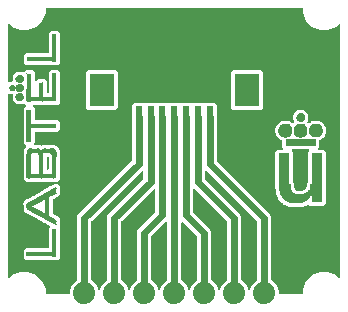
<source format=gbr>
G04 EAGLE Gerber RS-274X export*
G75*
%MOMM*%
%FSLAX25Y25*%
%LPD*%
%INTop_layer*%
%IPPOS*%
%AMOC8*
5,1,8,0,0,1.08239X$1,22.5*%
G01*
%ADD10R,0.600000X1.900000*%
%ADD11R,2.100000X2.800000*%
%ADD12C,1.879600*%
%ADD13R,0.508000X0.025400*%
%ADD14R,0.863600X0.025400*%
%ADD15R,1.117600X0.025400*%
%ADD16R,1.219200X0.025400*%
%ADD17R,1.371600X0.025400*%
%ADD18R,0.889000X0.025400*%
%ADD19R,1.473200X0.025400*%
%ADD20R,1.524000X0.025400*%
%ADD21R,1.625600X0.025400*%
%ADD22R,1.752600X0.025400*%
%ADD23R,1.803400X0.025400*%
%ADD24R,1.854200X0.025400*%
%ADD25R,1.930400X0.025400*%
%ADD26R,1.955800X0.025400*%
%ADD27R,2.057400X0.025400*%
%ADD28R,2.133600X0.025400*%
%ADD29R,2.235200X0.025400*%
%ADD30R,2.260600X0.025400*%
%ADD31R,2.336800X0.025400*%
%ADD32R,2.387600X0.025400*%
%ADD33R,2.438400X0.025400*%
%ADD34R,2.489200X0.025400*%
%ADD35R,2.540000X0.025400*%
%ADD36R,3.454400X0.025400*%
%ADD37R,3.479800X0.025400*%
%ADD38R,1.320800X0.025400*%
%ADD39R,1.600200X0.025400*%
%ADD40R,1.270000X0.025400*%
%ADD41R,1.549400X0.025400*%
%ADD42R,1.244600X0.025400*%
%ADD43R,1.498600X0.025400*%
%ADD44R,1.168400X0.025400*%
%ADD45R,1.422400X0.025400*%
%ADD46R,1.346200X0.025400*%
%ADD47R,1.092200X0.025400*%
%ADD48R,1.066800X0.025400*%
%ADD49R,1.041400X0.025400*%
%ADD50R,1.193800X0.025400*%
%ADD51R,1.016000X0.025400*%
%ADD52R,1.143000X0.025400*%
%ADD53R,0.990600X0.025400*%
%ADD54R,0.965200X0.025400*%
%ADD55R,0.939800X0.025400*%
%ADD56R,0.914400X0.025400*%
%ADD57R,2.565400X0.025400*%
%ADD58R,0.304800X0.025400*%
%ADD59R,0.330200X0.025400*%
%ADD60R,0.482600X0.025400*%
%ADD61R,0.558800X0.025400*%
%ADD62R,0.635000X0.025400*%
%ADD63R,0.660400X0.025400*%
%ADD64R,0.711200X0.025400*%
%ADD65R,0.685800X0.025400*%
%ADD66R,0.736600X0.025400*%
%ADD67R,0.812800X0.025400*%
%ADD68R,0.787400X0.025400*%
%ADD69R,0.838200X0.025400*%
%ADD70R,0.762000X0.025400*%
%ADD71R,0.533400X0.025400*%
%ADD72R,0.457200X0.025400*%
%ADD73R,0.254000X0.025400*%
%ADD74R,0.177800X0.025400*%
%ADD75R,0.279400X0.025400*%
%ADD76R,0.431800X0.025400*%
%ADD77R,0.584200X0.025400*%
%ADD78R,0.381000X0.025400*%
%ADD79R,0.101600X0.025400*%
%ADD80C,0.127000*%
%ADD81R,0.027941X2.263141*%
%ADD82R,0.027941X0.391159*%
%ADD83R,0.027941X0.447041*%
%ADD84R,0.027941X1.955800*%
%ADD85R,0.027941X0.391163*%
%ADD86R,0.027941X2.402841*%
%ADD87R,0.027938X2.291081*%
%ADD88R,0.027938X0.391159*%
%ADD89R,0.027938X0.447041*%
%ADD90R,0.027938X2.179319*%
%ADD91R,0.027938X0.391163*%
%ADD92R,0.027938X2.402841*%
%ADD93R,0.027941X2.291081*%
%ADD94R,0.027941X2.319019*%
%ADD95R,0.027941X2.374900*%
%ADD96R,0.027938X2.430778*%
%ADD97R,0.027941X0.419100*%
%ADD98R,0.027941X2.458719*%
%ADD99R,0.027941X0.447038*%
%ADD100R,0.027941X2.486659*%
%ADD101R,0.027938X0.419100*%
%ADD102R,0.027938X2.514600*%
%ADD103R,0.027941X0.558800*%
%ADD104R,0.027941X0.474981*%
%ADD105R,0.027941X2.430778*%
%ADD106R,0.027938X2.346959*%
%ADD107R,0.027941X2.319022*%
%ADD108R,0.027941X2.235200*%
%ADD109R,0.027938X2.207259*%
%ADD110R,0.027941X2.151378*%
%ADD111R,0.027941X0.363222*%
%ADD112R,0.027941X0.363219*%
%ADD113R,0.027938X0.363219*%
%ADD114R,0.027938X1.620522*%
%ADD115R,0.027941X1.592581*%
%ADD116R,0.027941X2.346959*%
%ADD117R,0.027941X2.291078*%
%ADD118R,0.027941X2.179319*%
%ADD119R,0.027938X2.151378*%
%ADD120R,0.027938X1.592581*%
%ADD121R,0.027941X0.530859*%
%ADD122R,0.027938X0.363222*%
%ADD123R,0.027941X0.335278*%
%ADD124R,0.027938X0.530859*%
%ADD125R,0.027941X2.514600*%
%ADD126R,0.027941X2.682238*%
%ADD127R,0.027941X0.754378*%
%ADD128R,0.027941X0.698500*%
%ADD129R,0.027938X0.642622*%
%ADD130R,0.027938X2.458719*%
%ADD131R,0.027938X2.682238*%
%ADD132R,0.027938X2.374900*%
%ADD133R,0.027941X0.642622*%
%ADD134R,0.027941X0.586741*%
%ADD135R,0.027938X0.474978*%
%ADD136R,0.027938X2.319019*%
%ADD137R,0.027941X0.474978*%
%ADD138R,0.027941X2.011678*%
%ADD139R,0.027941X2.654300*%
%ADD140R,0.027941X1.089662*%
%ADD141R,0.027941X0.027938*%
%ADD142R,0.027938X0.251463*%
%ADD143R,0.027938X0.251459*%
%ADD144R,0.027941X0.335281*%
%ADD145R,0.027941X0.502922*%
%ADD146R,0.027941X0.502919*%
%ADD147R,0.027938X0.530863*%
%ADD148R,0.027941X0.586738*%
%ADD149R,0.027938X0.586738*%
%ADD150R,0.027938X0.586741*%
%ADD151R,0.027941X0.530863*%
%ADD152R,0.027941X0.307338*%
%ADD153R,0.027941X0.307341*%
%ADD154R,0.027938X0.167641*%
%ADD155R,0.027938X0.167637*%
%ADD156R,0.027938X0.139700*%
%ADD157R,0.027941X0.251459*%
%ADD158R,0.027941X0.279400*%
%ADD159R,0.027941X0.223519*%
%ADD160C,0.609600*%

G36*
X884114Y373413D02*
X884114Y373413D01*
X884309Y373391D01*
X885325Y373611D01*
X886348Y373778D01*
X886522Y373870D01*
X886714Y373912D01*
X887607Y374444D01*
X888524Y374929D01*
X888659Y375071D01*
X888828Y375172D01*
X889503Y375959D01*
X890219Y376713D01*
X890302Y376891D01*
X890430Y377040D01*
X890819Y378004D01*
X891257Y378944D01*
X891278Y379139D01*
X891352Y379322D01*
X891539Y381000D01*
X891539Y405757D01*
X910487Y451501D01*
X945499Y486513D01*
X950336Y488516D01*
X951328Y489131D01*
X952328Y489727D01*
X952371Y489777D01*
X952427Y489812D01*
X953168Y490708D01*
X953930Y491595D01*
X953955Y491657D01*
X953997Y491708D01*
X954415Y492796D01*
X954852Y493877D01*
X954861Y493955D01*
X954880Y494004D01*
X954888Y494202D01*
X955039Y495555D01*
X955039Y1028126D01*
X964320Y1050531D01*
X1414808Y1501019D01*
X1415338Y1501757D01*
X1415930Y1502447D01*
X1416053Y1502751D01*
X1416244Y1503017D01*
X1416512Y1503886D01*
X1416852Y1504728D01*
X1416898Y1505141D01*
X1416968Y1505369D01*
X1416960Y1505695D01*
X1417039Y1506407D01*
X1417039Y1883810D01*
X1417088Y1884018D01*
X1417332Y1884622D01*
X1417425Y1885453D01*
X1417502Y1885780D01*
X1417483Y1885975D01*
X1417519Y1886300D01*
X1417519Y1979125D01*
X1435374Y1996980D01*
X1520625Y1996980D01*
X1522612Y1994993D01*
X1522773Y1994878D01*
X1522895Y1994725D01*
X1523766Y1994164D01*
X1524611Y1993557D01*
X1524799Y1993499D01*
X1524964Y1993393D01*
X1525969Y1993139D01*
X1526962Y1992833D01*
X1527159Y1992838D01*
X1527350Y1992790D01*
X1528385Y1992869D01*
X1529422Y1992896D01*
X1529607Y1992963D01*
X1529803Y1992978D01*
X1530759Y1993384D01*
X1531734Y1993739D01*
X1531887Y1993862D01*
X1532069Y1993939D01*
X1533388Y1994994D01*
X1535374Y1996980D01*
X1620625Y1996980D01*
X1622612Y1994993D01*
X1622773Y1994878D01*
X1622895Y1994725D01*
X1623766Y1994164D01*
X1624611Y1993557D01*
X1624799Y1993499D01*
X1624964Y1993393D01*
X1625969Y1993139D01*
X1626962Y1992833D01*
X1627159Y1992838D01*
X1627350Y1992790D01*
X1628385Y1992869D01*
X1629422Y1992896D01*
X1629607Y1992963D01*
X1629803Y1992978D01*
X1630759Y1993384D01*
X1631734Y1993739D01*
X1631887Y1993862D01*
X1632069Y1993939D01*
X1633388Y1994994D01*
X1635374Y1996980D01*
X1720625Y1996980D01*
X1722612Y1994993D01*
X1722773Y1994878D01*
X1722895Y1994725D01*
X1723766Y1994164D01*
X1724611Y1993557D01*
X1724799Y1993499D01*
X1724964Y1993393D01*
X1725969Y1993139D01*
X1726962Y1992833D01*
X1727159Y1992838D01*
X1727350Y1992790D01*
X1728385Y1992869D01*
X1729422Y1992896D01*
X1729607Y1992963D01*
X1729803Y1992978D01*
X1730759Y1993384D01*
X1731734Y1993739D01*
X1731887Y1993862D01*
X1732069Y1993939D01*
X1733388Y1994994D01*
X1735374Y1996980D01*
X1820625Y1996980D01*
X1822612Y1994993D01*
X1822773Y1994878D01*
X1822895Y1994725D01*
X1823766Y1994164D01*
X1824611Y1993557D01*
X1824799Y1993499D01*
X1824964Y1993393D01*
X1825969Y1993139D01*
X1826962Y1992833D01*
X1827159Y1992838D01*
X1827350Y1992790D01*
X1828385Y1992869D01*
X1829422Y1992896D01*
X1829607Y1992963D01*
X1829803Y1992978D01*
X1830759Y1993384D01*
X1831734Y1993739D01*
X1831887Y1993862D01*
X1832069Y1993939D01*
X1833388Y1994994D01*
X1835374Y1996980D01*
X1920625Y1996980D01*
X1922612Y1994993D01*
X1922773Y1994878D01*
X1922895Y1994725D01*
X1923766Y1994164D01*
X1924611Y1993557D01*
X1924799Y1993499D01*
X1924964Y1993393D01*
X1925969Y1993139D01*
X1926962Y1992833D01*
X1927159Y1992838D01*
X1927350Y1992790D01*
X1928385Y1992869D01*
X1929422Y1992896D01*
X1929607Y1992963D01*
X1929803Y1992978D01*
X1930759Y1993384D01*
X1931734Y1993739D01*
X1931887Y1993862D01*
X1932069Y1993939D01*
X1933388Y1994994D01*
X1935374Y1996980D01*
X2020625Y1996980D01*
X2022612Y1994993D01*
X2022773Y1994878D01*
X2022895Y1994725D01*
X2023766Y1994164D01*
X2024611Y1993557D01*
X2024799Y1993499D01*
X2024964Y1993393D01*
X2025969Y1993139D01*
X2026962Y1992833D01*
X2027159Y1992838D01*
X2027350Y1992790D01*
X2028385Y1992869D01*
X2029422Y1992896D01*
X2029607Y1992963D01*
X2029803Y1992978D01*
X2030759Y1993384D01*
X2031734Y1993739D01*
X2031887Y1993862D01*
X2032069Y1993939D01*
X2033388Y1994994D01*
X2035374Y1996980D01*
X2120625Y1996980D01*
X2138480Y1979125D01*
X2138480Y1886300D01*
X2138586Y1885658D01*
X2138591Y1885007D01*
X2138824Y1884202D01*
X2138878Y1883872D01*
X2138960Y1883716D01*
X2138960Y1506407D01*
X2139107Y1505511D01*
X2139177Y1504604D01*
X2139305Y1504301D01*
X2139358Y1503978D01*
X2139782Y1503176D01*
X2140138Y1502338D01*
X2140397Y1502013D01*
X2140508Y1501803D01*
X2140745Y1501578D01*
X2141192Y1501019D01*
X2591680Y1050531D01*
X2600960Y1028126D01*
X2600960Y495555D01*
X2601150Y494394D01*
X2601317Y493251D01*
X2601347Y493192D01*
X2601358Y493127D01*
X2601902Y492098D01*
X2602430Y491057D01*
X2602478Y491010D01*
X2602508Y490952D01*
X2603362Y490140D01*
X2604185Y489331D01*
X2604253Y489294D01*
X2604292Y489257D01*
X2604473Y489172D01*
X2605664Y488516D01*
X2610501Y486513D01*
X2645513Y451501D01*
X2664460Y405757D01*
X2664460Y381000D01*
X2664492Y380806D01*
X2664470Y380611D01*
X2664690Y379595D01*
X2664858Y378572D01*
X2664950Y378398D01*
X2664991Y378206D01*
X2665523Y377313D01*
X2666008Y376396D01*
X2666151Y376261D01*
X2666252Y376092D01*
X2667039Y375417D01*
X2667792Y374701D01*
X2667970Y374618D01*
X2668120Y374490D01*
X2669084Y374101D01*
X2670023Y373663D01*
X2670218Y373642D01*
X2670401Y373568D01*
X2672080Y373381D01*
X2859900Y373381D01*
X2860094Y373413D01*
X2860289Y373391D01*
X2861305Y373611D01*
X2862328Y373778D01*
X2862502Y373870D01*
X2862694Y373912D01*
X2863587Y374444D01*
X2864504Y374929D01*
X2864639Y375071D01*
X2864808Y375172D01*
X2865483Y375959D01*
X2866199Y376713D01*
X2866282Y376891D01*
X2866410Y377040D01*
X2866799Y378004D01*
X2867237Y378944D01*
X2867258Y379139D01*
X2867332Y379322D01*
X2867519Y381000D01*
X2867519Y416900D01*
X2894996Y483234D01*
X2945766Y534004D01*
X3012100Y561480D01*
X3083900Y561480D01*
X3150234Y534004D01*
X3169612Y514625D01*
X3170193Y514208D01*
X3170713Y513714D01*
X3171186Y513494D01*
X3171611Y513189D01*
X3172295Y512978D01*
X3172944Y512677D01*
X3173462Y512619D01*
X3173962Y512465D01*
X3174678Y512483D01*
X3175389Y512404D01*
X3175900Y512514D01*
X3176422Y512528D01*
X3177094Y512773D01*
X3177794Y512925D01*
X3178243Y513192D01*
X3178734Y513371D01*
X3179293Y513818D01*
X3179908Y514185D01*
X3180248Y514582D01*
X3180656Y514908D01*
X3181043Y515508D01*
X3181510Y516053D01*
X3181706Y516539D01*
X3181988Y516977D01*
X3182163Y517670D01*
X3182432Y518335D01*
X3182512Y519046D01*
X3182592Y519363D01*
X3182573Y519600D01*
X3182619Y520013D01*
X3182619Y2654987D01*
X3182504Y2655693D01*
X3182485Y2656409D01*
X3182306Y2656899D01*
X3182222Y2657415D01*
X3181888Y2658047D01*
X3181642Y2658720D01*
X3181315Y2659129D01*
X3181071Y2659590D01*
X3180552Y2660084D01*
X3180105Y2660643D01*
X3179667Y2660925D01*
X3179288Y2661285D01*
X3178637Y2661588D01*
X3178036Y2661975D01*
X3177530Y2662103D01*
X3177056Y2662323D01*
X3176345Y2662403D01*
X3175651Y2662578D01*
X3175129Y2662538D01*
X3174611Y2662596D01*
X3173912Y2662445D01*
X3173197Y2662390D01*
X3172716Y2662186D01*
X3172206Y2662075D01*
X3171591Y2661708D01*
X3170932Y2661429D01*
X3170372Y2660982D01*
X3170092Y2660815D01*
X3169938Y2660634D01*
X3169612Y2660374D01*
X3150234Y2640996D01*
X3083900Y2613519D01*
X3012100Y2613519D01*
X2945766Y2640996D01*
X2894996Y2691766D01*
X2867519Y2758100D01*
X2867519Y2794000D01*
X2867488Y2794194D01*
X2867509Y2794389D01*
X2867289Y2795405D01*
X2867122Y2796428D01*
X2867030Y2796602D01*
X2866988Y2796794D01*
X2866456Y2797687D01*
X2865971Y2798604D01*
X2865829Y2798739D01*
X2865728Y2798908D01*
X2864941Y2799583D01*
X2864188Y2800299D01*
X2864009Y2800382D01*
X2863860Y2800510D01*
X2862896Y2800899D01*
X2861956Y2801337D01*
X2861761Y2801358D01*
X2861578Y2801432D01*
X2859900Y2801619D01*
X696100Y2801619D01*
X695906Y2801588D01*
X695710Y2801609D01*
X694695Y2801389D01*
X693671Y2801222D01*
X693498Y2801130D01*
X693305Y2801088D01*
X692413Y2800556D01*
X691496Y2800071D01*
X691360Y2799929D01*
X691192Y2799828D01*
X690517Y2799041D01*
X689801Y2798288D01*
X689718Y2798109D01*
X689590Y2797960D01*
X689200Y2796996D01*
X688763Y2796056D01*
X688741Y2795861D01*
X688668Y2795678D01*
X688480Y2794000D01*
X688480Y2758100D01*
X661004Y2691766D01*
X610234Y2640996D01*
X543900Y2613519D01*
X472100Y2613519D01*
X405766Y2640996D01*
X386388Y2660374D01*
X385807Y2660792D01*
X385288Y2661285D01*
X384813Y2661506D01*
X384390Y2661810D01*
X383706Y2662021D01*
X383056Y2662323D01*
X382538Y2662381D01*
X382038Y2662535D01*
X381321Y2662517D01*
X380611Y2662596D01*
X380101Y2662486D01*
X379578Y2662472D01*
X378904Y2662226D01*
X378206Y2662075D01*
X377758Y2661808D01*
X377266Y2661628D01*
X376707Y2661181D01*
X376092Y2660815D01*
X375752Y2660418D01*
X375344Y2660092D01*
X374957Y2659491D01*
X374490Y2658947D01*
X374294Y2658461D01*
X374012Y2658023D01*
X373837Y2657330D01*
X373568Y2656665D01*
X373488Y2655954D01*
X373408Y2655637D01*
X373427Y2655400D01*
X373381Y2654987D01*
X373381Y2177669D01*
X373413Y2177475D01*
X373391Y2177279D01*
X373611Y2176264D01*
X373778Y2175240D01*
X373870Y2175067D01*
X373912Y2174874D01*
X374444Y2173982D01*
X374929Y2173065D01*
X375071Y2172929D01*
X375172Y2172761D01*
X375959Y2172086D01*
X376713Y2171370D01*
X376891Y2171287D01*
X377040Y2171159D01*
X378004Y2170769D01*
X378944Y2170332D01*
X379139Y2170310D01*
X379322Y2170237D01*
X381000Y2170049D01*
X382871Y2170049D01*
X383767Y2170196D01*
X384674Y2170266D01*
X384977Y2170394D01*
X385300Y2170447D01*
X386102Y2170871D01*
X386940Y2171227D01*
X387265Y2171486D01*
X387475Y2171598D01*
X387700Y2171834D01*
X388259Y2172281D01*
X388822Y2172843D01*
X396562Y2172843D01*
X397684Y2173027D01*
X398825Y2173187D01*
X398922Y2173230D01*
X398990Y2173241D01*
X399066Y2173281D01*
X400892Y2172959D01*
X401214Y2172955D01*
X402215Y2172843D01*
X402463Y2172843D01*
X402657Y2172875D01*
X402853Y2172853D01*
X403208Y2172931D01*
X403353Y2172929D01*
X403664Y2173029D01*
X403868Y2173073D01*
X404892Y2173241D01*
X405065Y2173333D01*
X405258Y2173374D01*
X406150Y2173907D01*
X407067Y2174392D01*
X407203Y2174534D01*
X407371Y2174635D01*
X408046Y2175422D01*
X408762Y2176175D01*
X408845Y2176353D01*
X408973Y2176503D01*
X409363Y2177467D01*
X409800Y2178407D01*
X409822Y2178602D01*
X409895Y2178784D01*
X410083Y2180463D01*
X410083Y2192023D01*
X410004Y2192503D01*
X410021Y2192988D01*
X409724Y2194213D01*
X409685Y2194452D01*
X409650Y2194518D01*
X409623Y2194629D01*
X407799Y2199640D01*
X409623Y2204650D01*
X409713Y2205127D01*
X409895Y2205578D01*
X410035Y2206826D01*
X410080Y2207068D01*
X410070Y2207143D01*
X410083Y2207256D01*
X410083Y2219250D01*
X410645Y2219813D01*
X411111Y2220461D01*
X411244Y2220601D01*
X411274Y2220666D01*
X411767Y2221241D01*
X411890Y2221545D01*
X412081Y2221811D01*
X412349Y2222680D01*
X412689Y2223522D01*
X412735Y2223935D01*
X412806Y2224163D01*
X412797Y2224489D01*
X412877Y2225201D01*
X412877Y2227633D01*
X416233Y2230988D01*
X416234Y2230990D01*
X419718Y2234474D01*
X420194Y2235137D01*
X420741Y2235743D01*
X420986Y2236237D01*
X421154Y2236472D01*
X421241Y2236751D01*
X421491Y2237256D01*
X422328Y2239557D01*
X427311Y2242434D01*
X427430Y2242531D01*
X427570Y2242591D01*
X428889Y2243645D01*
X441978Y2256734D01*
X442441Y2256810D01*
X443348Y2256880D01*
X443651Y2257008D01*
X443974Y2257061D01*
X444777Y2257485D01*
X445614Y2257841D01*
X445939Y2258100D01*
X446149Y2258212D01*
X446374Y2258448D01*
X446933Y2258895D01*
X447496Y2259457D01*
X454754Y2259457D01*
X455880Y2259642D01*
X457017Y2259801D01*
X457114Y2259843D01*
X457183Y2259855D01*
X457389Y2259964D01*
X458564Y2260478D01*
X459116Y2260797D01*
X466058Y2259573D01*
X466380Y2259569D01*
X467381Y2259457D01*
X495098Y2259457D01*
X495246Y2259309D01*
X495406Y2259194D01*
X495529Y2259041D01*
X496398Y2258481D01*
X497244Y2257873D01*
X497433Y2257815D01*
X497598Y2257709D01*
X498601Y2257455D01*
X499596Y2257148D01*
X499793Y2257153D01*
X499983Y2257105D01*
X501018Y2257185D01*
X502056Y2257211D01*
X502241Y2257279D01*
X502437Y2257294D01*
X503395Y2257700D01*
X504368Y2258055D01*
X504521Y2258178D01*
X504703Y2258255D01*
X506022Y2259309D01*
X520140Y2273427D01*
X578918Y2273427D01*
X596773Y2255572D01*
X596773Y2186846D01*
X596889Y2186139D01*
X596908Y2185424D01*
X597087Y2184933D01*
X597171Y2184418D01*
X597505Y2183786D01*
X597751Y2183112D01*
X598078Y2182703D01*
X598322Y2182242D01*
X598841Y2181749D01*
X599288Y2181190D01*
X599726Y2180908D01*
X600105Y2180547D01*
X600756Y2180245D01*
X601357Y2179858D01*
X601863Y2179730D01*
X602337Y2179509D01*
X603048Y2179430D01*
X603742Y2179254D01*
X604263Y2179294D01*
X604782Y2179237D01*
X605481Y2179388D01*
X606196Y2179443D01*
X606678Y2179647D01*
X607187Y2179758D01*
X607802Y2180124D01*
X608461Y2180404D01*
X609021Y2180851D01*
X609301Y2181018D01*
X609455Y2181198D01*
X609781Y2181458D01*
X623518Y2195195D01*
X645508Y2195195D01*
X646403Y2195342D01*
X647310Y2195412D01*
X647613Y2195540D01*
X647936Y2195593D01*
X648738Y2196017D01*
X649576Y2196373D01*
X649901Y2196632D01*
X650111Y2196743D01*
X650336Y2196980D01*
X650895Y2197427D01*
X651458Y2197989D01*
X679502Y2197989D01*
X697357Y2180134D01*
X697357Y2082673D01*
X697389Y2082479D01*
X697367Y2082283D01*
X697587Y2081268D01*
X697755Y2080244D01*
X697847Y2080071D01*
X697888Y2079878D01*
X698420Y2078986D01*
X698905Y2078069D01*
X699048Y2077933D01*
X699148Y2077765D01*
X699936Y2077090D01*
X700689Y2076374D01*
X700867Y2076291D01*
X701017Y2076163D01*
X701981Y2075773D01*
X702920Y2075336D01*
X703115Y2075314D01*
X703298Y2075241D01*
X704977Y2075053D01*
X709803Y2075053D01*
X709997Y2075085D01*
X710193Y2075063D01*
X711208Y2075283D01*
X712232Y2075451D01*
X712405Y2075543D01*
X712598Y2075584D01*
X713490Y2076117D01*
X714407Y2076602D01*
X714543Y2076744D01*
X714711Y2076845D01*
X715386Y2077632D01*
X716102Y2078385D01*
X716185Y2078563D01*
X716313Y2078713D01*
X716703Y2079677D01*
X717140Y2080617D01*
X717162Y2080812D01*
X717235Y2080994D01*
X717423Y2082673D01*
X717423Y2258366D01*
X735278Y2276221D01*
X794056Y2276221D01*
X811911Y2258366D01*
X811911Y1992831D01*
X794056Y1974976D01*
X588424Y1974976D01*
X587717Y1974861D01*
X587002Y1974842D01*
X586511Y1974663D01*
X585996Y1974579D01*
X585364Y1974245D01*
X584690Y1973999D01*
X584281Y1973672D01*
X583820Y1973428D01*
X583327Y1972909D01*
X582768Y1972462D01*
X582486Y1972023D01*
X582125Y1971644D01*
X581823Y1970994D01*
X581436Y1970393D01*
X581308Y1969887D01*
X581088Y1969413D01*
X581008Y1968702D01*
X580833Y1968008D01*
X580873Y1967486D01*
X580815Y1966968D01*
X580966Y1966269D01*
X581021Y1965554D01*
X581225Y1965072D01*
X581336Y1964563D01*
X581702Y1963948D01*
X581982Y1963288D01*
X582429Y1962729D01*
X582596Y1962449D01*
X582776Y1962295D01*
X583036Y1961969D01*
X596773Y1948232D01*
X596773Y1859153D01*
X596805Y1858961D01*
X596783Y1858769D01*
X596784Y1858768D01*
X596783Y1858763D01*
X597003Y1857748D01*
X597171Y1856724D01*
X597263Y1856551D01*
X597304Y1856358D01*
X597837Y1855466D01*
X598322Y1854549D01*
X598464Y1854413D01*
X598565Y1854245D01*
X599352Y1853570D01*
X600105Y1852854D01*
X600283Y1852771D01*
X600433Y1852643D01*
X601397Y1852253D01*
X602337Y1851816D01*
X602532Y1851794D01*
X602714Y1851721D01*
X604393Y1851533D01*
X794056Y1851533D01*
X811911Y1833678D01*
X811911Y1769311D01*
X794056Y1751456D01*
X604393Y1751456D01*
X604199Y1751424D01*
X604003Y1751446D01*
X602988Y1751226D01*
X601964Y1751059D01*
X601791Y1750967D01*
X601598Y1750925D01*
X600706Y1750393D01*
X599789Y1749908D01*
X599653Y1749766D01*
X599485Y1749665D01*
X598810Y1748878D01*
X598094Y1748124D01*
X598011Y1747946D01*
X597883Y1747797D01*
X597493Y1746833D01*
X597056Y1745893D01*
X597034Y1745698D01*
X596961Y1745515D01*
X596773Y1743837D01*
X596773Y1654757D01*
X594213Y1652197D01*
X593795Y1651616D01*
X593301Y1651096D01*
X593081Y1650622D01*
X592776Y1650198D01*
X592565Y1649514D01*
X592263Y1648865D01*
X592206Y1648347D01*
X592052Y1647847D01*
X592070Y1647130D01*
X591991Y1646419D01*
X592101Y1645910D01*
X592114Y1645387D01*
X592360Y1644713D01*
X592512Y1644014D01*
X592779Y1643566D01*
X592958Y1643075D01*
X593406Y1642515D01*
X593772Y1641901D01*
X594168Y1641562D01*
X594494Y1641153D01*
X595096Y1640765D01*
X595640Y1640299D01*
X596125Y1640103D01*
X596563Y1639821D01*
X597258Y1639645D01*
X597922Y1639377D01*
X598633Y1639297D01*
X598949Y1639217D01*
X599187Y1639235D01*
X599600Y1639189D01*
X637592Y1639189D01*
X638155Y1638627D01*
X638893Y1638096D01*
X639583Y1637505D01*
X639887Y1637382D01*
X640153Y1637190D01*
X641022Y1636923D01*
X641864Y1636582D01*
X642277Y1636536D01*
X642505Y1636466D01*
X642832Y1636474D01*
X643135Y1636441D01*
X643742Y1635833D01*
X644481Y1635302D01*
X645170Y1634711D01*
X645474Y1634588D01*
X645740Y1634397D01*
X646609Y1634129D01*
X647452Y1633788D01*
X647864Y1633742D01*
X648092Y1633672D01*
X648419Y1633680D01*
X649130Y1633601D01*
X649257Y1633601D01*
X649516Y1633414D01*
X649705Y1633356D01*
X649872Y1633249D01*
X650877Y1632995D01*
X651868Y1632690D01*
X652066Y1632695D01*
X652258Y1632646D01*
X653293Y1632726D01*
X654328Y1632752D01*
X654513Y1632820D01*
X654711Y1632835D01*
X655665Y1633240D01*
X656640Y1633595D01*
X656795Y1633719D01*
X656976Y1633796D01*
X658295Y1634851D01*
X659275Y1635831D01*
X659278Y1635833D01*
X659840Y1636395D01*
X661153Y1636395D01*
X662275Y1636579D01*
X663414Y1636739D01*
X663512Y1636782D01*
X663581Y1636793D01*
X663788Y1636902D01*
X664962Y1637416D01*
X667609Y1638944D01*
X667727Y1639041D01*
X667870Y1639101D01*
X668588Y1639675D01*
X668627Y1639696D01*
X669801Y1640210D01*
X671773Y1641348D01*
X675606Y1641348D01*
X676502Y1641495D01*
X677409Y1641565D01*
X677712Y1641693D01*
X678035Y1641746D01*
X678484Y1641983D01*
X749712Y1641983D01*
X749715Y1641983D01*
X753070Y1641983D01*
X753415Y1641877D01*
X754258Y1641536D01*
X754670Y1641490D01*
X754897Y1641420D01*
X755224Y1641428D01*
X755937Y1641348D01*
X759770Y1641348D01*
X761742Y1640210D01*
X762714Y1639843D01*
X763935Y1638944D01*
X766582Y1637416D01*
X767650Y1637012D01*
X768713Y1636582D01*
X768724Y1636581D01*
X768966Y1636339D01*
X769090Y1636250D01*
X769184Y1636130D01*
X770544Y1635128D01*
X771420Y1634622D01*
X772491Y1634217D01*
X773552Y1633788D01*
X773656Y1633777D01*
X773722Y1633752D01*
X773958Y1633743D01*
X774407Y1633693D01*
X775578Y1632522D01*
X775702Y1632433D01*
X775796Y1632312D01*
X777156Y1631311D01*
X792424Y1622496D01*
X801239Y1607228D01*
X801336Y1607109D01*
X801396Y1606968D01*
X801577Y1606742D01*
X801756Y1606332D01*
X811276Y1589843D01*
X811276Y1572039D01*
X811423Y1571141D01*
X811493Y1570235D01*
X811621Y1569933D01*
X811674Y1569611D01*
X811911Y1569162D01*
X811911Y1347418D01*
X811349Y1346856D01*
X811348Y1346854D01*
X791262Y1326768D01*
X771158Y1326768D01*
X770972Y1326738D01*
X770784Y1326759D01*
X769758Y1326539D01*
X769508Y1326498D01*
X769302Y1326581D01*
X768190Y1326705D01*
X767901Y1326763D01*
X767792Y1326750D01*
X767624Y1326768D01*
X522934Y1326768D01*
X522372Y1327331D01*
X522371Y1327332D01*
X502285Y1347418D01*
X502285Y1574759D01*
X502391Y1575105D01*
X502732Y1575948D01*
X502778Y1576360D01*
X502848Y1576587D01*
X502840Y1576914D01*
X502919Y1577627D01*
X502919Y1593185D01*
X506852Y1599996D01*
X507255Y1601062D01*
X507334Y1601259D01*
X507390Y1601303D01*
X508392Y1602663D01*
X509646Y1604835D01*
X510051Y1605907D01*
X510479Y1606966D01*
X510491Y1607071D01*
X510516Y1607137D01*
X510519Y1607217D01*
X510998Y1607696D01*
X511087Y1607820D01*
X511207Y1607914D01*
X512208Y1609274D01*
X519526Y1621948D01*
X520826Y1622698D01*
X521709Y1623421D01*
X522218Y1623818D01*
X522367Y1623904D01*
X523288Y1624658D01*
X524214Y1625398D01*
X524238Y1625435D01*
X524272Y1625463D01*
X524909Y1626478D01*
X525546Y1627467D01*
X525557Y1627509D01*
X525580Y1627547D01*
X525809Y1628498D01*
X525820Y1628521D01*
X525824Y1628561D01*
X525859Y1628704D01*
X526149Y1629853D01*
X526146Y1629897D01*
X526156Y1629939D01*
X526078Y1630830D01*
X526093Y1630967D01*
X526048Y1631174D01*
X525961Y1632306D01*
X525943Y1632347D01*
X525940Y1632391D01*
X525632Y1633093D01*
X525572Y1633372D01*
X525353Y1633738D01*
X525000Y1634572D01*
X524968Y1634612D01*
X524953Y1634645D01*
X524854Y1634754D01*
X524434Y1635279D01*
X524312Y1635485D01*
X524179Y1635599D01*
X523946Y1635891D01*
X522372Y1637465D01*
X522370Y1637466D01*
X502285Y1657551D01*
X502285Y1948232D01*
X519197Y1965144D01*
X519312Y1965304D01*
X519465Y1965426D01*
X520026Y1966298D01*
X520633Y1967142D01*
X520690Y1967330D01*
X520797Y1967495D01*
X521051Y1968501D01*
X521357Y1969494D01*
X521352Y1969691D01*
X521400Y1969881D01*
X521321Y1970914D01*
X521294Y1971954D01*
X521227Y1972138D01*
X521212Y1972334D01*
X520807Y1973289D01*
X520451Y1974265D01*
X520328Y1974419D01*
X520251Y1974600D01*
X519197Y1975919D01*
X508402Y1986714D01*
X507665Y1987244D01*
X506974Y1987837D01*
X506669Y1987960D01*
X506403Y1988151D01*
X505536Y1988418D01*
X504692Y1988759D01*
X504279Y1988805D01*
X504052Y1988875D01*
X503725Y1988867D01*
X503014Y1988946D01*
X501048Y1988946D01*
X500153Y1988800D01*
X499246Y1988730D01*
X498943Y1988602D01*
X498620Y1988549D01*
X497818Y1988124D01*
X496980Y1987769D01*
X496655Y1987509D01*
X496445Y1987398D01*
X496220Y1987162D01*
X496205Y1987150D01*
X496187Y1987140D01*
X496167Y1987119D01*
X495661Y1986715D01*
X495098Y1986153D01*
X464900Y1986153D01*
X464584Y1986101D01*
X463577Y1986037D01*
X459113Y1985250D01*
X458353Y1985537D01*
X457294Y1985965D01*
X457189Y1985977D01*
X457123Y1986002D01*
X456888Y1986011D01*
X455616Y1986153D01*
X444702Y1986153D01*
X444139Y1986715D01*
X444138Y1986716D01*
X441345Y1989509D01*
X440607Y1990039D01*
X439917Y1990631D01*
X439613Y1990754D01*
X439347Y1990945D01*
X438478Y1991213D01*
X437636Y1991553D01*
X437223Y1991599D01*
X436995Y1991669D01*
X436668Y1991661D01*
X436365Y1991695D01*
X415600Y2012460D01*
X415524Y2012925D01*
X415454Y2013831D01*
X415326Y2014133D01*
X415273Y2014456D01*
X414849Y2015258D01*
X414493Y2016096D01*
X414233Y2016422D01*
X414123Y2016631D01*
X413887Y2016856D01*
X413439Y2017416D01*
X412806Y2018049D01*
X412730Y2018510D01*
X412660Y2019418D01*
X412532Y2019721D01*
X412479Y2020043D01*
X412055Y2020846D01*
X411699Y2021683D01*
X411440Y2022008D01*
X411328Y2022219D01*
X411092Y2022443D01*
X410645Y2023003D01*
X410083Y2023565D01*
X410083Y2039613D01*
X410004Y2040092D01*
X410021Y2040577D01*
X409724Y2041802D01*
X409685Y2042041D01*
X409650Y2042107D01*
X409623Y2042218D01*
X408258Y2045970D01*
X409623Y2049721D01*
X409713Y2050199D01*
X409895Y2050649D01*
X410035Y2051898D01*
X410080Y2052139D01*
X410070Y2052214D01*
X410083Y2052327D01*
X410083Y2062353D01*
X410051Y2062547D01*
X410073Y2062743D01*
X409853Y2063758D01*
X409685Y2064782D01*
X409593Y2064955D01*
X409552Y2065148D01*
X409019Y2066040D01*
X408534Y2066957D01*
X408392Y2067093D01*
X408291Y2067261D01*
X407504Y2067936D01*
X406751Y2068652D01*
X406573Y2068735D01*
X406423Y2068863D01*
X405459Y2069253D01*
X404519Y2069690D01*
X404324Y2069712D01*
X404142Y2069785D01*
X402618Y2069955D01*
X402578Y2069964D01*
X402555Y2069962D01*
X402463Y2069973D01*
X402215Y2069973D01*
X402122Y2069957D01*
X402074Y2069963D01*
X401873Y2069919D01*
X400892Y2069857D01*
X398922Y2069509D01*
X398240Y2069785D01*
X398135Y2069797D01*
X398070Y2069822D01*
X397837Y2069830D01*
X396562Y2069973D01*
X391616Y2069973D01*
X391053Y2070535D01*
X390315Y2071065D01*
X389626Y2071657D01*
X389321Y2071780D01*
X389055Y2071971D01*
X388186Y2072238D01*
X387344Y2072579D01*
X386932Y2072625D01*
X386703Y2072695D01*
X386377Y2072687D01*
X385927Y2072737D01*
X385808Y2072823D01*
X385288Y2073317D01*
X384814Y2073538D01*
X384390Y2073842D01*
X383705Y2074053D01*
X383056Y2074355D01*
X382538Y2074413D01*
X382038Y2074567D01*
X381321Y2074548D01*
X380611Y2074628D01*
X380101Y2074518D01*
X379578Y2074504D01*
X378905Y2074258D01*
X378206Y2074107D01*
X377758Y2073840D01*
X377267Y2073661D01*
X376706Y2073213D01*
X376092Y2072847D01*
X375753Y2072451D01*
X375344Y2072124D01*
X374957Y2071522D01*
X374490Y2070978D01*
X374294Y2070494D01*
X374012Y2070055D01*
X373836Y2069360D01*
X373568Y2068697D01*
X373489Y2067987D01*
X373408Y2067670D01*
X373427Y2067432D01*
X373381Y2067018D01*
X373381Y520013D01*
X373496Y519306D01*
X373515Y518591D01*
X373694Y518100D01*
X373778Y517585D01*
X374113Y516953D01*
X374358Y516279D01*
X374685Y515871D01*
X374929Y515409D01*
X375448Y514916D01*
X375895Y514357D01*
X376333Y514075D01*
X376713Y513714D01*
X377363Y513412D01*
X377964Y513025D01*
X378470Y512897D01*
X378944Y512677D01*
X379655Y512597D01*
X380349Y512422D01*
X380871Y512462D01*
X381389Y512404D01*
X382088Y512555D01*
X382803Y512610D01*
X383285Y512814D01*
X383794Y512925D01*
X384409Y513291D01*
X385068Y513571D01*
X385628Y514018D01*
X385908Y514185D01*
X386062Y514365D01*
X386388Y514625D01*
X405766Y534004D01*
X472100Y561480D01*
X543900Y561480D01*
X610234Y534004D01*
X661004Y483234D01*
X688480Y416900D01*
X688480Y381000D01*
X688512Y380806D01*
X688490Y380611D01*
X688710Y379595D01*
X688878Y378572D01*
X688970Y378398D01*
X689011Y378206D01*
X689543Y377313D01*
X690028Y376396D01*
X690171Y376261D01*
X690272Y376092D01*
X691059Y375417D01*
X691812Y374701D01*
X691990Y374618D01*
X692140Y374490D01*
X693104Y374101D01*
X694043Y373663D01*
X694238Y373642D01*
X694421Y373568D01*
X696100Y373381D01*
X883920Y373381D01*
X884114Y373413D01*
G37*
%LPC*%
G36*
X2777564Y1111249D02*
X2777564Y1111249D01*
X2777256Y1111558D01*
X2776518Y1112088D01*
X2775828Y1112680D01*
X2775524Y1112803D01*
X2775258Y1112994D01*
X2774389Y1113262D01*
X2773547Y1113602D01*
X2773134Y1113648D01*
X2772906Y1113718D01*
X2772579Y1113710D01*
X2771868Y1113789D01*
X2757244Y1113789D01*
X2756936Y1114098D01*
X2756198Y1114628D01*
X2755508Y1115220D01*
X2755204Y1115343D01*
X2754938Y1115534D01*
X2754069Y1115802D01*
X2753227Y1116142D01*
X2752814Y1116188D01*
X2752586Y1116258D01*
X2752259Y1116250D01*
X2751548Y1116329D01*
X2742004Y1116329D01*
X2741696Y1116638D01*
X2740958Y1117168D01*
X2740268Y1117760D01*
X2739964Y1117883D01*
X2739698Y1118074D01*
X2738829Y1118342D01*
X2737987Y1118682D01*
X2737574Y1118728D01*
X2737346Y1118798D01*
X2737019Y1118790D01*
X2737002Y1118792D01*
X2736616Y1119178D01*
X2735878Y1119708D01*
X2735188Y1120300D01*
X2734884Y1120423D01*
X2734618Y1120614D01*
X2733749Y1120882D01*
X2732907Y1121222D01*
X2732494Y1121268D01*
X2732266Y1121338D01*
X2731939Y1121330D01*
X2731228Y1121409D01*
X2729304Y1121409D01*
X2728996Y1121718D01*
X2728258Y1122248D01*
X2727568Y1122840D01*
X2727264Y1122963D01*
X2726998Y1123154D01*
X2726129Y1123422D01*
X2725287Y1123762D01*
X2724874Y1123808D01*
X2724646Y1123878D01*
X2724319Y1123870D01*
X2724302Y1123872D01*
X2721376Y1126798D01*
X2720638Y1127328D01*
X2719948Y1127920D01*
X2719644Y1128043D01*
X2719378Y1128234D01*
X2718509Y1128502D01*
X2717667Y1128842D01*
X2717254Y1128888D01*
X2717026Y1128958D01*
X2716699Y1128950D01*
X2716682Y1128952D01*
X2716296Y1129338D01*
X2715558Y1129868D01*
X2714868Y1130460D01*
X2714564Y1130583D01*
X2714298Y1130774D01*
X2713429Y1131042D01*
X2712587Y1131382D01*
X2712174Y1131428D01*
X2711946Y1131498D01*
X2711619Y1131490D01*
X2710908Y1131569D01*
X2708984Y1131569D01*
X2698516Y1142038D01*
X2697778Y1142568D01*
X2697088Y1143160D01*
X2696784Y1143283D01*
X2696518Y1143474D01*
X2695649Y1143742D01*
X2694807Y1144082D01*
X2694394Y1144128D01*
X2694166Y1144198D01*
X2693839Y1144190D01*
X2693822Y1144192D01*
X2668149Y1169865D01*
X2668123Y1170023D01*
X2668053Y1170931D01*
X2667925Y1171234D01*
X2667872Y1171557D01*
X2667448Y1172359D01*
X2667092Y1173197D01*
X2666833Y1173522D01*
X2666721Y1173732D01*
X2666485Y1173957D01*
X2666038Y1174516D01*
X2660529Y1180025D01*
X2660503Y1180183D01*
X2660433Y1181091D01*
X2660305Y1181394D01*
X2660252Y1181717D01*
X2659828Y1182519D01*
X2659472Y1183357D01*
X2659213Y1183682D01*
X2659101Y1183892D01*
X2658865Y1184117D01*
X2658418Y1184676D01*
X2657989Y1185105D01*
X2657963Y1185263D01*
X2657893Y1186171D01*
X2657765Y1186474D01*
X2657712Y1186797D01*
X2657288Y1187599D01*
X2656932Y1188437D01*
X2656673Y1188762D01*
X2656561Y1188972D01*
X2656325Y1189197D01*
X2655878Y1189756D01*
X2653029Y1192604D01*
X2653029Y1194528D01*
X2652883Y1195426D01*
X2652813Y1196332D01*
X2652685Y1196633D01*
X2652632Y1196957D01*
X2652208Y1197759D01*
X2651852Y1198597D01*
X2651592Y1198922D01*
X2651481Y1199132D01*
X2651245Y1199357D01*
X2650798Y1199916D01*
X2647829Y1202885D01*
X2647803Y1203043D01*
X2647733Y1203951D01*
X2647605Y1204254D01*
X2647552Y1204577D01*
X2647128Y1205379D01*
X2646772Y1206217D01*
X2646513Y1206542D01*
X2646401Y1206752D01*
X2646165Y1206977D01*
X2645718Y1207536D01*
X2645409Y1207844D01*
X2645409Y1212308D01*
X2645263Y1213203D01*
X2645193Y1214111D01*
X2645065Y1214414D01*
X2645012Y1214737D01*
X2644588Y1215539D01*
X2644232Y1216377D01*
X2643973Y1216702D01*
X2643861Y1216912D01*
X2643625Y1217137D01*
X2643178Y1217696D01*
X2642869Y1218004D01*
X2642869Y1225008D01*
X2642723Y1225903D01*
X2642653Y1226811D01*
X2642525Y1227114D01*
X2642472Y1227437D01*
X2642048Y1228239D01*
X2641692Y1229077D01*
X2641433Y1229402D01*
X2641321Y1229612D01*
X2641085Y1229837D01*
X2640638Y1230396D01*
X2640329Y1230704D01*
X2640329Y1232628D01*
X2640183Y1233523D01*
X2640113Y1234431D01*
X2639985Y1234734D01*
X2639932Y1235057D01*
X2639508Y1235859D01*
X2639152Y1236697D01*
X2638893Y1237022D01*
X2638781Y1237232D01*
X2638545Y1237457D01*
X2638098Y1238016D01*
X2637789Y1238324D01*
X2637789Y1258028D01*
X2637643Y1258926D01*
X2637573Y1259832D01*
X2637445Y1260134D01*
X2637392Y1260457D01*
X2636967Y1261261D01*
X2636612Y1262097D01*
X2636353Y1262422D01*
X2636241Y1262632D01*
X2636005Y1262857D01*
X2635558Y1263417D01*
X2635249Y1263725D01*
X2635249Y1575995D01*
X2653104Y1593850D01*
X2695669Y1593850D01*
X2696376Y1593966D01*
X2697091Y1593984D01*
X2697582Y1594163D01*
X2698097Y1594248D01*
X2698729Y1594582D01*
X2699403Y1594828D01*
X2699812Y1595155D01*
X2700273Y1595398D01*
X2700766Y1595918D01*
X2701325Y1596364D01*
X2701607Y1596803D01*
X2701968Y1597182D01*
X2702270Y1597833D01*
X2702657Y1598433D01*
X2702785Y1598940D01*
X2703005Y1599413D01*
X2703085Y1600125D01*
X2703260Y1600819D01*
X2703220Y1601340D01*
X2703278Y1601859D01*
X2703127Y1602558D01*
X2703072Y1603273D01*
X2702868Y1603754D01*
X2702757Y1604264D01*
X2702391Y1604879D01*
X2702111Y1605538D01*
X2701664Y1606097D01*
X2701497Y1606378D01*
X2701316Y1606533D01*
X2701056Y1606858D01*
X2688589Y1619324D01*
X2688589Y1672590D01*
X2688558Y1672784D01*
X2688579Y1672979D01*
X2688359Y1673995D01*
X2688192Y1675018D01*
X2688100Y1675192D01*
X2688058Y1675384D01*
X2687526Y1676277D01*
X2687041Y1677194D01*
X2686899Y1677329D01*
X2686798Y1677498D01*
X2686011Y1678173D01*
X2685258Y1678889D01*
X2685079Y1678972D01*
X2684930Y1679100D01*
X2683966Y1679489D01*
X2683026Y1679927D01*
X2682831Y1679948D01*
X2682648Y1680022D01*
X2681054Y1680200D01*
X2675656Y1685598D01*
X2674918Y1686128D01*
X2674228Y1686720D01*
X2673924Y1686843D01*
X2673658Y1687034D01*
X2672789Y1687302D01*
X2671947Y1687642D01*
X2671534Y1687688D01*
X2671306Y1687758D01*
X2670979Y1687750D01*
X2670962Y1687752D01*
X2656145Y1702568D01*
X2655872Y1702765D01*
X2655236Y1703345D01*
X2647377Y1709055D01*
X2646844Y1710695D01*
X2646409Y1711538D01*
X2646040Y1712410D01*
X2645814Y1712692D01*
X2645716Y1712882D01*
X2645476Y1713114D01*
X2645304Y1713329D01*
X2645263Y1713583D01*
X2645193Y1714491D01*
X2645065Y1714794D01*
X2645012Y1715117D01*
X2644588Y1715919D01*
X2644232Y1716757D01*
X2643973Y1717082D01*
X2643861Y1717292D01*
X2643625Y1717517D01*
X2643178Y1718076D01*
X2642749Y1718505D01*
X2642723Y1718666D01*
X2642653Y1719572D01*
X2642525Y1719874D01*
X2642472Y1720197D01*
X2642047Y1721001D01*
X2641692Y1721837D01*
X2641433Y1722162D01*
X2641321Y1722372D01*
X2641085Y1722597D01*
X2640638Y1723157D01*
X2640209Y1723585D01*
X2640183Y1723743D01*
X2640113Y1724651D01*
X2639985Y1724954D01*
X2639932Y1725277D01*
X2639508Y1726079D01*
X2639152Y1726917D01*
X2638893Y1727242D01*
X2638781Y1727452D01*
X2638545Y1727677D01*
X2638098Y1728236D01*
X2637789Y1728544D01*
X2637789Y1735548D01*
X2637643Y1736443D01*
X2637573Y1737351D01*
X2637445Y1737654D01*
X2637392Y1737977D01*
X2636968Y1738779D01*
X2636612Y1739617D01*
X2636353Y1739942D01*
X2636241Y1740152D01*
X2636005Y1740377D01*
X2635558Y1740936D01*
X2635249Y1741244D01*
X2635249Y1745173D01*
X2635238Y1745244D01*
X2635239Y1745258D01*
X2635224Y1745329D01*
X2635193Y1745521D01*
X2635217Y1745873D01*
X2634877Y1747528D01*
X2630753Y1760220D01*
X2634877Y1772912D01*
X2634918Y1773186D01*
X2634967Y1773289D01*
X2634976Y1773375D01*
X2635062Y1773588D01*
X2635249Y1775267D01*
X2635249Y1779195D01*
X2635558Y1779503D01*
X2636088Y1780242D01*
X2636680Y1780931D01*
X2636803Y1781235D01*
X2636994Y1781501D01*
X2637262Y1782370D01*
X2637602Y1783213D01*
X2637648Y1783625D01*
X2637718Y1783853D01*
X2637710Y1784180D01*
X2637789Y1784891D01*
X2637789Y1791895D01*
X2638098Y1792204D01*
X2638628Y1792942D01*
X2639220Y1793632D01*
X2639343Y1793936D01*
X2639534Y1794202D01*
X2639802Y1795071D01*
X2640142Y1795913D01*
X2640188Y1796326D01*
X2640258Y1796554D01*
X2640250Y1796880D01*
X2640252Y1796898D01*
X2640638Y1797284D01*
X2641168Y1798022D01*
X2641760Y1798712D01*
X2641883Y1799016D01*
X2642074Y1799282D01*
X2642342Y1800151D01*
X2642682Y1800993D01*
X2642728Y1801406D01*
X2642798Y1801634D01*
X2642790Y1801960D01*
X2642792Y1801978D01*
X2643178Y1802364D01*
X2643708Y1803102D01*
X2644300Y1803792D01*
X2644423Y1804096D01*
X2644614Y1804362D01*
X2644882Y1805231D01*
X2645222Y1806073D01*
X2645268Y1806486D01*
X2645338Y1806714D01*
X2645330Y1807040D01*
X2645350Y1807218D01*
X2645538Y1807479D01*
X2646148Y1808206D01*
X2646297Y1808536D01*
X2646422Y1808709D01*
X2646520Y1809028D01*
X2646844Y1809745D01*
X2647377Y1811385D01*
X2655236Y1817095D01*
X2655472Y1817333D01*
X2656145Y1817871D01*
X2665496Y1827222D01*
X2671005Y1832731D01*
X2671163Y1832757D01*
X2672071Y1832827D01*
X2672374Y1832955D01*
X2672697Y1833008D01*
X2673499Y1833432D01*
X2674337Y1833788D01*
X2674662Y1834047D01*
X2674872Y1834158D01*
X2675097Y1834395D01*
X2675656Y1834842D01*
X2678625Y1837811D01*
X2678783Y1837837D01*
X2679691Y1837907D01*
X2679994Y1838035D01*
X2680317Y1838088D01*
X2681119Y1838512D01*
X2681957Y1838868D01*
X2682282Y1839127D01*
X2682492Y1839238D01*
X2682717Y1839475D01*
X2683276Y1839922D01*
X2683584Y1840230D01*
X2684603Y1840230D01*
X2684914Y1840281D01*
X2685226Y1840256D01*
X2686122Y1840479D01*
X2687032Y1840628D01*
X2687309Y1840774D01*
X2687614Y1840850D01*
X2689082Y1841686D01*
X2690900Y1843007D01*
X2744699Y1843007D01*
X2746518Y1841685D01*
X2746798Y1841545D01*
X2747036Y1841340D01*
X2747893Y1840994D01*
X2748716Y1840579D01*
X2749027Y1840535D01*
X2749318Y1840418D01*
X2750996Y1840230D01*
X2754555Y1840230D01*
X2754864Y1839922D01*
X2755602Y1839392D01*
X2756292Y1838800D01*
X2756596Y1838677D01*
X2756862Y1838486D01*
X2757731Y1838218D01*
X2758573Y1837878D01*
X2758986Y1837832D01*
X2759214Y1837761D01*
X2759540Y1837770D01*
X2759558Y1837768D01*
X2759944Y1837382D01*
X2760682Y1836852D01*
X2761372Y1836260D01*
X2761676Y1836137D01*
X2761942Y1835946D01*
X2762811Y1835678D01*
X2763653Y1835338D01*
X2764066Y1835292D01*
X2764294Y1835221D01*
X2764620Y1835230D01*
X2764638Y1835228D01*
X2772643Y1827222D01*
X2772645Y1827221D01*
X2778452Y1821414D01*
X2778612Y1821299D01*
X2778734Y1821145D01*
X2779607Y1820584D01*
X2780450Y1819978D01*
X2780638Y1819919D01*
X2780803Y1819813D01*
X2781808Y1819559D01*
X2782802Y1819253D01*
X2782999Y1819258D01*
X2783189Y1819210D01*
X2784223Y1819289D01*
X2785262Y1819316D01*
X2785446Y1819383D01*
X2785643Y1819398D01*
X2786598Y1819803D01*
X2787573Y1820159D01*
X2787727Y1820283D01*
X2787908Y1820359D01*
X2789228Y1821413D01*
X2793766Y1825952D01*
X2793881Y1826112D01*
X2794035Y1826235D01*
X2794598Y1827109D01*
X2795203Y1827951D01*
X2795260Y1828138D01*
X2795367Y1828304D01*
X2795621Y1829310D01*
X2795927Y1830302D01*
X2795922Y1830499D01*
X2795970Y1830690D01*
X2795890Y1831725D01*
X2795864Y1832762D01*
X2795796Y1832947D01*
X2795781Y1833143D01*
X2795376Y1834099D01*
X2795020Y1835074D01*
X2794898Y1835227D01*
X2794821Y1835409D01*
X2793766Y1836728D01*
X2790189Y1840304D01*
X2790189Y1842228D01*
X2790043Y1843123D01*
X2789973Y1844031D01*
X2789845Y1844334D01*
X2789792Y1844657D01*
X2789368Y1845459D01*
X2789012Y1846297D01*
X2788753Y1846622D01*
X2788641Y1846832D01*
X2788405Y1847057D01*
X2787958Y1847616D01*
X2787529Y1848045D01*
X2787503Y1848203D01*
X2787433Y1849111D01*
X2787305Y1849414D01*
X2787252Y1849737D01*
X2786828Y1850539D01*
X2786472Y1851377D01*
X2786213Y1851702D01*
X2786101Y1851912D01*
X2785865Y1852137D01*
X2785418Y1852696D01*
X2785109Y1853004D01*
X2785109Y1870722D01*
X2785031Y1871201D01*
X2785048Y1871687D01*
X2784972Y1872002D01*
X2785061Y1872806D01*
X2785107Y1873049D01*
X2785097Y1873124D01*
X2785109Y1873238D01*
X2785109Y1890955D01*
X2785418Y1891263D01*
X2785418Y1891264D01*
X2787958Y1893803D01*
X2788488Y1894542D01*
X2789080Y1895231D01*
X2789203Y1895535D01*
X2789394Y1895801D01*
X2789662Y1896670D01*
X2790002Y1897513D01*
X2790048Y1897925D01*
X2790118Y1898153D01*
X2790110Y1898480D01*
X2790189Y1899191D01*
X2790189Y1901115D01*
X2790498Y1901424D01*
X2791028Y1902162D01*
X2791620Y1902852D01*
X2791743Y1903156D01*
X2791934Y1903422D01*
X2792202Y1904291D01*
X2792542Y1905133D01*
X2792588Y1905546D01*
X2792658Y1905774D01*
X2792650Y1906100D01*
X2792652Y1906118D01*
X2799183Y1912649D01*
X2799659Y1913312D01*
X2799680Y1913334D01*
X2800620Y1914086D01*
X2813245Y1926711D01*
X2813403Y1926737D01*
X2814311Y1926807D01*
X2814614Y1926935D01*
X2814937Y1926988D01*
X2815739Y1927412D01*
X2816577Y1927768D01*
X2816902Y1928027D01*
X2817112Y1928138D01*
X2817337Y1928375D01*
X2817896Y1928822D01*
X2820744Y1931670D01*
X2825208Y1931670D01*
X2826103Y1931817D01*
X2827011Y1931887D01*
X2827314Y1932015D01*
X2827637Y1932068D01*
X2828439Y1932492D01*
X2829277Y1932848D01*
X2829602Y1933107D01*
X2829812Y1933218D01*
X2830037Y1933455D01*
X2830596Y1933902D01*
X2830904Y1934210D01*
X2833954Y1934210D01*
X2835080Y1934395D01*
X2836217Y1934554D01*
X2836314Y1934597D01*
X2836383Y1934608D01*
X2836590Y1934717D01*
X2837764Y1935231D01*
X2838638Y1935736D01*
X2846633Y1934326D01*
X2846954Y1934322D01*
X2847956Y1934210D01*
X2866315Y1934210D01*
X2866624Y1933902D01*
X2867362Y1933372D01*
X2868052Y1932780D01*
X2868356Y1932657D01*
X2868622Y1932466D01*
X2869491Y1932198D01*
X2870333Y1931858D01*
X2870746Y1931812D01*
X2870974Y1931741D01*
X2871300Y1931750D01*
X2872012Y1931670D01*
X2876475Y1931670D01*
X2876784Y1931362D01*
X2877522Y1930832D01*
X2878212Y1930240D01*
X2878516Y1930117D01*
X2878782Y1929926D01*
X2879651Y1929658D01*
X2880493Y1929318D01*
X2880906Y1929272D01*
X2881134Y1929201D01*
X2881460Y1929210D01*
X2881478Y1929208D01*
X2907151Y1903535D01*
X2907177Y1903374D01*
X2907247Y1902468D01*
X2907375Y1902166D01*
X2907428Y1901843D01*
X2907853Y1901039D01*
X2908208Y1900203D01*
X2908467Y1899878D01*
X2908578Y1899668D01*
X2908815Y1899443D01*
X2909262Y1898883D01*
X2909691Y1898454D01*
X2909717Y1898294D01*
X2909787Y1897388D01*
X2909915Y1897086D01*
X2909968Y1896763D01*
X2910393Y1895959D01*
X2910748Y1895123D01*
X2911007Y1894798D01*
X2911118Y1894588D01*
X2911355Y1894363D01*
X2911802Y1893803D01*
X2912110Y1893495D01*
X2912110Y1847924D01*
X2911802Y1847616D01*
X2911272Y1846878D01*
X2910680Y1846188D01*
X2910557Y1845884D01*
X2910366Y1845618D01*
X2910098Y1844749D01*
X2909758Y1843907D01*
X2909712Y1843494D01*
X2909641Y1843266D01*
X2909650Y1842939D01*
X2909648Y1842922D01*
X2909262Y1842536D01*
X2908732Y1841798D01*
X2908140Y1841108D01*
X2908017Y1840804D01*
X2907826Y1840538D01*
X2907558Y1839669D01*
X2907218Y1838827D01*
X2907172Y1838414D01*
X2907101Y1838186D01*
X2907110Y1837859D01*
X2907108Y1837842D01*
X2904723Y1835458D01*
X2904608Y1835297D01*
X2904455Y1835175D01*
X2903895Y1834305D01*
X2903287Y1833459D01*
X2903229Y1833271D01*
X2903123Y1833106D01*
X2902869Y1832103D01*
X2902563Y1831108D01*
X2902568Y1830911D01*
X2902520Y1830720D01*
X2902599Y1829683D01*
X2902626Y1828648D01*
X2902693Y1828464D01*
X2902708Y1828267D01*
X2903114Y1827310D01*
X2903469Y1826336D01*
X2903593Y1826182D01*
X2903669Y1826001D01*
X2904723Y1824682D01*
X2907992Y1821413D01*
X2908152Y1821298D01*
X2908274Y1821145D01*
X2909144Y1820585D01*
X2909990Y1819977D01*
X2910179Y1819919D01*
X2910343Y1819813D01*
X2911347Y1819559D01*
X2912342Y1819253D01*
X2912539Y1819258D01*
X2912729Y1819210D01*
X2913767Y1819289D01*
X2914802Y1819316D01*
X2914986Y1819383D01*
X2915183Y1819398D01*
X2916139Y1819804D01*
X2917113Y1820159D01*
X2917267Y1820283D01*
X2917448Y1820359D01*
X2918768Y1821413D01*
X2924576Y1827222D01*
X2932625Y1835271D01*
X2932783Y1835297D01*
X2933691Y1835367D01*
X2933994Y1835495D01*
X2934317Y1835548D01*
X2935119Y1835972D01*
X2935957Y1836328D01*
X2936282Y1836587D01*
X2936492Y1836698D01*
X2936717Y1836935D01*
X2937276Y1837382D01*
X2940124Y1840230D01*
X2945773Y1840230D01*
X2946083Y1840281D01*
X2946396Y1840256D01*
X2947291Y1840479D01*
X2948202Y1840628D01*
X2948479Y1840775D01*
X2948784Y1840851D01*
X2950252Y1841686D01*
X2950875Y1842139D01*
X2951105Y1842176D01*
X2951908Y1842601D01*
X2952308Y1842770D01*
X3003475Y1842770D01*
X3003784Y1842462D01*
X3004522Y1841932D01*
X3005212Y1841340D01*
X3005516Y1841217D01*
X3005782Y1841026D01*
X3006651Y1840758D01*
X3007493Y1840418D01*
X3007906Y1840372D01*
X3008134Y1840301D01*
X3008460Y1840310D01*
X3009172Y1840230D01*
X3011095Y1840230D01*
X3011404Y1839922D01*
X3012142Y1839392D01*
X3012832Y1838800D01*
X3013136Y1838677D01*
X3013402Y1838486D01*
X3014271Y1838218D01*
X3015113Y1837878D01*
X3015526Y1837832D01*
X3015754Y1837761D01*
X3016080Y1837770D01*
X3016098Y1837768D01*
X3016484Y1837382D01*
X3017222Y1836852D01*
X3017912Y1836260D01*
X3018216Y1836137D01*
X3018482Y1835946D01*
X3019351Y1835678D01*
X3020193Y1835338D01*
X3020606Y1835292D01*
X3020834Y1835221D01*
X3021160Y1835230D01*
X3021178Y1835228D01*
X3021564Y1834842D01*
X3022302Y1834312D01*
X3022992Y1833720D01*
X3023296Y1833597D01*
X3023562Y1833406D01*
X3024431Y1833138D01*
X3025273Y1832798D01*
X3025686Y1832752D01*
X3025914Y1832681D01*
X3026240Y1832690D01*
X3026258Y1832688D01*
X3044436Y1814510D01*
X3044588Y1813582D01*
X3044716Y1813340D01*
X3044780Y1813072D01*
X3045290Y1812255D01*
X3045738Y1811407D01*
X3045937Y1811218D01*
X3046083Y1810984D01*
X3046413Y1810683D01*
X3046727Y1809944D01*
X3046953Y1809661D01*
X3047051Y1809471D01*
X3047290Y1809239D01*
X3047781Y1808624D01*
X3054350Y1802055D01*
X3054350Y1800131D01*
X3054497Y1799234D01*
X3054567Y1798328D01*
X3054695Y1798026D01*
X3054748Y1797703D01*
X3055173Y1796899D01*
X3055528Y1796063D01*
X3055787Y1795738D01*
X3055898Y1795528D01*
X3056135Y1795303D01*
X3056582Y1794743D01*
X3057011Y1794314D01*
X3057037Y1794156D01*
X3057107Y1793249D01*
X3057235Y1792946D01*
X3057288Y1792623D01*
X3057712Y1791821D01*
X3058068Y1790983D01*
X3058327Y1790658D01*
X3058438Y1790448D01*
X3058675Y1790223D01*
X3059122Y1789664D01*
X3059430Y1789355D01*
X3059430Y1771292D01*
X3059487Y1770944D01*
X3059463Y1770592D01*
X3059803Y1768938D01*
X3062636Y1760220D01*
X3059803Y1751502D01*
X3059750Y1751152D01*
X3059618Y1750826D01*
X3059430Y1749147D01*
X3059430Y1731084D01*
X3059122Y1730776D01*
X3058592Y1730038D01*
X3058000Y1729348D01*
X3057877Y1729044D01*
X3057686Y1728778D01*
X3057418Y1727909D01*
X3057078Y1727067D01*
X3057032Y1726654D01*
X3056961Y1726426D01*
X3056970Y1726099D01*
X3056968Y1726082D01*
X3056582Y1725697D01*
X3056052Y1724958D01*
X3055460Y1724268D01*
X3055337Y1723964D01*
X3055146Y1723698D01*
X3054878Y1722829D01*
X3054538Y1721987D01*
X3054492Y1721575D01*
X3054421Y1721347D01*
X3054430Y1721019D01*
X3054350Y1720308D01*
X3054350Y1718384D01*
X3054042Y1718076D01*
X3053512Y1717338D01*
X3052920Y1716648D01*
X3052797Y1716344D01*
X3052606Y1716078D01*
X3052338Y1715209D01*
X3051998Y1714367D01*
X3051952Y1713954D01*
X3051881Y1713726D01*
X3051890Y1713399D01*
X3051888Y1713382D01*
X3033835Y1695329D01*
X3033676Y1695303D01*
X3032769Y1695233D01*
X3032466Y1695105D01*
X3032143Y1695052D01*
X3031341Y1694628D01*
X3030503Y1694272D01*
X3030178Y1694013D01*
X3029968Y1693901D01*
X3029743Y1693665D01*
X3029184Y1693218D01*
X3018595Y1682629D01*
X3018436Y1682603D01*
X3017529Y1682533D01*
X3017226Y1682405D01*
X3016903Y1682352D01*
X3016101Y1681928D01*
X3015263Y1681572D01*
X3014938Y1681313D01*
X3014728Y1681201D01*
X3014503Y1680965D01*
X3013944Y1680518D01*
X3013621Y1680195D01*
X3013516Y1680178D01*
X3013320Y1680199D01*
X3012305Y1679979D01*
X3011281Y1679812D01*
X3011108Y1679720D01*
X3010915Y1679678D01*
X3010023Y1679146D01*
X3009106Y1678661D01*
X3008970Y1678519D01*
X3008802Y1678418D01*
X3008127Y1677631D01*
X3007411Y1676878D01*
X3007328Y1676699D01*
X3007200Y1676550D01*
X3006810Y1675586D01*
X3006373Y1674646D01*
X3006351Y1674451D01*
X3006278Y1674268D01*
X3006090Y1672590D01*
X3006090Y1619324D01*
X2993623Y1606858D01*
X2993206Y1606277D01*
X2992712Y1605757D01*
X2992492Y1605283D01*
X2992187Y1604859D01*
X2991976Y1604175D01*
X2991674Y1603526D01*
X2991617Y1603008D01*
X2991463Y1602508D01*
X2991481Y1601791D01*
X2991402Y1601080D01*
X2991512Y1600571D01*
X2991525Y1600048D01*
X2991771Y1599374D01*
X2991923Y1598675D01*
X2992190Y1598227D01*
X2992369Y1597736D01*
X2992816Y1597176D01*
X2993183Y1596562D01*
X2993579Y1596222D01*
X2993906Y1595814D01*
X2994506Y1595427D01*
X2995051Y1594960D01*
X2995537Y1594764D01*
X2995975Y1594482D01*
X2996668Y1594306D01*
X2997333Y1594038D01*
X2998044Y1593958D01*
X2998360Y1593878D01*
X2998598Y1593896D01*
X2999011Y1593850D01*
X3041575Y1593850D01*
X3059430Y1575995D01*
X3059430Y1139264D01*
X3041575Y1121409D01*
X2927424Y1121409D01*
X2918768Y1130066D01*
X2918608Y1130181D01*
X2918485Y1130334D01*
X2917613Y1130896D01*
X2916770Y1131502D01*
X2916582Y1131560D01*
X2916416Y1131667D01*
X2915411Y1131921D01*
X2914418Y1132227D01*
X2914221Y1132222D01*
X2914031Y1132270D01*
X2912997Y1132191D01*
X2911958Y1132164D01*
X2911773Y1132097D01*
X2911577Y1132082D01*
X2910623Y1131677D01*
X2910328Y1131569D01*
X2910112Y1131569D01*
X2909216Y1131423D01*
X2908309Y1131353D01*
X2908006Y1131225D01*
X2907683Y1131172D01*
X2906881Y1130748D01*
X2906043Y1130392D01*
X2905718Y1130133D01*
X2905508Y1130021D01*
X2905283Y1129785D01*
X2904724Y1129338D01*
X2904295Y1128909D01*
X2904136Y1128883D01*
X2903229Y1128813D01*
X2902926Y1128685D01*
X2902603Y1128632D01*
X2901801Y1128208D01*
X2900963Y1127852D01*
X2900638Y1127593D01*
X2900428Y1127481D01*
X2900203Y1127245D01*
X2899644Y1126798D01*
X2896675Y1123829D01*
X2896516Y1123803D01*
X2895609Y1123733D01*
X2895306Y1123605D01*
X2894983Y1123552D01*
X2894181Y1123128D01*
X2893343Y1122772D01*
X2893018Y1122513D01*
X2892808Y1122401D01*
X2892583Y1122165D01*
X2892024Y1121718D01*
X2891715Y1121409D01*
X2889792Y1121409D01*
X2888896Y1121263D01*
X2887989Y1121193D01*
X2887686Y1121065D01*
X2887363Y1121012D01*
X2886561Y1120588D01*
X2885723Y1120232D01*
X2885398Y1119973D01*
X2885188Y1119861D01*
X2884963Y1119625D01*
X2884404Y1119178D01*
X2883975Y1118749D01*
X2883816Y1118723D01*
X2882909Y1118653D01*
X2882606Y1118525D01*
X2882283Y1118472D01*
X2881481Y1118048D01*
X2880643Y1117692D01*
X2880318Y1117433D01*
X2880108Y1117321D01*
X2879883Y1117085D01*
X2879324Y1116638D01*
X2879015Y1116329D01*
X2874552Y1116329D01*
X2873656Y1116183D01*
X2872749Y1116113D01*
X2872446Y1115985D01*
X2872123Y1115932D01*
X2871321Y1115508D01*
X2870483Y1115152D01*
X2870158Y1114893D01*
X2869948Y1114781D01*
X2869723Y1114545D01*
X2869164Y1114098D01*
X2868855Y1113789D01*
X2859312Y1113789D01*
X2858416Y1113643D01*
X2857509Y1113573D01*
X2857206Y1113445D01*
X2856883Y1113392D01*
X2856081Y1112968D01*
X2855243Y1112612D01*
X2854918Y1112353D01*
X2854708Y1112241D01*
X2854483Y1112005D01*
X2853924Y1111558D01*
X2853615Y1111249D01*
X2777564Y1111249D01*
G37*
%LPD*%
%LPC*%
G36*
X522934Y664590D02*
X522934Y664590D01*
X522372Y665153D01*
X522371Y665153D01*
X502285Y685239D01*
X502285Y749606D01*
X520140Y767461D01*
X709803Y767461D01*
X709997Y767493D01*
X710193Y767471D01*
X711208Y767691D01*
X712232Y767859D01*
X712405Y767951D01*
X712598Y767992D01*
X713490Y768524D01*
X714407Y769009D01*
X714543Y769152D01*
X714711Y769253D01*
X715386Y770040D01*
X716102Y770793D01*
X716185Y770971D01*
X716313Y771121D01*
X716703Y772085D01*
X717140Y773024D01*
X717162Y773219D01*
X717235Y773402D01*
X717423Y775081D01*
X717423Y936805D01*
X723158Y942540D01*
X723273Y942700D01*
X723427Y942823D01*
X723988Y943695D01*
X724594Y944538D01*
X724653Y944726D01*
X724759Y944892D01*
X725013Y945897D01*
X725319Y946890D01*
X725314Y947087D01*
X725362Y947277D01*
X725283Y948310D01*
X725256Y949350D01*
X725189Y949535D01*
X725174Y949731D01*
X724769Y950685D01*
X724413Y951662D01*
X724289Y951815D01*
X724213Y951996D01*
X723158Y953316D01*
X720745Y955729D01*
X720007Y956259D01*
X719318Y956851D01*
X719013Y956974D01*
X718747Y957165D01*
X717878Y957433D01*
X717036Y957773D01*
X716623Y957819D01*
X716395Y957889D01*
X716069Y957881D01*
X715765Y957915D01*
X715157Y958523D01*
X714419Y959053D01*
X713729Y959645D01*
X713425Y959768D01*
X713159Y959959D01*
X712290Y960227D01*
X711448Y960567D01*
X711035Y960613D01*
X710807Y960683D01*
X710481Y960675D01*
X710177Y960709D01*
X709570Y961317D01*
X708831Y961847D01*
X708142Y962439D01*
X707838Y962562D01*
X707572Y962753D01*
X706703Y963021D01*
X705860Y963361D01*
X705448Y963407D01*
X705220Y963478D01*
X704893Y963469D01*
X704589Y963503D01*
X701188Y966905D01*
X700449Y967435D01*
X699760Y968027D01*
X699455Y968150D01*
X699189Y968341D01*
X698320Y968608D01*
X697478Y968949D01*
X697066Y968995D01*
X696838Y969065D01*
X696511Y969057D01*
X696207Y969091D01*
X695600Y969698D01*
X694861Y970229D01*
X694172Y970821D01*
X693868Y970944D01*
X693602Y971135D01*
X692733Y971403D01*
X691890Y971743D01*
X691478Y971789D01*
X691250Y971859D01*
X690923Y971851D01*
X690619Y971885D01*
X690011Y972493D01*
X689273Y973023D01*
X688583Y973615D01*
X688279Y973738D01*
X688013Y973929D01*
X687144Y974197D01*
X686302Y974537D01*
X685889Y974583D01*
X685661Y974653D01*
X685335Y974645D01*
X685031Y974679D01*
X684424Y975287D01*
X683685Y975817D01*
X682996Y976409D01*
X682692Y976532D01*
X682426Y976723D01*
X681557Y976991D01*
X680714Y977331D01*
X680302Y977377D01*
X680074Y977448D01*
X679747Y977439D01*
X679443Y977473D01*
X678836Y978081D01*
X678097Y978611D01*
X677408Y979203D01*
X677103Y979326D01*
X676838Y979517D01*
X675968Y979785D01*
X675126Y980125D01*
X674714Y980171D01*
X674486Y980242D01*
X674158Y980233D01*
X673855Y980267D01*
X673248Y980875D01*
X673246Y980876D01*
X670454Y983668D01*
X669715Y984199D01*
X669026Y984791D01*
X668722Y984914D01*
X668456Y985105D01*
X667587Y985373D01*
X666744Y985713D01*
X666332Y985759D01*
X666104Y985829D01*
X665777Y985821D01*
X665473Y985855D01*
X664865Y986463D01*
X664127Y986993D01*
X663437Y987585D01*
X663133Y987708D01*
X662867Y987899D01*
X661998Y988167D01*
X661156Y988507D01*
X660743Y988553D01*
X660515Y988623D01*
X660188Y988615D01*
X659885Y988649D01*
X659278Y989257D01*
X658539Y989787D01*
X657850Y990379D01*
X657546Y990502D01*
X657280Y990693D01*
X656411Y990961D01*
X655568Y991301D01*
X655156Y991347D01*
X654928Y991418D01*
X654601Y991409D01*
X654297Y991443D01*
X653690Y992051D01*
X652951Y992581D01*
X652262Y993173D01*
X651958Y993296D01*
X651692Y993487D01*
X650823Y993755D01*
X649980Y994095D01*
X649568Y994141D01*
X649340Y994212D01*
X649013Y994203D01*
X648709Y994237D01*
X648102Y994845D01*
X648100Y994846D01*
X645308Y997638D01*
X644569Y998169D01*
X643880Y998761D01*
X643576Y998884D01*
X643310Y999075D01*
X642441Y999343D01*
X641598Y999683D01*
X641186Y999729D01*
X640958Y999799D01*
X640631Y999791D01*
X640327Y999825D01*
X639720Y1000433D01*
X638981Y1000963D01*
X638292Y1001555D01*
X637988Y1001678D01*
X637722Y1001869D01*
X636853Y1002137D01*
X636010Y1002477D01*
X635598Y1002523D01*
X635370Y1002593D01*
X635043Y1002585D01*
X634739Y1002619D01*
X634131Y1003227D01*
X633393Y1003757D01*
X632703Y1004349D01*
X632399Y1004472D01*
X632133Y1004663D01*
X631264Y1004931D01*
X630422Y1005271D01*
X630009Y1005317D01*
X629781Y1005388D01*
X629455Y1005379D01*
X629151Y1005413D01*
X628544Y1006021D01*
X627805Y1006551D01*
X627116Y1007143D01*
X626812Y1007266D01*
X626546Y1007457D01*
X625677Y1007725D01*
X624834Y1008065D01*
X624422Y1008111D01*
X624194Y1008182D01*
X623867Y1008173D01*
X623563Y1008207D01*
X622955Y1008815D01*
X622217Y1009345D01*
X621528Y1009937D01*
X621223Y1010060D01*
X620957Y1010251D01*
X620088Y1010518D01*
X619246Y1010859D01*
X618833Y1010905D01*
X618605Y1010975D01*
X618279Y1010967D01*
X617975Y1011001D01*
X617368Y1011608D01*
X617367Y1011609D01*
X614574Y1014403D01*
X613835Y1014933D01*
X613146Y1015525D01*
X612842Y1015648D01*
X612576Y1015839D01*
X611707Y1016107D01*
X610864Y1016447D01*
X610452Y1016493D01*
X610224Y1016563D01*
X609897Y1016555D01*
X609593Y1016589D01*
X608985Y1017197D01*
X608247Y1017727D01*
X607557Y1018319D01*
X607253Y1018442D01*
X606987Y1018633D01*
X606118Y1018901D01*
X605276Y1019241D01*
X604863Y1019287D01*
X604635Y1019358D01*
X604308Y1019349D01*
X604005Y1019383D01*
X603398Y1019991D01*
X602659Y1020521D01*
X601970Y1021113D01*
X601666Y1021236D01*
X601400Y1021427D01*
X600531Y1021695D01*
X599688Y1022035D01*
X599276Y1022081D01*
X599048Y1022152D01*
X598721Y1022143D01*
X598417Y1022177D01*
X597809Y1022785D01*
X597071Y1023315D01*
X596382Y1023907D01*
X596077Y1024030D01*
X595811Y1024221D01*
X594942Y1024488D01*
X594100Y1024829D01*
X593688Y1024875D01*
X593459Y1024945D01*
X593133Y1024937D01*
X592829Y1024971D01*
X592222Y1025578D01*
X591483Y1026109D01*
X590794Y1026701D01*
X590490Y1026824D01*
X590224Y1027015D01*
X589355Y1027283D01*
X588512Y1027623D01*
X588100Y1027669D01*
X587872Y1027739D01*
X587545Y1027731D01*
X587241Y1027765D01*
X583839Y1031167D01*
X583101Y1031697D01*
X582411Y1032289D01*
X582107Y1032412D01*
X581841Y1032603D01*
X580972Y1032871D01*
X580130Y1033211D01*
X579717Y1033257D01*
X579489Y1033328D01*
X579163Y1033319D01*
X578859Y1033353D01*
X578252Y1033961D01*
X577513Y1034491D01*
X576824Y1035083D01*
X576520Y1035206D01*
X576254Y1035397D01*
X575385Y1035665D01*
X574542Y1036005D01*
X574130Y1036051D01*
X573902Y1036122D01*
X573575Y1036113D01*
X573271Y1036147D01*
X572663Y1036755D01*
X571925Y1037285D01*
X571236Y1037877D01*
X570931Y1038000D01*
X570665Y1038191D01*
X569796Y1038458D01*
X568954Y1038799D01*
X568542Y1038845D01*
X568313Y1038915D01*
X567987Y1038907D01*
X567683Y1038941D01*
X567076Y1039548D01*
X566337Y1040079D01*
X565648Y1040671D01*
X565343Y1040794D01*
X565078Y1040985D01*
X564208Y1041253D01*
X563366Y1041593D01*
X562954Y1041639D01*
X562726Y1041709D01*
X562398Y1041701D01*
X562095Y1041735D01*
X561488Y1042343D01*
X558991Y1044839D01*
X558783Y1044989D01*
X558620Y1045187D01*
X557233Y1046151D01*
X556684Y1046448D01*
X555701Y1046790D01*
X554733Y1047181D01*
X554499Y1047207D01*
X554359Y1047256D01*
X554034Y1047259D01*
X553745Y1047291D01*
X553106Y1047931D01*
X552367Y1048461D01*
X551678Y1049053D01*
X551373Y1049176D01*
X551108Y1049367D01*
X550238Y1049635D01*
X549396Y1049975D01*
X548984Y1050021D01*
X548756Y1050092D01*
X548428Y1050083D01*
X548125Y1050117D01*
X547518Y1050724D01*
X546780Y1051255D01*
X546090Y1051847D01*
X545786Y1051970D01*
X545520Y1052161D01*
X544651Y1052428D01*
X543808Y1052769D01*
X543396Y1052815D01*
X543168Y1052885D01*
X542841Y1052877D01*
X542537Y1052911D01*
X541929Y1053519D01*
X541191Y1054049D01*
X540501Y1054641D01*
X540197Y1054764D01*
X539931Y1054955D01*
X539062Y1055223D01*
X538220Y1055563D01*
X537807Y1055609D01*
X537579Y1055679D01*
X537253Y1055671D01*
X536949Y1055705D01*
X536342Y1056313D01*
X535603Y1056843D01*
X534914Y1057435D01*
X534610Y1057558D01*
X534344Y1057749D01*
X533475Y1058017D01*
X532632Y1058357D01*
X532220Y1058403D01*
X531992Y1058473D01*
X531665Y1058465D01*
X531361Y1058499D01*
X530753Y1059107D01*
X530752Y1059108D01*
X528478Y1061382D01*
X528270Y1061532D01*
X528107Y1061729D01*
X526720Y1062694D01*
X525764Y1063212D01*
X524780Y1063554D01*
X523812Y1063945D01*
X523579Y1063971D01*
X523440Y1064020D01*
X523116Y1064023D01*
X523034Y1064032D01*
X522376Y1064691D01*
X522168Y1064840D01*
X522006Y1065037D01*
X520619Y1066001D01*
X511578Y1070903D01*
X510193Y1075571D01*
X509737Y1076512D01*
X509331Y1077471D01*
X509185Y1077653D01*
X509121Y1077786D01*
X508893Y1078018D01*
X508276Y1078790D01*
X502285Y1084781D01*
X502285Y1130258D01*
X502108Y1131334D01*
X501971Y1132423D01*
X501905Y1132580D01*
X501887Y1132687D01*
X501751Y1132944D01*
X501315Y1133979D01*
X500159Y1136044D01*
X501998Y1142553D01*
X502021Y1142756D01*
X502098Y1142945D01*
X502285Y1144624D01*
X502285Y1151942D01*
X504176Y1153833D01*
X504812Y1154718D01*
X505485Y1155586D01*
X505549Y1155743D01*
X505612Y1155832D01*
X505698Y1156112D01*
X506121Y1157150D01*
X508453Y1165406D01*
X530438Y1177708D01*
X530599Y1177835D01*
X530787Y1177915D01*
X531568Y1178539D01*
X531615Y1178559D01*
X531723Y1178577D01*
X531982Y1178714D01*
X533014Y1179149D01*
X536782Y1181257D01*
X536943Y1181385D01*
X537132Y1181465D01*
X537419Y1181695D01*
X538008Y1181943D01*
X555811Y1191904D01*
X555971Y1192031D01*
X556160Y1192112D01*
X556730Y1192568D01*
X556949Y1192683D01*
X557982Y1193119D01*
X562153Y1195453D01*
X562314Y1195581D01*
X562504Y1195661D01*
X562643Y1195773D01*
X562977Y1195913D01*
X581183Y1206101D01*
X581344Y1206228D01*
X581533Y1206308D01*
X582017Y1206696D01*
X582949Y1207089D01*
X587525Y1209649D01*
X587680Y1209772D01*
X587944Y1209883D01*
X606556Y1220297D01*
X606716Y1220424D01*
X606905Y1220505D01*
X607242Y1220774D01*
X607918Y1221059D01*
X612898Y1223846D01*
X612903Y1223850D01*
X612912Y1223853D01*
X631928Y1234493D01*
X632088Y1234621D01*
X632276Y1234701D01*
X632465Y1234852D01*
X632886Y1235029D01*
X657300Y1248690D01*
X657462Y1248818D01*
X657652Y1248899D01*
X657693Y1248932D01*
X657853Y1248999D01*
X682673Y1262886D01*
X682728Y1262930D01*
X682821Y1262969D01*
X727075Y1287731D01*
X727235Y1287858D01*
X727423Y1287938D01*
X727514Y1288010D01*
X727763Y1288115D01*
X752448Y1301927D01*
X752552Y1302010D01*
X752730Y1302085D01*
X769776Y1311622D01*
X786176Y1306990D01*
X786379Y1306967D01*
X786569Y1306890D01*
X788247Y1306703D01*
X794056Y1306703D01*
X795353Y1305406D01*
X796243Y1304766D01*
X797106Y1304098D01*
X797262Y1304034D01*
X797352Y1303970D01*
X797635Y1303883D01*
X798670Y1303461D01*
X799138Y1303329D01*
X800792Y1300373D01*
X800919Y1300213D01*
X800999Y1300025D01*
X802053Y1298706D01*
X811911Y1288848D01*
X811911Y1282487D01*
X812088Y1281411D01*
X812225Y1280322D01*
X812291Y1280165D01*
X812309Y1280058D01*
X812445Y1279801D01*
X812881Y1278766D01*
X814036Y1276702D01*
X812198Y1270194D01*
X812175Y1269991D01*
X812098Y1269801D01*
X811911Y1268123D01*
X811911Y1242641D01*
X812071Y1241664D01*
X812168Y1240679D01*
X812279Y1240395D01*
X812309Y1240212D01*
X812465Y1239916D01*
X812781Y1239105D01*
X814150Y1236492D01*
X812258Y1230436D01*
X812215Y1230130D01*
X812098Y1229842D01*
X811911Y1228164D01*
X811911Y1218893D01*
X808495Y1215477D01*
X807918Y1214674D01*
X807289Y1213908D01*
X807167Y1213629D01*
X807058Y1213479D01*
X806960Y1213158D01*
X806610Y1212362D01*
X805049Y1207369D01*
X796288Y1202779D01*
X796040Y1202593D01*
X795754Y1202472D01*
X794435Y1201418D01*
X793903Y1200885D01*
X793863Y1200879D01*
X792877Y1200782D01*
X792592Y1200671D01*
X792410Y1200641D01*
X792115Y1200485D01*
X791303Y1200168D01*
X790421Y1199706D01*
X790173Y1199520D01*
X789888Y1199399D01*
X788569Y1198345D01*
X788285Y1198061D01*
X787543Y1197988D01*
X787259Y1197877D01*
X787076Y1197847D01*
X786780Y1197690D01*
X785970Y1197375D01*
X784554Y1196633D01*
X784306Y1196447D01*
X784020Y1196325D01*
X782701Y1195271D01*
X782669Y1195239D01*
X782209Y1195193D01*
X781925Y1195083D01*
X781742Y1195053D01*
X781446Y1194896D01*
X780636Y1194581D01*
X778686Y1193560D01*
X778438Y1193373D01*
X778152Y1193252D01*
X777116Y1192423D01*
X776875Y1192399D01*
X776591Y1192289D01*
X776408Y1192259D01*
X776113Y1192103D01*
X775301Y1191787D01*
X772819Y1190486D01*
X772571Y1190300D01*
X772286Y1190179D01*
X771572Y1189609D01*
X771541Y1189606D01*
X771257Y1189495D01*
X771074Y1189465D01*
X770779Y1189309D01*
X769968Y1188993D01*
X766951Y1187413D01*
X766703Y1187226D01*
X766417Y1187105D01*
X765909Y1186698D01*
X765740Y1186671D01*
X765445Y1186515D01*
X764633Y1186199D01*
X761084Y1184340D01*
X760835Y1184153D01*
X760550Y1184032D01*
X760259Y1183799D01*
X760111Y1183721D01*
X759299Y1183405D01*
X755217Y1181266D01*
X754968Y1181080D01*
X754683Y1180959D01*
X753364Y1179904D01*
X752675Y1179215D01*
X752145Y1178477D01*
X751553Y1177788D01*
X751430Y1177483D01*
X751239Y1177217D01*
X750971Y1176348D01*
X750631Y1175506D01*
X750585Y1175093D01*
X750514Y1174865D01*
X750523Y1174539D01*
X750443Y1173828D01*
X750443Y1060102D01*
X750498Y1059772D01*
X750487Y1059679D01*
X750590Y1059203D01*
X750660Y1058299D01*
X750788Y1057997D01*
X750841Y1057674D01*
X750978Y1057416D01*
X751008Y1057274D01*
X751308Y1056772D01*
X751621Y1056034D01*
X751880Y1055709D01*
X751992Y1055498D01*
X752166Y1055333D01*
X752268Y1055161D01*
X752427Y1055025D01*
X752675Y1054714D01*
X752709Y1054681D01*
X753298Y1054258D01*
X753775Y1053803D01*
X753941Y1053726D01*
X754137Y1053559D01*
X754441Y1053436D01*
X754707Y1053244D01*
X755507Y1052998D01*
X756007Y1052766D01*
X756133Y1052752D01*
X756418Y1052636D01*
X756831Y1052590D01*
X757059Y1052520D01*
X757385Y1052528D01*
X757689Y1052494D01*
X761091Y1049093D01*
X761829Y1048562D01*
X762519Y1047971D01*
X762823Y1047848D01*
X763089Y1047656D01*
X763958Y1047389D01*
X764800Y1047048D01*
X765213Y1047002D01*
X765441Y1046932D01*
X765768Y1046940D01*
X766071Y1046907D01*
X766678Y1046299D01*
X767417Y1045768D01*
X768106Y1045177D01*
X768410Y1045053D01*
X768676Y1044863D01*
X769545Y1044595D01*
X770388Y1044254D01*
X770800Y1044208D01*
X771028Y1044138D01*
X771355Y1044146D01*
X771659Y1044112D01*
X772266Y1043505D01*
X773004Y1042975D01*
X773694Y1042383D01*
X773998Y1042260D01*
X774265Y1042069D01*
X775133Y1041801D01*
X775976Y1041461D01*
X776388Y1041415D01*
X776616Y1041344D01*
X776943Y1041353D01*
X777247Y1041319D01*
X777855Y1040711D01*
X778593Y1040180D01*
X779283Y1039589D01*
X779587Y1039466D01*
X779853Y1039274D01*
X780722Y1039007D01*
X781564Y1038666D01*
X781977Y1038620D01*
X782205Y1038550D01*
X782532Y1038558D01*
X782835Y1038525D01*
X783442Y1037917D01*
X784181Y1037386D01*
X784870Y1036795D01*
X785174Y1036672D01*
X785440Y1036481D01*
X786309Y1036213D01*
X787152Y1035872D01*
X787564Y1035826D01*
X787792Y1035756D01*
X788119Y1035764D01*
X788423Y1035730D01*
X789031Y1035123D01*
X789769Y1034592D01*
X790459Y1034001D01*
X790763Y1033878D01*
X791029Y1033686D01*
X791898Y1033419D01*
X792740Y1033078D01*
X793153Y1033032D01*
X793381Y1032962D01*
X793708Y1032970D01*
X794011Y1032937D01*
X800897Y1026050D01*
X801086Y1025914D01*
X801233Y1025735D01*
X802613Y1024762D01*
X805563Y1023139D01*
X805734Y1022547D01*
X806193Y1021583D01*
X806609Y1020603D01*
X806737Y1020443D01*
X806793Y1020325D01*
X807012Y1020099D01*
X807664Y1019283D01*
X811911Y1015036D01*
X811911Y1002354D01*
X811949Y1002126D01*
X811925Y1001894D01*
X812213Y1000230D01*
X814069Y993838D01*
X812854Y991629D01*
X812498Y990625D01*
X812098Y989636D01*
X812076Y989433D01*
X812032Y989310D01*
X812027Y988996D01*
X811911Y987958D01*
X811911Y974600D01*
X811953Y974348D01*
X811928Y974094D01*
X812226Y972432D01*
X814095Y966137D01*
X812833Y963808D01*
X812491Y962825D01*
X812309Y962377D01*
X812194Y962129D01*
X812188Y962077D01*
X812098Y961855D01*
X812073Y961623D01*
X812024Y961484D01*
X812021Y961161D01*
X811911Y960177D01*
X811911Y950669D01*
X810366Y949124D01*
X810251Y948964D01*
X810098Y948842D01*
X809537Y947970D01*
X808930Y947126D01*
X808872Y946938D01*
X808766Y946773D01*
X808512Y945768D01*
X808206Y944774D01*
X808211Y944578D01*
X808163Y944387D01*
X808242Y943350D01*
X808269Y942314D01*
X808336Y942130D01*
X808351Y941933D01*
X808757Y940978D01*
X809112Y940003D01*
X809235Y939849D01*
X809312Y939668D01*
X810367Y938349D01*
X811911Y936804D01*
X811911Y685240D01*
X811349Y684678D01*
X811348Y684676D01*
X791262Y664590D01*
X522934Y664590D01*
G37*
%LPD*%
G36*
X2159386Y411993D02*
X2159386Y411993D01*
X2159908Y411971D01*
X2160596Y412170D01*
X2161304Y412273D01*
X2161769Y412509D01*
X2162272Y412654D01*
X2162861Y413063D01*
X2163499Y413386D01*
X2163865Y413758D01*
X2164294Y414056D01*
X2164722Y414630D01*
X2165224Y415141D01*
X2165570Y415768D01*
X2165765Y416029D01*
X2165839Y416256D01*
X2166039Y416620D01*
X2180487Y451501D01*
X2215499Y486513D01*
X2220336Y488516D01*
X2221328Y489131D01*
X2222328Y489727D01*
X2222371Y489777D01*
X2222427Y489812D01*
X2223168Y490708D01*
X2223930Y491595D01*
X2223955Y491657D01*
X2223997Y491708D01*
X2224415Y492796D01*
X2224852Y493877D01*
X2224861Y493955D01*
X2224880Y494004D01*
X2224888Y494202D01*
X2225039Y495555D01*
X2225039Y987593D01*
X2224893Y988488D01*
X2224823Y989396D01*
X2224695Y989699D01*
X2224642Y990022D01*
X2224218Y990824D01*
X2223862Y991662D01*
X2223603Y991987D01*
X2223491Y992197D01*
X2223255Y992422D01*
X2222808Y992981D01*
X1951968Y1263822D01*
X1951386Y1264239D01*
X1950867Y1264733D01*
X1950393Y1264953D01*
X1949969Y1265258D01*
X1949284Y1265469D01*
X1948636Y1265770D01*
X1948118Y1265828D01*
X1947618Y1265982D01*
X1946901Y1265964D01*
X1946190Y1266043D01*
X1945679Y1265933D01*
X1945158Y1265919D01*
X1944485Y1265674D01*
X1943785Y1265522D01*
X1943337Y1265255D01*
X1942846Y1265076D01*
X1942286Y1264628D01*
X1941672Y1264262D01*
X1941332Y1263865D01*
X1940924Y1263539D01*
X1940537Y1262938D01*
X1940070Y1262394D01*
X1939874Y1261908D01*
X1939592Y1261470D01*
X1939416Y1260777D01*
X1939148Y1260112D01*
X1939068Y1259401D01*
X1938988Y1259084D01*
X1939006Y1258847D01*
X1938960Y1258434D01*
X1938960Y1071407D01*
X1939107Y1070511D01*
X1939177Y1069604D01*
X1939305Y1069301D01*
X1939358Y1068978D01*
X1939782Y1068176D01*
X1940138Y1067338D01*
X1940397Y1067013D01*
X1940508Y1066803D01*
X1940745Y1066578D01*
X1941192Y1066019D01*
X2083680Y923531D01*
X2092960Y901126D01*
X2092960Y495555D01*
X2093150Y494394D01*
X2093317Y493251D01*
X2093347Y493192D01*
X2093358Y493127D01*
X2093902Y492098D01*
X2094430Y491057D01*
X2094478Y491010D01*
X2094508Y490952D01*
X2095362Y490140D01*
X2096185Y489331D01*
X2096253Y489294D01*
X2096292Y489257D01*
X2096473Y489172D01*
X2097664Y488516D01*
X2102501Y486513D01*
X2137513Y451501D01*
X2151961Y416620D01*
X2152338Y416011D01*
X2152629Y415357D01*
X2152982Y414973D01*
X2153257Y414528D01*
X2153809Y414071D01*
X2154293Y413544D01*
X2154750Y413293D01*
X2155153Y412959D01*
X2155820Y412702D01*
X2156448Y412356D01*
X2156962Y412263D01*
X2157449Y412076D01*
X2158165Y412045D01*
X2158869Y411918D01*
X2159386Y411993D01*
G37*
G36*
X1397386Y411993D02*
X1397386Y411993D01*
X1397908Y411971D01*
X1398596Y412170D01*
X1399304Y412273D01*
X1399769Y412509D01*
X1400272Y412655D01*
X1400861Y413063D01*
X1401499Y413387D01*
X1401865Y413759D01*
X1402294Y414057D01*
X1402722Y414630D01*
X1403224Y415141D01*
X1403570Y415768D01*
X1403765Y416030D01*
X1403839Y416256D01*
X1404039Y416620D01*
X1418487Y451501D01*
X1453499Y486513D01*
X1458336Y488516D01*
X1459328Y489131D01*
X1460328Y489727D01*
X1460371Y489777D01*
X1460427Y489812D01*
X1461168Y490708D01*
X1461930Y491595D01*
X1461955Y491657D01*
X1461997Y491708D01*
X1462415Y492796D01*
X1462852Y493877D01*
X1462861Y493955D01*
X1462880Y494004D01*
X1462888Y494202D01*
X1463039Y495555D01*
X1463039Y901126D01*
X1472320Y923531D01*
X1614808Y1066019D01*
X1615338Y1066757D01*
X1615930Y1067447D01*
X1616053Y1067751D01*
X1616244Y1068017D01*
X1616512Y1068886D01*
X1616852Y1069728D01*
X1616898Y1070141D01*
X1616968Y1070369D01*
X1616960Y1070695D01*
X1617039Y1071407D01*
X1617039Y1258434D01*
X1616924Y1259140D01*
X1616905Y1259856D01*
X1616726Y1260347D01*
X1616642Y1260862D01*
X1616308Y1261494D01*
X1616062Y1262168D01*
X1615735Y1262576D01*
X1615491Y1263038D01*
X1614972Y1263531D01*
X1614525Y1264090D01*
X1614087Y1264372D01*
X1613708Y1264733D01*
X1613057Y1265035D01*
X1612456Y1265422D01*
X1611950Y1265550D01*
X1611476Y1265770D01*
X1610765Y1265850D01*
X1610071Y1266025D01*
X1609549Y1265985D01*
X1609031Y1266043D01*
X1608332Y1265892D01*
X1607617Y1265837D01*
X1607136Y1265633D01*
X1606626Y1265522D01*
X1606011Y1265156D01*
X1605352Y1264876D01*
X1604792Y1264429D01*
X1604512Y1264262D01*
X1604358Y1264082D01*
X1604032Y1263822D01*
X1333192Y992981D01*
X1332662Y992243D01*
X1332070Y991553D01*
X1331947Y991249D01*
X1331756Y990983D01*
X1331488Y990114D01*
X1331148Y989272D01*
X1331102Y988859D01*
X1331031Y988631D01*
X1331040Y988304D01*
X1330960Y987593D01*
X1330960Y495555D01*
X1331150Y494394D01*
X1331317Y493251D01*
X1331347Y493192D01*
X1331358Y493127D01*
X1331902Y492098D01*
X1332430Y491057D01*
X1332478Y491010D01*
X1332508Y490952D01*
X1333362Y490140D01*
X1334185Y489331D01*
X1334253Y489294D01*
X1334292Y489257D01*
X1334473Y489172D01*
X1335664Y488516D01*
X1340501Y486513D01*
X1375513Y451501D01*
X1389961Y416620D01*
X1390338Y416011D01*
X1390629Y415358D01*
X1390981Y414973D01*
X1391257Y414528D01*
X1391809Y414071D01*
X1392293Y413545D01*
X1392750Y413293D01*
X1393153Y412959D01*
X1393820Y412703D01*
X1394448Y412357D01*
X1394962Y412263D01*
X1395449Y412076D01*
X1396165Y412045D01*
X1396869Y411918D01*
X1397386Y411993D01*
G37*
G36*
X2413386Y411993D02*
X2413386Y411993D01*
X2413908Y411971D01*
X2414596Y412170D01*
X2415304Y412273D01*
X2415769Y412509D01*
X2416272Y412654D01*
X2416861Y413063D01*
X2417499Y413386D01*
X2417865Y413758D01*
X2418294Y414056D01*
X2418722Y414630D01*
X2419224Y415141D01*
X2419570Y415768D01*
X2419765Y416029D01*
X2419839Y416256D01*
X2420039Y416620D01*
X2434487Y451501D01*
X2469499Y486513D01*
X2474336Y488516D01*
X2475328Y489131D01*
X2476328Y489727D01*
X2476371Y489777D01*
X2476427Y489812D01*
X2477168Y490708D01*
X2477930Y491595D01*
X2477955Y491657D01*
X2477997Y491708D01*
X2478415Y492796D01*
X2478852Y493877D01*
X2478861Y493955D01*
X2478880Y494004D01*
X2478888Y494202D01*
X2479039Y495555D01*
X2479039Y987593D01*
X2478893Y988488D01*
X2478823Y989396D01*
X2478695Y989699D01*
X2478642Y990022D01*
X2478218Y990824D01*
X2477862Y991662D01*
X2477603Y991987D01*
X2477491Y992197D01*
X2477255Y992422D01*
X2476808Y992981D01*
X2051968Y1417822D01*
X2051386Y1418239D01*
X2050867Y1418733D01*
X2050393Y1418953D01*
X2049969Y1419258D01*
X2049284Y1419469D01*
X2048636Y1419770D01*
X2048118Y1419828D01*
X2047618Y1419982D01*
X2046901Y1419964D01*
X2046190Y1420043D01*
X2045679Y1419933D01*
X2045158Y1419919D01*
X2044485Y1419674D01*
X2043785Y1419522D01*
X2043337Y1419255D01*
X2042846Y1419076D01*
X2042286Y1418628D01*
X2041672Y1418262D01*
X2041332Y1417865D01*
X2040924Y1417539D01*
X2040537Y1416938D01*
X2040070Y1416394D01*
X2039874Y1415908D01*
X2039592Y1415470D01*
X2039416Y1414777D01*
X2039148Y1414112D01*
X2039068Y1413401D01*
X2038988Y1413084D01*
X2039006Y1412847D01*
X2038960Y1412434D01*
X2038960Y1352407D01*
X2039107Y1351511D01*
X2039177Y1350604D01*
X2039305Y1350301D01*
X2039358Y1349978D01*
X2039782Y1349176D01*
X2040138Y1348338D01*
X2040397Y1348013D01*
X2040508Y1347803D01*
X2040745Y1347578D01*
X2041192Y1347019D01*
X2337680Y1050531D01*
X2346960Y1028126D01*
X2346960Y495555D01*
X2347150Y494394D01*
X2347317Y493251D01*
X2347347Y493192D01*
X2347358Y493127D01*
X2347902Y492098D01*
X2348430Y491057D01*
X2348478Y491010D01*
X2348508Y490952D01*
X2349362Y490140D01*
X2350185Y489331D01*
X2350253Y489294D01*
X2350292Y489257D01*
X2350473Y489172D01*
X2351664Y488516D01*
X2356501Y486513D01*
X2391513Y451501D01*
X2405961Y416620D01*
X2406338Y416011D01*
X2406629Y415357D01*
X2406982Y414973D01*
X2407257Y414528D01*
X2407809Y414071D01*
X2408293Y413544D01*
X2408750Y413293D01*
X2409153Y412959D01*
X2409820Y412702D01*
X2410448Y412356D01*
X2410962Y412263D01*
X2411449Y412076D01*
X2412165Y412045D01*
X2412869Y411918D01*
X2413386Y411993D01*
G37*
G36*
X1143386Y411993D02*
X1143386Y411993D01*
X1143908Y411971D01*
X1144596Y412170D01*
X1145304Y412273D01*
X1145769Y412509D01*
X1146272Y412655D01*
X1146861Y413063D01*
X1147499Y413387D01*
X1147865Y413759D01*
X1148294Y414057D01*
X1148722Y414630D01*
X1149224Y415141D01*
X1149570Y415768D01*
X1149765Y416030D01*
X1149839Y416256D01*
X1150039Y416620D01*
X1164487Y451501D01*
X1199499Y486513D01*
X1204336Y488516D01*
X1205328Y489131D01*
X1206328Y489727D01*
X1206371Y489777D01*
X1206427Y489812D01*
X1207168Y490708D01*
X1207930Y491595D01*
X1207955Y491657D01*
X1207997Y491708D01*
X1208415Y492796D01*
X1208852Y493877D01*
X1208861Y493955D01*
X1208880Y494004D01*
X1208888Y494202D01*
X1209039Y495555D01*
X1209039Y1028126D01*
X1218320Y1050531D01*
X1514808Y1347019D01*
X1515338Y1347757D01*
X1515930Y1348447D01*
X1516053Y1348751D01*
X1516244Y1349017D01*
X1516512Y1349886D01*
X1516852Y1350728D01*
X1516898Y1351141D01*
X1516968Y1351369D01*
X1516960Y1351695D01*
X1517039Y1352407D01*
X1517039Y1412434D01*
X1516924Y1413141D01*
X1516905Y1413856D01*
X1516726Y1414347D01*
X1516642Y1414862D01*
X1516308Y1415494D01*
X1516062Y1416168D01*
X1515735Y1416576D01*
X1515491Y1417038D01*
X1514972Y1417531D01*
X1514525Y1418090D01*
X1514087Y1418372D01*
X1513708Y1418733D01*
X1513057Y1419035D01*
X1512456Y1419422D01*
X1511950Y1419550D01*
X1511476Y1419770D01*
X1510765Y1419850D01*
X1510071Y1420025D01*
X1509549Y1419985D01*
X1509031Y1420043D01*
X1508332Y1419892D01*
X1507617Y1419837D01*
X1507136Y1419633D01*
X1506626Y1419522D01*
X1506011Y1419156D01*
X1505352Y1418876D01*
X1504792Y1418429D01*
X1504512Y1418262D01*
X1504358Y1418082D01*
X1504032Y1417822D01*
X1079192Y992981D01*
X1078662Y992243D01*
X1078070Y991553D01*
X1077947Y991249D01*
X1077756Y990983D01*
X1077488Y990114D01*
X1077148Y989272D01*
X1077102Y988859D01*
X1077031Y988631D01*
X1077040Y988304D01*
X1076960Y987593D01*
X1076960Y495555D01*
X1077150Y494394D01*
X1077317Y493251D01*
X1077347Y493192D01*
X1077358Y493127D01*
X1077902Y492098D01*
X1078430Y491057D01*
X1078478Y491010D01*
X1078508Y490952D01*
X1079362Y490140D01*
X1080185Y489331D01*
X1080253Y489294D01*
X1080292Y489257D01*
X1080473Y489172D01*
X1081664Y488516D01*
X1086501Y486513D01*
X1121513Y451501D01*
X1135961Y416620D01*
X1136338Y416011D01*
X1136629Y415358D01*
X1136981Y414973D01*
X1137257Y414528D01*
X1137809Y414071D01*
X1138293Y413545D01*
X1138750Y413293D01*
X1139153Y412959D01*
X1139820Y412703D01*
X1140448Y412357D01*
X1140962Y412263D01*
X1141449Y412076D01*
X1142165Y412045D01*
X1142869Y411918D01*
X1143386Y411993D01*
G37*
%LPC*%
G36*
X2275374Y1936019D02*
X2275374Y1936019D01*
X2257519Y1953874D01*
X2257519Y2259125D01*
X2275374Y2276980D01*
X2510625Y2276980D01*
X2528480Y2259125D01*
X2528480Y1953874D01*
X2510625Y1936019D01*
X2275374Y1936019D01*
G37*
%LPD*%
%LPC*%
G36*
X1045374Y1936019D02*
X1045374Y1936019D01*
X1027519Y1953874D01*
X1027519Y2259125D01*
X1045374Y2276980D01*
X1280625Y2276980D01*
X1298480Y2259125D01*
X1298480Y1953874D01*
X1280625Y1936019D01*
X1045374Y1936019D01*
G37*
%LPD*%
G36*
X1905386Y411993D02*
X1905386Y411993D01*
X1905908Y411971D01*
X1906596Y412170D01*
X1907304Y412273D01*
X1907769Y412509D01*
X1908272Y412654D01*
X1908861Y413063D01*
X1909499Y413386D01*
X1909865Y413758D01*
X1910294Y414056D01*
X1910722Y414630D01*
X1911224Y415141D01*
X1911570Y415768D01*
X1911765Y416029D01*
X1911839Y416256D01*
X1912039Y416620D01*
X1926487Y451501D01*
X1961499Y486513D01*
X1966336Y488516D01*
X1967328Y489131D01*
X1968328Y489727D01*
X1968371Y489777D01*
X1968427Y489812D01*
X1969168Y490708D01*
X1969930Y491595D01*
X1969955Y491657D01*
X1969997Y491708D01*
X1970415Y492796D01*
X1970852Y493877D01*
X1970861Y493955D01*
X1970880Y494004D01*
X1970888Y494202D01*
X1971039Y495555D01*
X1971039Y860593D01*
X1970893Y861488D01*
X1970823Y862396D01*
X1970695Y862699D01*
X1970642Y863022D01*
X1970218Y863824D01*
X1969862Y864662D01*
X1969603Y864987D01*
X1969491Y865197D01*
X1969255Y865422D01*
X1968808Y865981D01*
X1851968Y982822D01*
X1851386Y983239D01*
X1850867Y983733D01*
X1850393Y983953D01*
X1849969Y984258D01*
X1849284Y984469D01*
X1848636Y984770D01*
X1848118Y984828D01*
X1847618Y984982D01*
X1846901Y984964D01*
X1846190Y985043D01*
X1845679Y984933D01*
X1845158Y984919D01*
X1844485Y984674D01*
X1843785Y984522D01*
X1843337Y984255D01*
X1842846Y984076D01*
X1842286Y983628D01*
X1841672Y983262D01*
X1841332Y982865D01*
X1840924Y982539D01*
X1840537Y981938D01*
X1840070Y981394D01*
X1839874Y980908D01*
X1839592Y980470D01*
X1839416Y979777D01*
X1839148Y979112D01*
X1839068Y978401D01*
X1838988Y978084D01*
X1839006Y977847D01*
X1838960Y977434D01*
X1838960Y495555D01*
X1839150Y494394D01*
X1839317Y493251D01*
X1839347Y493192D01*
X1839358Y493127D01*
X1839902Y492098D01*
X1840430Y491057D01*
X1840478Y491010D01*
X1840508Y490952D01*
X1841362Y490140D01*
X1842185Y489331D01*
X1842253Y489294D01*
X1842292Y489257D01*
X1842473Y489172D01*
X1843664Y488516D01*
X1848501Y486513D01*
X1883513Y451501D01*
X1897961Y416620D01*
X1898338Y416011D01*
X1898629Y415357D01*
X1898982Y414973D01*
X1899257Y414528D01*
X1899809Y414071D01*
X1900293Y413544D01*
X1900750Y413293D01*
X1901153Y412959D01*
X1901820Y412702D01*
X1902448Y412356D01*
X1902962Y412263D01*
X1903449Y412076D01*
X1904165Y412045D01*
X1904869Y411918D01*
X1905386Y411993D01*
G37*
G36*
X1651386Y411993D02*
X1651386Y411993D01*
X1651908Y411971D01*
X1652596Y412170D01*
X1653304Y412273D01*
X1653769Y412509D01*
X1654272Y412654D01*
X1654861Y413063D01*
X1655499Y413386D01*
X1655865Y413758D01*
X1656294Y414056D01*
X1656722Y414630D01*
X1657224Y415141D01*
X1657570Y415768D01*
X1657765Y416029D01*
X1657839Y416256D01*
X1658039Y416620D01*
X1672487Y451501D01*
X1707499Y486513D01*
X1712336Y488516D01*
X1713328Y489131D01*
X1714328Y489727D01*
X1714371Y489777D01*
X1714427Y489812D01*
X1715168Y490708D01*
X1715930Y491595D01*
X1715955Y491657D01*
X1715997Y491708D01*
X1716415Y492796D01*
X1716852Y493877D01*
X1716861Y493955D01*
X1716880Y494004D01*
X1716888Y494202D01*
X1717039Y495555D01*
X1717039Y977434D01*
X1716924Y978141D01*
X1716905Y978856D01*
X1716726Y979347D01*
X1716642Y979862D01*
X1716308Y980494D01*
X1716062Y981168D01*
X1715735Y981576D01*
X1715491Y982038D01*
X1714972Y982531D01*
X1714525Y983090D01*
X1714087Y983372D01*
X1713708Y983733D01*
X1713057Y984035D01*
X1712456Y984422D01*
X1711950Y984550D01*
X1711476Y984770D01*
X1710765Y984850D01*
X1710071Y985025D01*
X1709549Y984985D01*
X1709031Y985043D01*
X1708332Y984892D01*
X1707617Y984837D01*
X1707136Y984633D01*
X1706626Y984522D01*
X1706011Y984156D01*
X1705352Y983876D01*
X1704792Y983429D01*
X1704512Y983262D01*
X1704358Y983082D01*
X1704032Y982822D01*
X1587192Y865981D01*
X1586709Y865309D01*
X1586708Y865308D01*
X1586708Y865307D01*
X1586662Y865243D01*
X1586070Y864553D01*
X1585947Y864249D01*
X1585756Y863983D01*
X1585488Y863114D01*
X1585148Y862272D01*
X1585102Y861859D01*
X1585031Y861631D01*
X1585040Y861304D01*
X1584960Y860593D01*
X1584960Y495555D01*
X1585150Y494394D01*
X1585317Y493251D01*
X1585347Y493192D01*
X1585358Y493127D01*
X1585902Y492098D01*
X1586430Y491057D01*
X1586478Y491010D01*
X1586508Y490952D01*
X1587362Y490140D01*
X1588185Y489331D01*
X1588253Y489294D01*
X1588292Y489257D01*
X1588473Y489172D01*
X1589664Y488516D01*
X1594501Y486513D01*
X1629513Y451501D01*
X1643961Y416620D01*
X1644338Y416011D01*
X1644629Y415357D01*
X1644982Y414973D01*
X1645257Y414528D01*
X1645809Y414071D01*
X1646293Y413544D01*
X1646750Y413293D01*
X1647153Y412959D01*
X1647820Y412702D01*
X1648448Y412356D01*
X1648962Y412263D01*
X1649449Y412076D01*
X1650165Y412045D01*
X1650869Y411918D01*
X1651386Y411993D01*
G37*
%LPC*%
G36*
X522934Y2313050D02*
X522934Y2313050D01*
X505079Y2330905D01*
X505079Y2398066D01*
X522934Y2415921D01*
X709803Y2415921D01*
X709997Y2415953D01*
X710193Y2415931D01*
X711208Y2416151D01*
X712232Y2416319D01*
X712405Y2416411D01*
X712598Y2416452D01*
X713490Y2416984D01*
X714407Y2417469D01*
X714543Y2417612D01*
X714711Y2417713D01*
X715386Y2418500D01*
X716102Y2419253D01*
X716185Y2419431D01*
X716313Y2419581D01*
X716703Y2420545D01*
X717140Y2421484D01*
X717162Y2421679D01*
X717235Y2421862D01*
X717423Y2423541D01*
X717423Y2585264D01*
X735278Y2603119D01*
X791262Y2603119D01*
X811347Y2583035D01*
X811349Y2583032D01*
X811911Y2582470D01*
X811911Y2330905D01*
X794056Y2313050D01*
X522934Y2313050D01*
G37*
%LPD*%
G36*
X2851503Y1246017D02*
X2851503Y1246017D01*
X2852411Y1246087D01*
X2852714Y1246215D01*
X2853037Y1246268D01*
X2853839Y1246692D01*
X2854677Y1247048D01*
X2855002Y1247307D01*
X2855212Y1247418D01*
X2855437Y1247655D01*
X2855996Y1248102D01*
X2856425Y1248531D01*
X2856583Y1248557D01*
X2857491Y1248627D01*
X2857794Y1248755D01*
X2858117Y1248808D01*
X2858919Y1249232D01*
X2859757Y1249588D01*
X2860082Y1249847D01*
X2860292Y1249958D01*
X2860517Y1250195D01*
X2861076Y1250642D01*
X2861505Y1251071D01*
X2861663Y1251097D01*
X2862571Y1251167D01*
X2862874Y1251295D01*
X2863197Y1251348D01*
X2863999Y1251772D01*
X2864837Y1252128D01*
X2865162Y1252387D01*
X2865372Y1252498D01*
X2865597Y1252735D01*
X2866156Y1253182D01*
X2866464Y1253490D01*
X2868388Y1253490D01*
X2869283Y1253637D01*
X2870191Y1253707D01*
X2870494Y1253835D01*
X2870817Y1253888D01*
X2871619Y1254312D01*
X2872457Y1254668D01*
X2872782Y1254927D01*
X2872992Y1255038D01*
X2873217Y1255275D01*
X2873776Y1255722D01*
X2874084Y1256030D01*
X2876008Y1256030D01*
X2876904Y1256177D01*
X2877811Y1256247D01*
X2878113Y1256375D01*
X2878437Y1256428D01*
X2879238Y1256852D01*
X2880076Y1257207D01*
X2880402Y1257467D01*
X2880612Y1257578D01*
X2880836Y1257814D01*
X2881396Y1258262D01*
X2884478Y1261343D01*
X2884478Y1261344D01*
X2887018Y1263884D01*
X2887548Y1264622D01*
X2888140Y1265312D01*
X2888263Y1265616D01*
X2888454Y1265882D01*
X2888722Y1266751D01*
X2889062Y1267593D01*
X2889108Y1268006D01*
X2889178Y1268234D01*
X2889170Y1268560D01*
X2889172Y1268578D01*
X2894638Y1274044D01*
X2895168Y1274782D01*
X2895760Y1275472D01*
X2895883Y1275776D01*
X2896074Y1276042D01*
X2896342Y1276911D01*
X2896682Y1277753D01*
X2896728Y1278166D01*
X2896798Y1278394D01*
X2896790Y1278720D01*
X2896869Y1279432D01*
X2896869Y1281355D01*
X2897178Y1281663D01*
X2897708Y1282402D01*
X2898300Y1283091D01*
X2898423Y1283395D01*
X2898614Y1283661D01*
X2898882Y1284530D01*
X2899222Y1285373D01*
X2899268Y1285785D01*
X2899338Y1286013D01*
X2899330Y1286340D01*
X2899409Y1287051D01*
X2899409Y1291515D01*
X2899718Y1291824D01*
X2900248Y1292562D01*
X2900840Y1293252D01*
X2900963Y1293556D01*
X2901154Y1293822D01*
X2901422Y1294691D01*
X2901762Y1295533D01*
X2901808Y1295946D01*
X2901878Y1296174D01*
X2901870Y1296500D01*
X2901949Y1297212D01*
X2901949Y1299135D01*
X2902258Y1299443D01*
X2902788Y1300182D01*
X2903380Y1300871D01*
X2903503Y1301175D01*
X2903694Y1301441D01*
X2903962Y1302310D01*
X2904302Y1303153D01*
X2904348Y1303565D01*
X2904418Y1303793D01*
X2904410Y1304120D01*
X2904489Y1304831D01*
X2904489Y1316915D01*
X2904798Y1317224D01*
X2905328Y1317962D01*
X2905920Y1318652D01*
X2906043Y1318956D01*
X2906234Y1319222D01*
X2906502Y1320091D01*
X2906842Y1320933D01*
X2906888Y1321346D01*
X2906958Y1321574D01*
X2906950Y1321900D01*
X2907029Y1322612D01*
X2907029Y1575996D01*
X2919496Y1588462D01*
X2919913Y1589043D01*
X2920408Y1589563D01*
X2920628Y1590037D01*
X2920933Y1590460D01*
X2921143Y1591144D01*
X2921445Y1591794D01*
X2921503Y1592312D01*
X2921657Y1592812D01*
X2921639Y1593529D01*
X2921718Y1594239D01*
X2921608Y1594749D01*
X2921594Y1595272D01*
X2921348Y1595946D01*
X2921197Y1596644D01*
X2920930Y1597093D01*
X2920751Y1597584D01*
X2920303Y1598143D01*
X2919937Y1598758D01*
X2919540Y1599098D01*
X2919214Y1599506D01*
X2918613Y1599893D01*
X2918069Y1600360D01*
X2917583Y1600556D01*
X2917145Y1600838D01*
X2916452Y1601013D01*
X2915787Y1601282D01*
X2915076Y1601362D01*
X2914759Y1601442D01*
X2914522Y1601423D01*
X2914109Y1601469D01*
X2780571Y1601469D01*
X2779864Y1601354D01*
X2779149Y1601335D01*
X2778658Y1601156D01*
X2778143Y1601072D01*
X2777511Y1600738D01*
X2776837Y1600492D01*
X2776428Y1600165D01*
X2775967Y1599921D01*
X2775474Y1599402D01*
X2774915Y1598955D01*
X2774633Y1598517D01*
X2774272Y1598138D01*
X2773970Y1597487D01*
X2773583Y1596886D01*
X2773455Y1596380D01*
X2773234Y1595906D01*
X2773155Y1595195D01*
X2772979Y1594501D01*
X2773019Y1593979D01*
X2772962Y1593461D01*
X2773113Y1592762D01*
X2773168Y1592047D01*
X2773372Y1591565D01*
X2773483Y1591056D01*
X2773849Y1590441D01*
X2774129Y1589782D01*
X2774576Y1589223D01*
X2774743Y1588942D01*
X2774924Y1588787D01*
X2775183Y1588462D01*
X2787650Y1575996D01*
X2787650Y1317532D01*
X2787797Y1316636D01*
X2787867Y1315729D01*
X2787995Y1315426D01*
X2788048Y1315103D01*
X2788472Y1314301D01*
X2788828Y1313463D01*
X2789087Y1313138D01*
X2789198Y1312928D01*
X2789435Y1312703D01*
X2789882Y1312144D01*
X2790190Y1311835D01*
X2790190Y1302291D01*
X2790337Y1301394D01*
X2790407Y1300488D01*
X2790535Y1300186D01*
X2790588Y1299863D01*
X2791013Y1299059D01*
X2791368Y1298223D01*
X2791627Y1297898D01*
X2791738Y1297688D01*
X2791975Y1297463D01*
X2792422Y1296903D01*
X2792730Y1296595D01*
X2792730Y1287051D01*
X2792877Y1286154D01*
X2792947Y1285248D01*
X2793075Y1284946D01*
X2793128Y1284623D01*
X2793553Y1283819D01*
X2793908Y1282983D01*
X2794167Y1282658D01*
X2794278Y1282448D01*
X2794515Y1282223D01*
X2794962Y1281663D01*
X2795270Y1281355D01*
X2795270Y1279431D01*
X2795417Y1278534D01*
X2795487Y1277628D01*
X2795615Y1277326D01*
X2795668Y1277003D01*
X2796093Y1276199D01*
X2796448Y1275363D01*
X2796707Y1275038D01*
X2796818Y1274828D01*
X2797055Y1274603D01*
X2797502Y1274043D01*
X2797810Y1273735D01*
X2797810Y1271812D01*
X2797957Y1270916D01*
X2798027Y1270009D01*
X2798155Y1269706D01*
X2798208Y1269383D01*
X2798632Y1268581D01*
X2798988Y1267743D01*
X2799247Y1267418D01*
X2799358Y1267208D01*
X2799595Y1266983D01*
X2800042Y1266424D01*
X2800350Y1266115D01*
X2800350Y1264192D01*
X2800497Y1263296D01*
X2800567Y1262389D01*
X2800695Y1262086D01*
X2800748Y1261763D01*
X2801172Y1260961D01*
X2801528Y1260123D01*
X2801787Y1259798D01*
X2801898Y1259588D01*
X2802135Y1259363D01*
X2802582Y1258804D01*
X2805664Y1255722D01*
X2806402Y1255192D01*
X2807092Y1254600D01*
X2807396Y1254477D01*
X2807662Y1254286D01*
X2808531Y1254018D01*
X2809373Y1253678D01*
X2809786Y1253632D01*
X2810014Y1253561D01*
X2810340Y1253570D01*
X2811052Y1253490D01*
X2812975Y1253490D01*
X2813284Y1253182D01*
X2814022Y1252652D01*
X2814712Y1252060D01*
X2815016Y1251937D01*
X2815282Y1251746D01*
X2816151Y1251478D01*
X2816993Y1251138D01*
X2817406Y1251092D01*
X2817634Y1251021D01*
X2817960Y1251030D01*
X2817978Y1251028D01*
X2818364Y1250642D01*
X2819102Y1250112D01*
X2819792Y1249520D01*
X2820096Y1249397D01*
X2820362Y1249206D01*
X2821231Y1248938D01*
X2822073Y1248598D01*
X2822486Y1248552D01*
X2822714Y1248481D01*
X2823040Y1248490D01*
X2823058Y1248488D01*
X2823444Y1248102D01*
X2824182Y1247572D01*
X2824872Y1246980D01*
X2825176Y1246857D01*
X2825442Y1246666D01*
X2826311Y1246398D01*
X2827153Y1246058D01*
X2827566Y1246012D01*
X2827794Y1245941D01*
X2828120Y1245950D01*
X2828832Y1245870D01*
X2850608Y1245870D01*
X2851503Y1246017D01*
G37*
G36*
X709997Y1429671D02*
X709997Y1429671D01*
X710193Y1429649D01*
X711208Y1429869D01*
X712232Y1430037D01*
X712405Y1430129D01*
X712598Y1430170D01*
X713490Y1430703D01*
X714407Y1431188D01*
X714543Y1431330D01*
X714711Y1431431D01*
X715386Y1432218D01*
X716102Y1432971D01*
X716185Y1433149D01*
X716313Y1433299D01*
X716703Y1434263D01*
X717140Y1435203D01*
X717162Y1435398D01*
X717235Y1435580D01*
X717423Y1437259D01*
X717423Y1531493D01*
X717391Y1531687D01*
X717413Y1531883D01*
X717193Y1532898D01*
X717025Y1533922D01*
X716933Y1534095D01*
X716892Y1534288D01*
X716359Y1535180D01*
X715874Y1536097D01*
X715732Y1536233D01*
X715631Y1536401D01*
X714844Y1537076D01*
X714091Y1537792D01*
X713913Y1537875D01*
X713763Y1538003D01*
X712799Y1538393D01*
X711859Y1538830D01*
X711664Y1538852D01*
X711482Y1538925D01*
X709803Y1539113D01*
X704977Y1539113D01*
X704783Y1539081D01*
X704587Y1539103D01*
X703572Y1538883D01*
X702548Y1538715D01*
X702375Y1538623D01*
X702182Y1538582D01*
X701290Y1538049D01*
X700373Y1537564D01*
X700237Y1537422D01*
X700069Y1537321D01*
X699394Y1536534D01*
X698678Y1535781D01*
X698595Y1535603D01*
X698467Y1535453D01*
X698077Y1534489D01*
X697640Y1533549D01*
X697618Y1533354D01*
X697544Y1533172D01*
X697357Y1531493D01*
X697357Y1437259D01*
X697389Y1437065D01*
X697367Y1436869D01*
X697587Y1435854D01*
X697755Y1434830D01*
X697847Y1434657D01*
X697888Y1434464D01*
X698420Y1433572D01*
X698905Y1432655D01*
X699048Y1432519D01*
X699148Y1432351D01*
X699936Y1431676D01*
X700689Y1430960D01*
X700867Y1430877D01*
X701017Y1430749D01*
X701981Y1430359D01*
X702920Y1429922D01*
X703115Y1429900D01*
X703298Y1429827D01*
X704977Y1429639D01*
X709803Y1429639D01*
X709997Y1429671D01*
G37*
D10*
X2078000Y1871500D03*
X1978000Y1871500D03*
X1878000Y1871500D03*
X1778000Y1871500D03*
X1678000Y1871500D03*
X1578000Y1871500D03*
X1478000Y1871500D03*
D11*
X2393000Y2106500D03*
X1163000Y2106500D03*
D12*
X2540000Y381000D03*
X2286000Y381000D03*
X2032000Y381000D03*
X1778000Y381000D03*
X1524000Y381000D03*
X1270000Y381000D03*
X1016000Y381000D03*
D13*
X2815590Y1143000D03*
D14*
X2813050Y1145540D03*
D15*
X2810510Y1148080D03*
D16*
X2810510Y1150620D03*
D17*
X2810510Y1153160D03*
D18*
X2984500Y1153160D03*
D19*
X2810510Y1155700D03*
D18*
X2984500Y1155700D03*
D20*
X2810510Y1158240D03*
D18*
X2984500Y1158240D03*
D21*
X2810510Y1160780D03*
D18*
X2984500Y1160780D03*
D22*
X2809240Y1163320D03*
D18*
X2984500Y1163320D03*
D23*
X2809240Y1165860D03*
D18*
X2984500Y1165860D03*
D24*
X2809240Y1168400D03*
D18*
X2984500Y1168400D03*
D25*
X2810510Y1170940D03*
D18*
X2984500Y1170940D03*
D26*
X2809240Y1173480D03*
D18*
X2984500Y1173480D03*
D27*
X2809240Y1176020D03*
D18*
X2984500Y1176020D03*
D28*
X2810510Y1178560D03*
D18*
X2984500Y1178560D03*
D28*
X2810510Y1181100D03*
D18*
X2984500Y1181100D03*
D29*
X2810510Y1183640D03*
D18*
X2984500Y1183640D03*
D29*
X2810510Y1186180D03*
D18*
X2984500Y1186180D03*
D30*
X2809240Y1188720D03*
D18*
X2984500Y1188720D03*
D31*
X2810510Y1191260D03*
D18*
X2984500Y1191260D03*
D32*
X2810510Y1193800D03*
D18*
X2984500Y1193800D03*
D32*
X2810510Y1196340D03*
D18*
X2984500Y1196340D03*
D33*
X2810510Y1198880D03*
D18*
X2984500Y1198880D03*
D33*
X2810510Y1201420D03*
D18*
X2984500Y1201420D03*
D34*
X2810510Y1203960D03*
D18*
X2984500Y1203960D03*
D35*
X2810510Y1206500D03*
D18*
X2984500Y1206500D03*
D36*
X2856230Y1209040D03*
X2856230Y1211580D03*
D37*
X2854960Y1214120D03*
D38*
X2744470Y1216660D03*
D39*
X2948940Y1216660D03*
D40*
X2741930Y1219200D03*
D41*
X2951480Y1219200D03*
D42*
X2738120Y1221740D03*
D43*
X2954020Y1221740D03*
D44*
X2734310Y1224280D03*
D45*
X2957830Y1224280D03*
D15*
X2731770Y1226820D03*
D46*
X2961640Y1226820D03*
D47*
X2730500Y1229360D03*
D38*
X2962910Y1229360D03*
D47*
X2727960Y1231900D03*
D40*
X2965450Y1231900D03*
D47*
X2727960Y1234440D03*
D42*
X2966720Y1234440D03*
D48*
X2726690Y1236980D03*
D42*
X2966720Y1236980D03*
D49*
X2725420Y1239520D03*
D50*
X2969260Y1239520D03*
D51*
X2724150Y1242060D03*
D44*
X2970530Y1242060D03*
D51*
X2721610Y1244600D03*
D52*
X2971800Y1244600D03*
D53*
X2720340Y1247140D03*
D15*
X2973070Y1247140D03*
D53*
X2720340Y1249680D03*
D15*
X2973070Y1249680D03*
D51*
X2719070Y1252220D03*
D47*
X2974340Y1252220D03*
D53*
X2717800Y1254760D03*
D47*
X2974340Y1254760D03*
D53*
X2717800Y1257300D03*
D48*
X2975610Y1257300D03*
D53*
X2717800Y1259840D03*
D49*
X2976880Y1259840D03*
D54*
X2716530Y1262380D03*
D51*
X2978150Y1262380D03*
D54*
X2716530Y1264920D03*
D51*
X2978150Y1264920D03*
D54*
X2716530Y1267460D03*
D51*
X2978150Y1267460D03*
D55*
X2715260Y1270000D03*
D53*
X2979420Y1270000D03*
D55*
X2715260Y1272540D03*
D53*
X2979420Y1272540D03*
D55*
X2715260Y1275080D03*
D53*
X2979420Y1275080D03*
D54*
X2713990Y1277620D03*
D53*
X2979420Y1277620D03*
D54*
X2713990Y1280160D03*
X2980690Y1280160D03*
X2713990Y1282700D03*
X2980690Y1282700D03*
D55*
X2712720Y1285240D03*
D54*
X2980690Y1285240D03*
D55*
X2712720Y1287780D03*
X2981960Y1287780D03*
X2712720Y1290320D03*
X2981960Y1290320D03*
X2712720Y1292860D03*
X2981960Y1292860D03*
X2712720Y1295400D03*
X2981960Y1295400D03*
X2712720Y1297940D03*
X2981960Y1297940D03*
D56*
X2711450Y1300480D03*
D55*
X2981960Y1300480D03*
D56*
X2711450Y1303020D03*
D55*
X2981960Y1303020D03*
D56*
X2711450Y1305560D03*
X2983230Y1305560D03*
X2711450Y1308100D03*
X2983230Y1308100D03*
X2711450Y1310640D03*
X2983230Y1310640D03*
X2711450Y1313180D03*
X2983230Y1313180D03*
X2711450Y1315720D03*
X2983230Y1315720D03*
X2711450Y1318260D03*
X2983230Y1318260D03*
X2711450Y1320800D03*
X2983230Y1320800D03*
X2711450Y1323340D03*
X2983230Y1323340D03*
X2711450Y1325880D03*
X2983230Y1325880D03*
X2711450Y1328420D03*
X2983230Y1328420D03*
X2711450Y1330960D03*
X2983230Y1330960D03*
X2711450Y1333500D03*
X2983230Y1333500D03*
X2711450Y1336040D03*
X2983230Y1336040D03*
X2711450Y1338580D03*
X2983230Y1338580D03*
X2711450Y1341120D03*
X2983230Y1341120D03*
X2711450Y1343660D03*
X2983230Y1343660D03*
X2711450Y1346200D03*
X2983230Y1346200D03*
X2711450Y1348740D03*
X2983230Y1348740D03*
X2711450Y1351280D03*
X2983230Y1351280D03*
X2711450Y1353820D03*
X2983230Y1353820D03*
X2711450Y1356360D03*
X2983230Y1356360D03*
X2711450Y1358900D03*
X2983230Y1358900D03*
X2711450Y1361440D03*
X2983230Y1361440D03*
X2711450Y1363980D03*
X2983230Y1363980D03*
X2711450Y1366520D03*
X2983230Y1366520D03*
X2711450Y1369060D03*
X2983230Y1369060D03*
X2711450Y1371600D03*
X2983230Y1371600D03*
X2711450Y1374140D03*
X2983230Y1374140D03*
X2711450Y1376680D03*
X2983230Y1376680D03*
X2711450Y1379220D03*
X2983230Y1379220D03*
X2711450Y1381760D03*
X2983230Y1381760D03*
X2711450Y1384300D03*
X2983230Y1384300D03*
X2711450Y1386840D03*
X2983230Y1386840D03*
X2711450Y1389380D03*
X2983230Y1389380D03*
X2711450Y1391920D03*
X2983230Y1391920D03*
X2711450Y1394460D03*
X2983230Y1394460D03*
X2711450Y1397000D03*
X2983230Y1397000D03*
X2711450Y1399540D03*
X2983230Y1399540D03*
X2711450Y1402080D03*
X2983230Y1402080D03*
X2711450Y1404620D03*
X2983230Y1404620D03*
X2711450Y1407160D03*
X2983230Y1407160D03*
X2711450Y1409700D03*
X2983230Y1409700D03*
X2711450Y1412240D03*
X2983230Y1412240D03*
X2711450Y1414780D03*
X2983230Y1414780D03*
X2711450Y1417320D03*
X2983230Y1417320D03*
X2711450Y1419860D03*
X2983230Y1419860D03*
X2711450Y1422400D03*
X2983230Y1422400D03*
X2711450Y1424940D03*
X2983230Y1424940D03*
X2711450Y1427480D03*
X2983230Y1427480D03*
X2711450Y1430020D03*
X2983230Y1430020D03*
X2711450Y1432560D03*
X2983230Y1432560D03*
X2711450Y1435100D03*
X2983230Y1435100D03*
X2711450Y1437640D03*
X2983230Y1437640D03*
X2711450Y1440180D03*
X2983230Y1440180D03*
X2711450Y1442720D03*
X2983230Y1442720D03*
X2711450Y1445260D03*
X2983230Y1445260D03*
X2711450Y1447800D03*
X2983230Y1447800D03*
X2711450Y1450340D03*
X2983230Y1450340D03*
X2711450Y1452880D03*
X2983230Y1452880D03*
X2711450Y1455420D03*
X2983230Y1455420D03*
X2711450Y1457960D03*
X2983230Y1457960D03*
X2711450Y1460500D03*
X2983230Y1460500D03*
X2711450Y1463040D03*
X2983230Y1463040D03*
X2711450Y1465580D03*
X2983230Y1465580D03*
X2711450Y1468120D03*
X2983230Y1468120D03*
X2711450Y1470660D03*
X2983230Y1470660D03*
X2711450Y1473200D03*
X2983230Y1473200D03*
X2711450Y1475740D03*
X2983230Y1475740D03*
X2711450Y1478280D03*
X2983230Y1478280D03*
X2711450Y1480820D03*
X2983230Y1480820D03*
X2711450Y1483360D03*
X2983230Y1483360D03*
X2711450Y1485900D03*
X2983230Y1485900D03*
X2711450Y1488440D03*
X2983230Y1488440D03*
X2711450Y1490980D03*
X2983230Y1490980D03*
X2711450Y1493520D03*
X2983230Y1493520D03*
X2711450Y1496060D03*
X2983230Y1496060D03*
X2711450Y1498600D03*
X2983230Y1498600D03*
X2711450Y1501140D03*
X2983230Y1501140D03*
X2711450Y1503680D03*
X2983230Y1503680D03*
X2711450Y1506220D03*
X2983230Y1506220D03*
X2711450Y1508760D03*
X2983230Y1508760D03*
X2711450Y1511300D03*
X2983230Y1511300D03*
X2711450Y1513840D03*
X2983230Y1513840D03*
X2711450Y1516380D03*
X2983230Y1516380D03*
X2711450Y1518920D03*
X2983230Y1518920D03*
X2711450Y1521460D03*
X2983230Y1521460D03*
X2711450Y1524000D03*
X2983230Y1524000D03*
X2711450Y1526540D03*
X2983230Y1526540D03*
X2711450Y1529080D03*
X2983230Y1529080D03*
X2711450Y1531620D03*
X2983230Y1531620D03*
X2711450Y1534160D03*
X2983230Y1534160D03*
X2711450Y1536700D03*
X2983230Y1536700D03*
X2711450Y1539240D03*
X2983230Y1539240D03*
X2711450Y1541780D03*
X2983230Y1541780D03*
X2711450Y1544320D03*
X2983230Y1544320D03*
X2711450Y1546860D03*
X2983230Y1546860D03*
X2711450Y1549400D03*
X2983230Y1549400D03*
X2711450Y1551940D03*
X2983230Y1551940D03*
X2711450Y1554480D03*
X2983230Y1554480D03*
X2711450Y1557020D03*
X2983230Y1557020D03*
X2711450Y1559560D03*
X2983230Y1559560D03*
X2711450Y1562100D03*
X2983230Y1562100D03*
D57*
X2847340Y1633220D03*
X2847340Y1635760D03*
X2847340Y1638300D03*
X2847340Y1640840D03*
X2847340Y1643380D03*
X2847340Y1645920D03*
X2847340Y1648460D03*
X2847340Y1651000D03*
X2847340Y1653540D03*
X2847340Y1656080D03*
X2847340Y1658620D03*
X2847340Y1661160D03*
X2847340Y1663700D03*
X2847340Y1666240D03*
X2847340Y1668780D03*
X2847340Y1671320D03*
X2847340Y1673860D03*
X2847340Y1676400D03*
D58*
X2719070Y1709420D03*
X2848610Y1709420D03*
D59*
X2976880Y1709420D03*
D13*
X2719070Y1711960D03*
D60*
X2847340Y1711960D03*
D13*
X2975610Y1711960D03*
D61*
X2719070Y1714500D03*
X2848610Y1714500D03*
X2978150Y1714500D03*
D62*
X2720340Y1717040D03*
D63*
X2848610Y1717040D03*
D62*
X2976880Y1717040D03*
D64*
X2719070Y1719580D03*
X2848610Y1719580D03*
D65*
X2976880Y1719580D03*
D64*
X2719070Y1722120D03*
D66*
X2847340Y1722120D03*
X2976880Y1722120D03*
D67*
X2719070Y1724660D03*
D68*
X2847340Y1724660D03*
X2976880Y1724660D03*
D14*
X2719070Y1727200D03*
D69*
X2847340Y1727200D03*
D14*
X2978150Y1727200D03*
X2719070Y1729740D03*
X2848610Y1729740D03*
D18*
X2976880Y1729740D03*
D56*
X2719070Y1732280D03*
X2848610Y1732280D03*
D55*
X2976880Y1732280D03*
X2720340Y1734820D03*
X2847340Y1734820D03*
X2976880Y1734820D03*
D54*
X2719070Y1737360D03*
X2848610Y1737360D03*
D55*
X2976880Y1737360D03*
D54*
X2719070Y1739900D03*
D53*
X2847340Y1739900D03*
X2976880Y1739900D03*
D51*
X2719070Y1742440D03*
X2848610Y1742440D03*
D53*
X2976880Y1742440D03*
D51*
X2719070Y1744980D03*
X2848610Y1744980D03*
X2978150Y1744980D03*
X2719070Y1747520D03*
D49*
X2847340Y1747520D03*
X2976880Y1747520D03*
D51*
X2719070Y1750060D03*
D49*
X2847340Y1750060D03*
X2976880Y1750060D03*
D51*
X2719070Y1752600D03*
D49*
X2847340Y1752600D03*
X2976880Y1752600D03*
X2717800Y1755140D03*
D48*
X2848610Y1755140D03*
D49*
X2976880Y1755140D03*
X2717800Y1757680D03*
D48*
X2848610Y1757680D03*
D49*
X2976880Y1757680D03*
X2717800Y1760220D03*
D48*
X2848610Y1760220D03*
D49*
X2976880Y1760220D03*
X2717800Y1762760D03*
D48*
X2848610Y1762760D03*
D49*
X2976880Y1762760D03*
X2717800Y1765300D03*
D48*
X2848610Y1765300D03*
D49*
X2976880Y1765300D03*
D51*
X2719070Y1767840D03*
D49*
X2847340Y1767840D03*
X2976880Y1767840D03*
D51*
X2719070Y1770380D03*
D49*
X2847340Y1770380D03*
X2976880Y1770380D03*
D51*
X2719070Y1772920D03*
D49*
X2847340Y1772920D03*
D51*
X2978150Y1772920D03*
X2719070Y1775460D03*
X2848610Y1775460D03*
X2978150Y1775460D03*
X2719070Y1778000D03*
X2848610Y1778000D03*
D53*
X2976880Y1778000D03*
D54*
X2719070Y1780540D03*
D53*
X2847340Y1780540D03*
X2976880Y1780540D03*
D54*
X2719070Y1783080D03*
D53*
X2847340Y1783080D03*
D55*
X2976880Y1783080D03*
X2720340Y1785620D03*
D54*
X2848610Y1785620D03*
D55*
X2976880Y1785620D03*
D56*
X2719070Y1788160D03*
D18*
X2847340Y1788160D03*
D55*
X2976880Y1788160D03*
D14*
X2719070Y1790700D03*
X2848610Y1790700D03*
D18*
X2976880Y1790700D03*
D14*
X2719070Y1793240D03*
D69*
X2847340Y1793240D03*
X2976880Y1793240D03*
D70*
X2719070Y1795780D03*
X2848610Y1795780D03*
D68*
X2976880Y1795780D03*
D66*
X2717800Y1798320D03*
D70*
X2848610Y1798320D03*
D66*
X2976880Y1798320D03*
D64*
X2719070Y1800860D03*
X2848610Y1800860D03*
X2978150Y1800860D03*
D62*
X2720340Y1803400D03*
X2847340Y1803400D03*
X2976880Y1803400D03*
D61*
X2719070Y1805940D03*
D71*
X2847340Y1805940D03*
X2976880Y1805940D03*
D72*
X2719070Y1808480D03*
X2848610Y1808480D03*
X2975610Y1808480D03*
D73*
X2719070Y1811020D03*
X2848610Y1811020D03*
X2978150Y1811020D03*
D74*
X2849880Y1838960D03*
D75*
X2849880Y1841500D03*
D59*
X2849880Y1844040D03*
D76*
X2849880Y1846580D03*
D60*
X2849880Y1849120D03*
D71*
X2849880Y1851660D03*
D61*
X2848610Y1854200D03*
D77*
X2849880Y1856740D03*
X2849880Y1859280D03*
D62*
X2849880Y1861820D03*
X2849880Y1864360D03*
D63*
X2848610Y1866900D03*
X2848610Y1869440D03*
X2848610Y1871980D03*
X2848610Y1874520D03*
X2848610Y1877060D03*
D62*
X2849880Y1879600D03*
D77*
X2849880Y1882140D03*
X2849880Y1884680D03*
D61*
X2848610Y1887220D03*
D71*
X2849880Y1889760D03*
D13*
X2848610Y1892300D03*
D72*
X2848610Y1894840D03*
D78*
X2849880Y1897380D03*
D58*
X2848610Y1899920D03*
D79*
X2848610Y1902460D03*
D80*
X2667191Y1760220D02*
X2667206Y1761462D01*
X2667252Y1762703D01*
X2667328Y1763943D01*
X2667435Y1765181D01*
X2667572Y1766415D01*
X2667739Y1767646D01*
X2667936Y1768872D01*
X2668163Y1770093D01*
X2668421Y1771308D01*
X2668708Y1772517D01*
X2669024Y1773718D01*
X2669370Y1774911D01*
X2669745Y1776095D01*
X2670149Y1777270D01*
X2670582Y1778434D01*
X2671043Y1779587D01*
X2671533Y1780729D01*
X2672050Y1781858D01*
X2672595Y1782974D01*
X2673167Y1784077D01*
X2673766Y1785165D01*
X2674391Y1786238D01*
X2675043Y1787296D01*
X2675720Y1788337D01*
X2676423Y1789361D01*
X2677150Y1790368D01*
X2677903Y1791356D01*
X2678679Y1792326D01*
X2679478Y1793276D01*
X2680301Y1794207D01*
X2681147Y1795117D01*
X2682014Y1796006D01*
X2682903Y1796873D01*
X2683813Y1797719D01*
X2684744Y1798542D01*
X2685694Y1799341D01*
X2686664Y1800117D01*
X2687652Y1800870D01*
X2688659Y1801597D01*
X2689683Y1802300D01*
X2690724Y1802977D01*
X2691782Y1803629D01*
X2692855Y1804254D01*
X2693943Y1804853D01*
X2695046Y1805425D01*
X2696162Y1805970D01*
X2697291Y1806487D01*
X2698433Y1806977D01*
X2699586Y1807438D01*
X2700750Y1807871D01*
X2701925Y1808275D01*
X2703109Y1808650D01*
X2704302Y1808996D01*
X2705503Y1809312D01*
X2706712Y1809599D01*
X2707927Y1809857D01*
X2709148Y1810084D01*
X2710374Y1810281D01*
X2711605Y1810448D01*
X2712839Y1810585D01*
X2714077Y1810692D01*
X2715317Y1810768D01*
X2716558Y1810814D01*
X2717800Y1810829D01*
X2719042Y1810814D01*
X2720283Y1810768D01*
X2721523Y1810692D01*
X2722761Y1810585D01*
X2723995Y1810448D01*
X2725226Y1810281D01*
X2726452Y1810084D01*
X2727673Y1809857D01*
X2728888Y1809599D01*
X2730097Y1809312D01*
X2731298Y1808996D01*
X2732491Y1808650D01*
X2733675Y1808275D01*
X2734850Y1807871D01*
X2736014Y1807438D01*
X2737167Y1806977D01*
X2738309Y1806487D01*
X2739438Y1805970D01*
X2740554Y1805425D01*
X2741657Y1804853D01*
X2742745Y1804254D01*
X2743818Y1803629D01*
X2744876Y1802977D01*
X2745917Y1802300D01*
X2746941Y1801597D01*
X2747948Y1800870D01*
X2748936Y1800117D01*
X2749906Y1799341D01*
X2750856Y1798542D01*
X2751787Y1797719D01*
X2752697Y1796873D01*
X2753586Y1796006D01*
X2754453Y1795117D01*
X2755299Y1794207D01*
X2756122Y1793276D01*
X2756921Y1792326D01*
X2757697Y1791356D01*
X2758450Y1790368D01*
X2759177Y1789361D01*
X2759880Y1788337D01*
X2760557Y1787296D01*
X2761209Y1786238D01*
X2761834Y1785165D01*
X2762433Y1784077D01*
X2763005Y1782974D01*
X2763550Y1781858D01*
X2764067Y1780729D01*
X2764557Y1779587D01*
X2765018Y1778434D01*
X2765451Y1777270D01*
X2765855Y1776095D01*
X2766230Y1774911D01*
X2766576Y1773718D01*
X2766892Y1772517D01*
X2767179Y1771308D01*
X2767437Y1770093D01*
X2767664Y1768872D01*
X2767861Y1767646D01*
X2768028Y1766415D01*
X2768165Y1765181D01*
X2768272Y1763943D01*
X2768348Y1762703D01*
X2768394Y1761462D01*
X2768409Y1760220D01*
X2768394Y1758978D01*
X2768348Y1757737D01*
X2768272Y1756497D01*
X2768165Y1755259D01*
X2768028Y1754025D01*
X2767861Y1752794D01*
X2767664Y1751568D01*
X2767437Y1750347D01*
X2767179Y1749132D01*
X2766892Y1747923D01*
X2766576Y1746722D01*
X2766230Y1745529D01*
X2765855Y1744345D01*
X2765451Y1743170D01*
X2765018Y1742006D01*
X2764557Y1740853D01*
X2764067Y1739711D01*
X2763550Y1738582D01*
X2763005Y1737466D01*
X2762433Y1736363D01*
X2761834Y1735275D01*
X2761209Y1734202D01*
X2760557Y1733144D01*
X2759880Y1732103D01*
X2759177Y1731079D01*
X2758450Y1730072D01*
X2757697Y1729084D01*
X2756921Y1728114D01*
X2756122Y1727164D01*
X2755299Y1726233D01*
X2754453Y1725323D01*
X2753586Y1724434D01*
X2752697Y1723567D01*
X2751787Y1722721D01*
X2750856Y1721898D01*
X2749906Y1721099D01*
X2748936Y1720323D01*
X2747948Y1719570D01*
X2746941Y1718843D01*
X2745917Y1718140D01*
X2744876Y1717463D01*
X2743818Y1716811D01*
X2742745Y1716186D01*
X2741657Y1715587D01*
X2740554Y1715015D01*
X2739438Y1714470D01*
X2738309Y1713953D01*
X2737167Y1713463D01*
X2736014Y1713002D01*
X2734850Y1712569D01*
X2733675Y1712165D01*
X2732491Y1711790D01*
X2731298Y1711444D01*
X2730097Y1711128D01*
X2728888Y1710841D01*
X2727673Y1710583D01*
X2726452Y1710356D01*
X2725226Y1710159D01*
X2723995Y1709992D01*
X2722761Y1709855D01*
X2721523Y1709748D01*
X2720283Y1709672D01*
X2719042Y1709626D01*
X2717800Y1709611D01*
X2716558Y1709626D01*
X2715317Y1709672D01*
X2714077Y1709748D01*
X2712839Y1709855D01*
X2711605Y1709992D01*
X2710374Y1710159D01*
X2709148Y1710356D01*
X2707927Y1710583D01*
X2706712Y1710841D01*
X2705503Y1711128D01*
X2704302Y1711444D01*
X2703109Y1711790D01*
X2701925Y1712165D01*
X2700750Y1712569D01*
X2699586Y1713002D01*
X2698433Y1713463D01*
X2697291Y1713953D01*
X2696162Y1714470D01*
X2695046Y1715015D01*
X2693943Y1715587D01*
X2692855Y1716186D01*
X2691782Y1716811D01*
X2690724Y1717463D01*
X2689683Y1718140D01*
X2688659Y1718843D01*
X2687652Y1719570D01*
X2686664Y1720323D01*
X2685694Y1721099D01*
X2684744Y1721898D01*
X2683813Y1722721D01*
X2682903Y1723567D01*
X2682014Y1724434D01*
X2681147Y1725323D01*
X2680301Y1726233D01*
X2679478Y1727164D01*
X2678679Y1728114D01*
X2677903Y1729084D01*
X2677150Y1730072D01*
X2676423Y1731079D01*
X2675720Y1732103D01*
X2675043Y1733144D01*
X2674391Y1734202D01*
X2673766Y1735275D01*
X2673167Y1736363D01*
X2672595Y1737466D01*
X2672050Y1738582D01*
X2671533Y1739711D01*
X2671043Y1740853D01*
X2670582Y1742006D01*
X2670149Y1743170D01*
X2669745Y1744345D01*
X2669370Y1745529D01*
X2669024Y1746722D01*
X2668708Y1747923D01*
X2668421Y1749132D01*
X2668163Y1750347D01*
X2667936Y1751568D01*
X2667739Y1752794D01*
X2667572Y1754025D01*
X2667435Y1755259D01*
X2667328Y1756497D01*
X2667252Y1757737D01*
X2667206Y1758978D01*
X2667191Y1760220D01*
X2797051Y1760220D02*
X2797066Y1761454D01*
X2797112Y1762688D01*
X2797187Y1763919D01*
X2797293Y1765149D01*
X2797429Y1766376D01*
X2797595Y1767599D01*
X2797791Y1768818D01*
X2798017Y1770031D01*
X2798273Y1771238D01*
X2798558Y1772439D01*
X2798873Y1773633D01*
X2799216Y1774818D01*
X2799589Y1775995D01*
X2799991Y1777162D01*
X2800421Y1778319D01*
X2800879Y1779465D01*
X2801365Y1780599D01*
X2801879Y1781721D01*
X2802421Y1782831D01*
X2802989Y1783926D01*
X2803584Y1785007D01*
X2804206Y1786074D01*
X2804853Y1787124D01*
X2805526Y1788159D01*
X2806224Y1789177D01*
X2806947Y1790177D01*
X2807695Y1791159D01*
X2808466Y1792123D01*
X2809261Y1793067D01*
X2810078Y1793992D01*
X2810918Y1794896D01*
X2811780Y1795780D01*
X2812664Y1796642D01*
X2813568Y1797482D01*
X2814493Y1798299D01*
X2815437Y1799094D01*
X2816401Y1799865D01*
X2817383Y1800613D01*
X2818383Y1801336D01*
X2819401Y1802034D01*
X2820436Y1802707D01*
X2821486Y1803354D01*
X2822553Y1803976D01*
X2823634Y1804571D01*
X2824729Y1805139D01*
X2825839Y1805681D01*
X2826961Y1806195D01*
X2828095Y1806681D01*
X2829241Y1807139D01*
X2830398Y1807569D01*
X2831565Y1807971D01*
X2832742Y1808344D01*
X2833927Y1808687D01*
X2835121Y1809002D01*
X2836322Y1809287D01*
X2837529Y1809543D01*
X2838742Y1809769D01*
X2839961Y1809965D01*
X2841184Y1810131D01*
X2842411Y1810267D01*
X2843641Y1810373D01*
X2844872Y1810448D01*
X2846106Y1810494D01*
X2847340Y1810509D01*
X2848574Y1810494D01*
X2849808Y1810448D01*
X2851039Y1810373D01*
X2852269Y1810267D01*
X2853496Y1810131D01*
X2854719Y1809965D01*
X2855938Y1809769D01*
X2857151Y1809543D01*
X2858358Y1809287D01*
X2859559Y1809002D01*
X2860753Y1808687D01*
X2861938Y1808344D01*
X2863115Y1807971D01*
X2864282Y1807569D01*
X2865439Y1807139D01*
X2866585Y1806681D01*
X2867719Y1806195D01*
X2868841Y1805681D01*
X2869951Y1805139D01*
X2871046Y1804571D01*
X2872127Y1803976D01*
X2873194Y1803354D01*
X2874244Y1802707D01*
X2875279Y1802034D01*
X2876297Y1801336D01*
X2877297Y1800613D01*
X2878279Y1799865D01*
X2879243Y1799094D01*
X2880187Y1798299D01*
X2881112Y1797482D01*
X2882016Y1796642D01*
X2882900Y1795780D01*
X2883762Y1794896D01*
X2884602Y1793992D01*
X2885419Y1793067D01*
X2886214Y1792123D01*
X2886985Y1791159D01*
X2887733Y1790177D01*
X2888456Y1789177D01*
X2889154Y1788159D01*
X2889827Y1787124D01*
X2890474Y1786074D01*
X2891096Y1785007D01*
X2891691Y1783926D01*
X2892259Y1782831D01*
X2892801Y1781721D01*
X2893315Y1780599D01*
X2893801Y1779465D01*
X2894259Y1778319D01*
X2894689Y1777162D01*
X2895091Y1775995D01*
X2895464Y1774818D01*
X2895807Y1773633D01*
X2896122Y1772439D01*
X2896407Y1771238D01*
X2896663Y1770031D01*
X2896889Y1768818D01*
X2897085Y1767599D01*
X2897251Y1766376D01*
X2897387Y1765149D01*
X2897493Y1763919D01*
X2897568Y1762688D01*
X2897614Y1761454D01*
X2897629Y1760220D01*
X2897614Y1758986D01*
X2897568Y1757752D01*
X2897493Y1756521D01*
X2897387Y1755291D01*
X2897251Y1754064D01*
X2897085Y1752841D01*
X2896889Y1751622D01*
X2896663Y1750409D01*
X2896407Y1749202D01*
X2896122Y1748001D01*
X2895807Y1746807D01*
X2895464Y1745622D01*
X2895091Y1744445D01*
X2894689Y1743278D01*
X2894259Y1742121D01*
X2893801Y1740975D01*
X2893315Y1739841D01*
X2892801Y1738719D01*
X2892259Y1737609D01*
X2891691Y1736514D01*
X2891096Y1735433D01*
X2890474Y1734366D01*
X2889827Y1733316D01*
X2889154Y1732281D01*
X2888456Y1731263D01*
X2887733Y1730263D01*
X2886985Y1729281D01*
X2886214Y1728317D01*
X2885419Y1727373D01*
X2884602Y1726448D01*
X2883762Y1725544D01*
X2882900Y1724660D01*
X2882016Y1723798D01*
X2881112Y1722958D01*
X2880187Y1722141D01*
X2879243Y1721346D01*
X2878279Y1720575D01*
X2877297Y1719827D01*
X2876297Y1719104D01*
X2875279Y1718406D01*
X2874244Y1717733D01*
X2873194Y1717086D01*
X2872127Y1716464D01*
X2871046Y1715869D01*
X2869951Y1715301D01*
X2868841Y1714759D01*
X2867719Y1714245D01*
X2866585Y1713759D01*
X2865439Y1713301D01*
X2864282Y1712871D01*
X2863115Y1712469D01*
X2861938Y1712096D01*
X2860753Y1711753D01*
X2859559Y1711438D01*
X2858358Y1711153D01*
X2857151Y1710897D01*
X2855938Y1710671D01*
X2854719Y1710475D01*
X2853496Y1710309D01*
X2852269Y1710173D01*
X2851039Y1710067D01*
X2849808Y1709992D01*
X2848574Y1709946D01*
X2847340Y1709931D01*
X2846106Y1709946D01*
X2844872Y1709992D01*
X2843641Y1710067D01*
X2842411Y1710173D01*
X2841184Y1710309D01*
X2839961Y1710475D01*
X2838742Y1710671D01*
X2837529Y1710897D01*
X2836322Y1711153D01*
X2835121Y1711438D01*
X2833927Y1711753D01*
X2832742Y1712096D01*
X2831565Y1712469D01*
X2830398Y1712871D01*
X2829241Y1713301D01*
X2828095Y1713759D01*
X2826961Y1714245D01*
X2825839Y1714759D01*
X2824729Y1715301D01*
X2823634Y1715869D01*
X2822553Y1716464D01*
X2821486Y1717086D01*
X2820436Y1717733D01*
X2819401Y1718406D01*
X2818383Y1719104D01*
X2817383Y1719827D01*
X2816401Y1720575D01*
X2815437Y1721346D01*
X2814493Y1722141D01*
X2813568Y1722958D01*
X2812664Y1723798D01*
X2811780Y1724660D01*
X2810918Y1725544D01*
X2810078Y1726448D01*
X2809261Y1727373D01*
X2808466Y1728317D01*
X2807695Y1729281D01*
X2806947Y1730263D01*
X2806224Y1731263D01*
X2805526Y1732281D01*
X2804853Y1733316D01*
X2804206Y1734366D01*
X2803584Y1735433D01*
X2802989Y1736514D01*
X2802421Y1737609D01*
X2801879Y1738719D01*
X2801365Y1739841D01*
X2800879Y1740975D01*
X2800421Y1742121D01*
X2799991Y1743278D01*
X2799589Y1744445D01*
X2799216Y1745622D01*
X2798873Y1746807D01*
X2798558Y1748001D01*
X2798273Y1749202D01*
X2798017Y1750409D01*
X2797791Y1751622D01*
X2797595Y1752841D01*
X2797429Y1754064D01*
X2797293Y1755291D01*
X2797187Y1756521D01*
X2797112Y1757752D01*
X2797066Y1758986D01*
X2797051Y1760220D01*
X2927562Y1760220D02*
X2927577Y1761430D01*
X2927621Y1762640D01*
X2927696Y1763848D01*
X2927799Y1765054D01*
X2927933Y1766257D01*
X2928096Y1767456D01*
X2928288Y1768651D01*
X2928510Y1769841D01*
X2928760Y1771026D01*
X2929040Y1772203D01*
X2929348Y1773374D01*
X2929686Y1774536D01*
X2930051Y1775690D01*
X2930445Y1776835D01*
X2930867Y1777969D01*
X2931316Y1779093D01*
X2931793Y1780206D01*
X2932297Y1781306D01*
X2932828Y1782394D01*
X2933385Y1783468D01*
X2933969Y1784529D01*
X2934579Y1785575D01*
X2935214Y1786605D01*
X2935874Y1787620D01*
X2936558Y1788618D01*
X2937267Y1789599D01*
X2938000Y1790562D01*
X2938757Y1791507D01*
X2939536Y1792433D01*
X2940338Y1793340D01*
X2941162Y1794227D01*
X2942007Y1795093D01*
X2942873Y1795938D01*
X2943760Y1796762D01*
X2944667Y1797564D01*
X2945593Y1798343D01*
X2946538Y1799100D01*
X2947501Y1799833D01*
X2948482Y1800542D01*
X2949480Y1801226D01*
X2950495Y1801886D01*
X2951525Y1802521D01*
X2952571Y1803131D01*
X2953632Y1803715D01*
X2954706Y1804272D01*
X2955794Y1804803D01*
X2956894Y1805307D01*
X2958007Y1805784D01*
X2959131Y1806233D01*
X2960265Y1806655D01*
X2961410Y1807049D01*
X2962564Y1807414D01*
X2963726Y1807752D01*
X2964897Y1808060D01*
X2966074Y1808340D01*
X2967259Y1808590D01*
X2968449Y1808812D01*
X2969644Y1809004D01*
X2970843Y1809167D01*
X2972046Y1809301D01*
X2973252Y1809404D01*
X2974460Y1809479D01*
X2975670Y1809523D01*
X2976880Y1809538D01*
X2978090Y1809523D01*
X2979300Y1809479D01*
X2980508Y1809404D01*
X2981714Y1809301D01*
X2982917Y1809167D01*
X2984116Y1809004D01*
X2985311Y1808812D01*
X2986501Y1808590D01*
X2987686Y1808340D01*
X2988863Y1808060D01*
X2990034Y1807752D01*
X2991196Y1807414D01*
X2992350Y1807049D01*
X2993495Y1806655D01*
X2994629Y1806233D01*
X2995753Y1805784D01*
X2996866Y1805307D01*
X2997966Y1804803D01*
X2999054Y1804272D01*
X3000128Y1803715D01*
X3001189Y1803131D01*
X3002235Y1802521D01*
X3003265Y1801886D01*
X3004280Y1801226D01*
X3005278Y1800542D01*
X3006259Y1799833D01*
X3007222Y1799100D01*
X3008167Y1798343D01*
X3009093Y1797564D01*
X3010000Y1796762D01*
X3010887Y1795938D01*
X3011753Y1795093D01*
X3012598Y1794227D01*
X3013422Y1793340D01*
X3014224Y1792433D01*
X3015003Y1791507D01*
X3015760Y1790562D01*
X3016493Y1789599D01*
X3017202Y1788618D01*
X3017886Y1787620D01*
X3018546Y1786605D01*
X3019181Y1785575D01*
X3019791Y1784529D01*
X3020375Y1783468D01*
X3020932Y1782394D01*
X3021463Y1781306D01*
X3021967Y1780206D01*
X3022444Y1779093D01*
X3022893Y1777969D01*
X3023315Y1776835D01*
X3023709Y1775690D01*
X3024074Y1774536D01*
X3024412Y1773374D01*
X3024720Y1772203D01*
X3025000Y1771026D01*
X3025250Y1769841D01*
X3025472Y1768651D01*
X3025664Y1767456D01*
X3025827Y1766257D01*
X3025961Y1765054D01*
X3026064Y1763848D01*
X3026139Y1762640D01*
X3026183Y1761430D01*
X3026198Y1760220D01*
X3026183Y1759010D01*
X3026139Y1757800D01*
X3026064Y1756592D01*
X3025961Y1755386D01*
X3025827Y1754183D01*
X3025664Y1752984D01*
X3025472Y1751789D01*
X3025250Y1750599D01*
X3025000Y1749414D01*
X3024720Y1748237D01*
X3024412Y1747066D01*
X3024074Y1745904D01*
X3023709Y1744750D01*
X3023315Y1743605D01*
X3022893Y1742471D01*
X3022444Y1741347D01*
X3021967Y1740234D01*
X3021463Y1739134D01*
X3020932Y1738046D01*
X3020375Y1736972D01*
X3019791Y1735911D01*
X3019181Y1734865D01*
X3018546Y1733835D01*
X3017886Y1732820D01*
X3017202Y1731822D01*
X3016493Y1730841D01*
X3015760Y1729878D01*
X3015003Y1728933D01*
X3014224Y1728007D01*
X3013422Y1727100D01*
X3012598Y1726213D01*
X3011753Y1725347D01*
X3010887Y1724502D01*
X3010000Y1723678D01*
X3009093Y1722876D01*
X3008167Y1722097D01*
X3007222Y1721340D01*
X3006259Y1720607D01*
X3005278Y1719898D01*
X3004280Y1719214D01*
X3003265Y1718554D01*
X3002235Y1717919D01*
X3001189Y1717309D01*
X3000128Y1716725D01*
X2999054Y1716168D01*
X2997966Y1715637D01*
X2996866Y1715133D01*
X2995753Y1714656D01*
X2994629Y1714207D01*
X2993495Y1713785D01*
X2992350Y1713391D01*
X2991196Y1713026D01*
X2990034Y1712688D01*
X2988863Y1712380D01*
X2987686Y1712100D01*
X2986501Y1711850D01*
X2985311Y1711628D01*
X2984116Y1711436D01*
X2982917Y1711273D01*
X2981714Y1711139D01*
X2980508Y1711036D01*
X2979300Y1710961D01*
X2978090Y1710917D01*
X2976880Y1710902D01*
X2975670Y1710917D01*
X2974460Y1710961D01*
X2973252Y1711036D01*
X2972046Y1711139D01*
X2970843Y1711273D01*
X2969644Y1711436D01*
X2968449Y1711628D01*
X2967259Y1711850D01*
X2966074Y1712100D01*
X2964897Y1712380D01*
X2963726Y1712688D01*
X2962564Y1713026D01*
X2961410Y1713391D01*
X2960265Y1713785D01*
X2959131Y1714207D01*
X2958007Y1714656D01*
X2956894Y1715133D01*
X2955794Y1715637D01*
X2954706Y1716168D01*
X2953632Y1716725D01*
X2952571Y1717309D01*
X2951525Y1717919D01*
X2950495Y1718554D01*
X2949480Y1719214D01*
X2948482Y1719898D01*
X2947501Y1720607D01*
X2946538Y1721340D01*
X2945593Y1722097D01*
X2944667Y1722876D01*
X2943760Y1723678D01*
X2942873Y1724502D01*
X2942007Y1725347D01*
X2941162Y1726213D01*
X2940338Y1727100D01*
X2939536Y1728007D01*
X2938757Y1728933D01*
X2938000Y1729878D01*
X2937267Y1730841D01*
X2936558Y1731822D01*
X2935874Y1732820D01*
X2935214Y1733835D01*
X2934579Y1734865D01*
X2933969Y1735911D01*
X2933385Y1736972D01*
X2932828Y1738046D01*
X2932297Y1739134D01*
X2931793Y1740234D01*
X2931316Y1741347D01*
X2930867Y1742471D01*
X2930445Y1743605D01*
X2930051Y1744750D01*
X2929686Y1745904D01*
X2929348Y1747066D01*
X2929040Y1748237D01*
X2928760Y1749414D01*
X2928510Y1750599D01*
X2928288Y1751789D01*
X2928096Y1752984D01*
X2927933Y1754183D01*
X2927799Y1755386D01*
X2927696Y1756592D01*
X2927621Y1757800D01*
X2927577Y1759010D01*
X2927562Y1760220D01*
X2844800Y1871980D02*
X2844802Y1872080D01*
X2844808Y1872181D01*
X2844818Y1872280D01*
X2844832Y1872380D01*
X2844849Y1872479D01*
X2844871Y1872577D01*
X2844897Y1872674D01*
X2844926Y1872770D01*
X2844959Y1872864D01*
X2844996Y1872958D01*
X2845036Y1873050D01*
X2845080Y1873140D01*
X2845128Y1873228D01*
X2845179Y1873315D01*
X2845233Y1873399D01*
X2845291Y1873481D01*
X2845352Y1873561D01*
X2845416Y1873638D01*
X2845483Y1873713D01*
X2845553Y1873785D01*
X2845626Y1873854D01*
X2845701Y1873920D01*
X2845779Y1873984D01*
X2845859Y1874044D01*
X2845942Y1874101D01*
X2846027Y1874154D01*
X2846114Y1874204D01*
X2846203Y1874251D01*
X2846293Y1874294D01*
X2846385Y1874334D01*
X2846479Y1874370D01*
X2846574Y1874402D01*
X2846670Y1874430D01*
X2846768Y1874455D01*
X2846866Y1874475D01*
X2846965Y1874492D01*
X2847065Y1874505D01*
X2847164Y1874514D01*
X2847265Y1874519D01*
X2847365Y1874520D01*
X2847465Y1874517D01*
X2847566Y1874510D01*
X2847665Y1874499D01*
X2847765Y1874484D01*
X2847863Y1874466D01*
X2847961Y1874443D01*
X2848058Y1874416D01*
X2848153Y1874386D01*
X2848248Y1874352D01*
X2848341Y1874314D01*
X2848432Y1874273D01*
X2848522Y1874228D01*
X2848610Y1874180D01*
X2848696Y1874128D01*
X2848780Y1874073D01*
X2848861Y1874014D01*
X2848940Y1873952D01*
X2849017Y1873888D01*
X2849091Y1873820D01*
X2849162Y1873749D01*
X2849231Y1873676D01*
X2849296Y1873600D01*
X2849359Y1873521D01*
X2849418Y1873440D01*
X2849474Y1873357D01*
X2849527Y1873272D01*
X2849576Y1873184D01*
X2849622Y1873095D01*
X2849664Y1873004D01*
X2849703Y1872911D01*
X2849738Y1872817D01*
X2849769Y1872722D01*
X2849797Y1872625D01*
X2849820Y1872528D01*
X2849840Y1872429D01*
X2849856Y1872330D01*
X2849868Y1872231D01*
X2849876Y1872130D01*
X2849880Y1872030D01*
X2849880Y1871930D01*
X2849876Y1871830D01*
X2849868Y1871729D01*
X2849856Y1871630D01*
X2849840Y1871531D01*
X2849820Y1871432D01*
X2849797Y1871335D01*
X2849769Y1871238D01*
X2849738Y1871143D01*
X2849703Y1871049D01*
X2849664Y1870956D01*
X2849622Y1870865D01*
X2849576Y1870776D01*
X2849527Y1870688D01*
X2849474Y1870603D01*
X2849418Y1870520D01*
X2849359Y1870439D01*
X2849296Y1870360D01*
X2849231Y1870284D01*
X2849162Y1870211D01*
X2849091Y1870140D01*
X2849017Y1870072D01*
X2848940Y1870008D01*
X2848861Y1869946D01*
X2848780Y1869887D01*
X2848696Y1869832D01*
X2848610Y1869780D01*
X2848522Y1869732D01*
X2848432Y1869687D01*
X2848341Y1869646D01*
X2848248Y1869608D01*
X2848153Y1869574D01*
X2848058Y1869544D01*
X2847961Y1869517D01*
X2847863Y1869494D01*
X2847765Y1869476D01*
X2847665Y1869461D01*
X2847566Y1869450D01*
X2847465Y1869443D01*
X2847365Y1869440D01*
X2847265Y1869441D01*
X2847164Y1869446D01*
X2847065Y1869455D01*
X2846965Y1869468D01*
X2846866Y1869485D01*
X2846768Y1869505D01*
X2846670Y1869530D01*
X2846574Y1869558D01*
X2846479Y1869590D01*
X2846385Y1869626D01*
X2846293Y1869666D01*
X2846203Y1869709D01*
X2846114Y1869756D01*
X2846027Y1869806D01*
X2845942Y1869859D01*
X2845859Y1869916D01*
X2845779Y1869976D01*
X2845701Y1870040D01*
X2845626Y1870106D01*
X2845553Y1870175D01*
X2845483Y1870247D01*
X2845416Y1870322D01*
X2845352Y1870399D01*
X2845291Y1870479D01*
X2845233Y1870561D01*
X2845179Y1870645D01*
X2845128Y1870732D01*
X2845080Y1870820D01*
X2845036Y1870910D01*
X2844996Y1871002D01*
X2844959Y1871096D01*
X2844926Y1871190D01*
X2844897Y1871286D01*
X2844871Y1871383D01*
X2844849Y1871481D01*
X2844832Y1871580D01*
X2844818Y1871680D01*
X2844808Y1871779D01*
X2844802Y1871880D01*
X2844800Y1871980D01*
X2847340Y1871980D02*
X2847342Y1872080D01*
X2847348Y1872181D01*
X2847358Y1872280D01*
X2847372Y1872380D01*
X2847389Y1872479D01*
X2847411Y1872577D01*
X2847437Y1872674D01*
X2847466Y1872770D01*
X2847499Y1872864D01*
X2847536Y1872958D01*
X2847576Y1873050D01*
X2847620Y1873140D01*
X2847668Y1873228D01*
X2847719Y1873315D01*
X2847773Y1873399D01*
X2847831Y1873481D01*
X2847892Y1873561D01*
X2847956Y1873638D01*
X2848023Y1873713D01*
X2848093Y1873785D01*
X2848166Y1873854D01*
X2848241Y1873920D01*
X2848319Y1873984D01*
X2848399Y1874044D01*
X2848482Y1874101D01*
X2848567Y1874154D01*
X2848654Y1874204D01*
X2848743Y1874251D01*
X2848833Y1874294D01*
X2848925Y1874334D01*
X2849019Y1874370D01*
X2849114Y1874402D01*
X2849210Y1874430D01*
X2849308Y1874455D01*
X2849406Y1874475D01*
X2849505Y1874492D01*
X2849605Y1874505D01*
X2849704Y1874514D01*
X2849805Y1874519D01*
X2849905Y1874520D01*
X2850005Y1874517D01*
X2850106Y1874510D01*
X2850205Y1874499D01*
X2850305Y1874484D01*
X2850403Y1874466D01*
X2850501Y1874443D01*
X2850598Y1874416D01*
X2850693Y1874386D01*
X2850788Y1874352D01*
X2850881Y1874314D01*
X2850972Y1874273D01*
X2851062Y1874228D01*
X2851150Y1874180D01*
X2851236Y1874128D01*
X2851320Y1874073D01*
X2851401Y1874014D01*
X2851480Y1873952D01*
X2851557Y1873888D01*
X2851631Y1873820D01*
X2851702Y1873749D01*
X2851771Y1873676D01*
X2851836Y1873600D01*
X2851899Y1873521D01*
X2851958Y1873440D01*
X2852014Y1873357D01*
X2852067Y1873272D01*
X2852116Y1873184D01*
X2852162Y1873095D01*
X2852204Y1873004D01*
X2852243Y1872911D01*
X2852278Y1872817D01*
X2852309Y1872722D01*
X2852337Y1872625D01*
X2852360Y1872528D01*
X2852380Y1872429D01*
X2852396Y1872330D01*
X2852408Y1872231D01*
X2852416Y1872130D01*
X2852420Y1872030D01*
X2852420Y1871930D01*
X2852416Y1871830D01*
X2852408Y1871729D01*
X2852396Y1871630D01*
X2852380Y1871531D01*
X2852360Y1871432D01*
X2852337Y1871335D01*
X2852309Y1871238D01*
X2852278Y1871143D01*
X2852243Y1871049D01*
X2852204Y1870956D01*
X2852162Y1870865D01*
X2852116Y1870776D01*
X2852067Y1870688D01*
X2852014Y1870603D01*
X2851958Y1870520D01*
X2851899Y1870439D01*
X2851836Y1870360D01*
X2851771Y1870284D01*
X2851702Y1870211D01*
X2851631Y1870140D01*
X2851557Y1870072D01*
X2851480Y1870008D01*
X2851401Y1869946D01*
X2851320Y1869887D01*
X2851236Y1869832D01*
X2851150Y1869780D01*
X2851062Y1869732D01*
X2850972Y1869687D01*
X2850881Y1869646D01*
X2850788Y1869608D01*
X2850693Y1869574D01*
X2850598Y1869544D01*
X2850501Y1869517D01*
X2850403Y1869494D01*
X2850305Y1869476D01*
X2850205Y1869461D01*
X2850106Y1869450D01*
X2850005Y1869443D01*
X2849905Y1869440D01*
X2849805Y1869441D01*
X2849704Y1869446D01*
X2849605Y1869455D01*
X2849505Y1869468D01*
X2849406Y1869485D01*
X2849308Y1869505D01*
X2849210Y1869530D01*
X2849114Y1869558D01*
X2849019Y1869590D01*
X2848925Y1869626D01*
X2848833Y1869666D01*
X2848743Y1869709D01*
X2848654Y1869756D01*
X2848567Y1869806D01*
X2848482Y1869859D01*
X2848399Y1869916D01*
X2848319Y1869976D01*
X2848241Y1870040D01*
X2848166Y1870106D01*
X2848093Y1870175D01*
X2848023Y1870247D01*
X2847956Y1870322D01*
X2847892Y1870399D01*
X2847831Y1870479D01*
X2847773Y1870561D01*
X2847719Y1870645D01*
X2847668Y1870732D01*
X2847620Y1870820D01*
X2847576Y1870910D01*
X2847536Y1871002D01*
X2847499Y1871096D01*
X2847466Y1871190D01*
X2847437Y1871286D01*
X2847411Y1871383D01*
X2847389Y1871481D01*
X2847372Y1871580D01*
X2847358Y1871680D01*
X2847348Y1871779D01*
X2847342Y1871880D01*
X2847340Y1871980D01*
X2847340Y1869440D02*
X2847342Y1869540D01*
X2847348Y1869641D01*
X2847358Y1869740D01*
X2847372Y1869840D01*
X2847389Y1869939D01*
X2847411Y1870037D01*
X2847437Y1870134D01*
X2847466Y1870230D01*
X2847499Y1870324D01*
X2847536Y1870418D01*
X2847576Y1870510D01*
X2847620Y1870600D01*
X2847668Y1870688D01*
X2847719Y1870775D01*
X2847773Y1870859D01*
X2847831Y1870941D01*
X2847892Y1871021D01*
X2847956Y1871098D01*
X2848023Y1871173D01*
X2848093Y1871245D01*
X2848166Y1871314D01*
X2848241Y1871380D01*
X2848319Y1871444D01*
X2848399Y1871504D01*
X2848482Y1871561D01*
X2848567Y1871614D01*
X2848654Y1871664D01*
X2848743Y1871711D01*
X2848833Y1871754D01*
X2848925Y1871794D01*
X2849019Y1871830D01*
X2849114Y1871862D01*
X2849210Y1871890D01*
X2849308Y1871915D01*
X2849406Y1871935D01*
X2849505Y1871952D01*
X2849605Y1871965D01*
X2849704Y1871974D01*
X2849805Y1871979D01*
X2849905Y1871980D01*
X2850005Y1871977D01*
X2850106Y1871970D01*
X2850205Y1871959D01*
X2850305Y1871944D01*
X2850403Y1871926D01*
X2850501Y1871903D01*
X2850598Y1871876D01*
X2850693Y1871846D01*
X2850788Y1871812D01*
X2850881Y1871774D01*
X2850972Y1871733D01*
X2851062Y1871688D01*
X2851150Y1871640D01*
X2851236Y1871588D01*
X2851320Y1871533D01*
X2851401Y1871474D01*
X2851480Y1871412D01*
X2851557Y1871348D01*
X2851631Y1871280D01*
X2851702Y1871209D01*
X2851771Y1871136D01*
X2851836Y1871060D01*
X2851899Y1870981D01*
X2851958Y1870900D01*
X2852014Y1870817D01*
X2852067Y1870732D01*
X2852116Y1870644D01*
X2852162Y1870555D01*
X2852204Y1870464D01*
X2852243Y1870371D01*
X2852278Y1870277D01*
X2852309Y1870182D01*
X2852337Y1870085D01*
X2852360Y1869988D01*
X2852380Y1869889D01*
X2852396Y1869790D01*
X2852408Y1869691D01*
X2852416Y1869590D01*
X2852420Y1869490D01*
X2852420Y1869390D01*
X2852416Y1869290D01*
X2852408Y1869189D01*
X2852396Y1869090D01*
X2852380Y1868991D01*
X2852360Y1868892D01*
X2852337Y1868795D01*
X2852309Y1868698D01*
X2852278Y1868603D01*
X2852243Y1868509D01*
X2852204Y1868416D01*
X2852162Y1868325D01*
X2852116Y1868236D01*
X2852067Y1868148D01*
X2852014Y1868063D01*
X2851958Y1867980D01*
X2851899Y1867899D01*
X2851836Y1867820D01*
X2851771Y1867744D01*
X2851702Y1867671D01*
X2851631Y1867600D01*
X2851557Y1867532D01*
X2851480Y1867468D01*
X2851401Y1867406D01*
X2851320Y1867347D01*
X2851236Y1867292D01*
X2851150Y1867240D01*
X2851062Y1867192D01*
X2850972Y1867147D01*
X2850881Y1867106D01*
X2850788Y1867068D01*
X2850693Y1867034D01*
X2850598Y1867004D01*
X2850501Y1866977D01*
X2850403Y1866954D01*
X2850305Y1866936D01*
X2850205Y1866921D01*
X2850106Y1866910D01*
X2850005Y1866903D01*
X2849905Y1866900D01*
X2849805Y1866901D01*
X2849704Y1866906D01*
X2849605Y1866915D01*
X2849505Y1866928D01*
X2849406Y1866945D01*
X2849308Y1866965D01*
X2849210Y1866990D01*
X2849114Y1867018D01*
X2849019Y1867050D01*
X2848925Y1867086D01*
X2848833Y1867126D01*
X2848743Y1867169D01*
X2848654Y1867216D01*
X2848567Y1867266D01*
X2848482Y1867319D01*
X2848399Y1867376D01*
X2848319Y1867436D01*
X2848241Y1867500D01*
X2848166Y1867566D01*
X2848093Y1867635D01*
X2848023Y1867707D01*
X2847956Y1867782D01*
X2847892Y1867859D01*
X2847831Y1867939D01*
X2847773Y1868021D01*
X2847719Y1868105D01*
X2847668Y1868192D01*
X2847620Y1868280D01*
X2847576Y1868370D01*
X2847536Y1868462D01*
X2847499Y1868556D01*
X2847466Y1868650D01*
X2847437Y1868746D01*
X2847411Y1868843D01*
X2847389Y1868941D01*
X2847372Y1869040D01*
X2847358Y1869140D01*
X2847348Y1869239D01*
X2847342Y1869340D01*
X2847340Y1869440D01*
X2821482Y1871980D02*
X2821491Y1872677D01*
X2821516Y1873373D01*
X2821559Y1874069D01*
X2821619Y1874763D01*
X2821696Y1875456D01*
X2821789Y1876147D01*
X2821900Y1876835D01*
X2822028Y1877520D01*
X2822172Y1878202D01*
X2822333Y1878880D01*
X2822511Y1879554D01*
X2822705Y1880224D01*
X2822915Y1880888D01*
X2823142Y1881547D01*
X2823385Y1882200D01*
X2823644Y1882847D01*
X2823918Y1883488D01*
X2824209Y1884122D01*
X2824514Y1884748D01*
X2824835Y1885367D01*
X2825171Y1885977D01*
X2825522Y1886579D01*
X2825888Y1887173D01*
X2826268Y1887757D01*
X2826662Y1888332D01*
X2827071Y1888897D01*
X2827493Y1889451D01*
X2827928Y1889996D01*
X2828377Y1890529D01*
X2828838Y1891051D01*
X2829313Y1891562D01*
X2829800Y1892060D01*
X2830298Y1892547D01*
X2830809Y1893022D01*
X2831331Y1893483D01*
X2831864Y1893932D01*
X2832409Y1894367D01*
X2832963Y1894789D01*
X2833528Y1895198D01*
X2834103Y1895592D01*
X2834687Y1895972D01*
X2835281Y1896338D01*
X2835883Y1896689D01*
X2836493Y1897025D01*
X2837112Y1897346D01*
X2837738Y1897651D01*
X2838372Y1897942D01*
X2839013Y1898216D01*
X2839660Y1898475D01*
X2840313Y1898718D01*
X2840972Y1898945D01*
X2841636Y1899155D01*
X2842306Y1899349D01*
X2842980Y1899527D01*
X2843658Y1899688D01*
X2844340Y1899832D01*
X2845025Y1899960D01*
X2845713Y1900071D01*
X2846404Y1900164D01*
X2847097Y1900241D01*
X2847791Y1900301D01*
X2848487Y1900344D01*
X2849183Y1900369D01*
X2849880Y1900378D01*
X2850577Y1900369D01*
X2851273Y1900344D01*
X2851969Y1900301D01*
X2852663Y1900241D01*
X2853356Y1900164D01*
X2854047Y1900071D01*
X2854735Y1899960D01*
X2855420Y1899832D01*
X2856102Y1899688D01*
X2856780Y1899527D01*
X2857454Y1899349D01*
X2858124Y1899155D01*
X2858788Y1898945D01*
X2859447Y1898718D01*
X2860100Y1898475D01*
X2860747Y1898216D01*
X2861388Y1897942D01*
X2862022Y1897651D01*
X2862648Y1897346D01*
X2863267Y1897025D01*
X2863877Y1896689D01*
X2864479Y1896338D01*
X2865073Y1895972D01*
X2865657Y1895592D01*
X2866232Y1895198D01*
X2866797Y1894789D01*
X2867351Y1894367D01*
X2867896Y1893932D01*
X2868429Y1893483D01*
X2868951Y1893022D01*
X2869462Y1892547D01*
X2869960Y1892060D01*
X2870447Y1891562D01*
X2870922Y1891051D01*
X2871383Y1890529D01*
X2871832Y1889996D01*
X2872267Y1889451D01*
X2872689Y1888897D01*
X2873098Y1888332D01*
X2873492Y1887757D01*
X2873872Y1887173D01*
X2874238Y1886579D01*
X2874589Y1885977D01*
X2874925Y1885367D01*
X2875246Y1884748D01*
X2875551Y1884122D01*
X2875842Y1883488D01*
X2876116Y1882847D01*
X2876375Y1882200D01*
X2876618Y1881547D01*
X2876845Y1880888D01*
X2877055Y1880224D01*
X2877249Y1879554D01*
X2877427Y1878880D01*
X2877588Y1878202D01*
X2877732Y1877520D01*
X2877860Y1876835D01*
X2877971Y1876147D01*
X2878064Y1875456D01*
X2878141Y1874763D01*
X2878201Y1874069D01*
X2878244Y1873373D01*
X2878269Y1872677D01*
X2878278Y1871980D01*
X2878269Y1871283D01*
X2878244Y1870587D01*
X2878201Y1869891D01*
X2878141Y1869197D01*
X2878064Y1868504D01*
X2877971Y1867813D01*
X2877860Y1867125D01*
X2877732Y1866440D01*
X2877588Y1865758D01*
X2877427Y1865080D01*
X2877249Y1864406D01*
X2877055Y1863736D01*
X2876845Y1863072D01*
X2876618Y1862413D01*
X2876375Y1861760D01*
X2876116Y1861113D01*
X2875842Y1860472D01*
X2875551Y1859838D01*
X2875246Y1859212D01*
X2874925Y1858593D01*
X2874589Y1857983D01*
X2874238Y1857381D01*
X2873872Y1856787D01*
X2873492Y1856203D01*
X2873098Y1855628D01*
X2872689Y1855063D01*
X2872267Y1854509D01*
X2871832Y1853964D01*
X2871383Y1853431D01*
X2870922Y1852909D01*
X2870447Y1852398D01*
X2869960Y1851900D01*
X2869462Y1851413D01*
X2868951Y1850938D01*
X2868429Y1850477D01*
X2867896Y1850028D01*
X2867351Y1849593D01*
X2866797Y1849171D01*
X2866232Y1848762D01*
X2865657Y1848368D01*
X2865073Y1847988D01*
X2864479Y1847622D01*
X2863877Y1847271D01*
X2863267Y1846935D01*
X2862648Y1846614D01*
X2862022Y1846309D01*
X2861388Y1846018D01*
X2860747Y1845744D01*
X2860100Y1845485D01*
X2859447Y1845242D01*
X2858788Y1845015D01*
X2858124Y1844805D01*
X2857454Y1844611D01*
X2856780Y1844433D01*
X2856102Y1844272D01*
X2855420Y1844128D01*
X2854735Y1844000D01*
X2854047Y1843889D01*
X2853356Y1843796D01*
X2852663Y1843719D01*
X2851969Y1843659D01*
X2851273Y1843616D01*
X2850577Y1843591D01*
X2849880Y1843582D01*
X2849183Y1843591D01*
X2848487Y1843616D01*
X2847791Y1843659D01*
X2847097Y1843719D01*
X2846404Y1843796D01*
X2845713Y1843889D01*
X2845025Y1844000D01*
X2844340Y1844128D01*
X2843658Y1844272D01*
X2842980Y1844433D01*
X2842306Y1844611D01*
X2841636Y1844805D01*
X2840972Y1845015D01*
X2840313Y1845242D01*
X2839660Y1845485D01*
X2839013Y1845744D01*
X2838372Y1846018D01*
X2837738Y1846309D01*
X2837112Y1846614D01*
X2836493Y1846935D01*
X2835883Y1847271D01*
X2835281Y1847622D01*
X2834687Y1847988D01*
X2834103Y1848368D01*
X2833528Y1848762D01*
X2832963Y1849171D01*
X2832409Y1849593D01*
X2831864Y1850028D01*
X2831331Y1850477D01*
X2830809Y1850938D01*
X2830298Y1851413D01*
X2829800Y1851900D01*
X2829313Y1852398D01*
X2828838Y1852909D01*
X2828377Y1853431D01*
X2827928Y1853964D01*
X2827493Y1854509D01*
X2827071Y1855063D01*
X2826662Y1855628D01*
X2826268Y1856203D01*
X2825888Y1856787D01*
X2825522Y1857381D01*
X2825171Y1857983D01*
X2824835Y1858593D01*
X2824514Y1859212D01*
X2824209Y1859838D01*
X2823918Y1860472D01*
X2823644Y1861113D01*
X2823385Y1861760D01*
X2823142Y1862413D01*
X2822915Y1863072D01*
X2822705Y1863736D01*
X2822511Y1864406D01*
X2822333Y1865080D01*
X2822172Y1865758D01*
X2822028Y1866440D01*
X2821900Y1867125D01*
X2821789Y1867813D01*
X2821696Y1868504D01*
X2821619Y1869197D01*
X2821559Y1869891D01*
X2821516Y1870587D01*
X2821491Y1871283D01*
X2821482Y1871980D01*
D81*
X780034Y811022D03*
D82*
X780034Y982853D03*
D83*
X780034Y1253871D03*
D84*
X780034Y1457833D03*
D85*
X780034Y1801495D03*
D86*
X780034Y2125599D03*
D81*
X780034Y2456688D03*
D87*
X777240Y809625D03*
D88*
X777240Y982853D03*
D89*
X777240Y1253871D03*
D90*
X777240Y1466215D03*
D91*
X777240Y1801495D03*
D92*
X777240Y2125599D03*
D87*
X777240Y2458085D03*
D93*
X774446Y809625D03*
D82*
X774446Y985647D03*
D83*
X774446Y1251077D03*
D81*
X774446Y1470406D03*
D85*
X774446Y1801495D03*
D86*
X774446Y2125599D03*
D93*
X774446Y2458085D03*
X771652Y809625D03*
D82*
X771652Y985647D03*
D83*
X771652Y1251077D03*
D94*
X771652Y1473200D03*
D85*
X771652Y1801495D03*
D86*
X771652Y2125599D03*
D93*
X771652Y2458085D03*
X768858Y809625D03*
D82*
X768858Y988441D03*
D83*
X768858Y1248283D03*
D95*
X768858Y1475994D03*
D85*
X768858Y1801495D03*
D86*
X768858Y2125599D03*
D93*
X768858Y2458085D03*
X766064Y809625D03*
D82*
X766064Y988441D03*
D83*
X766064Y1248283D03*
D86*
X766064Y1477391D03*
D85*
X766064Y1801495D03*
D86*
X766064Y2125599D03*
D93*
X766064Y2458085D03*
D87*
X763270Y809625D03*
D91*
X763270Y991235D03*
D89*
X763270Y1245489D03*
D96*
X763270Y1478788D03*
D91*
X763270Y1801495D03*
D92*
X763270Y2125599D03*
D87*
X763270Y2458085D03*
D93*
X760476Y809625D03*
D85*
X760476Y991235D03*
D97*
X760476Y1244092D03*
D98*
X760476Y1480185D03*
D85*
X760476Y1801495D03*
D86*
X760476Y2125599D03*
D93*
X760476Y2458085D03*
X757682Y809625D03*
D82*
X757682Y994029D03*
D99*
X757682Y1242695D03*
D98*
X757682Y1480185D03*
D85*
X757682Y1801495D03*
D86*
X757682Y2125599D03*
D93*
X757682Y2458085D03*
X754888Y809625D03*
D82*
X754888Y994029D03*
D97*
X754888Y1241298D03*
D100*
X754888Y1481582D03*
D85*
X754888Y1801495D03*
D86*
X754888Y2125599D03*
D93*
X754888Y2458085D03*
X752094Y809625D03*
D82*
X752094Y996823D03*
D83*
X752094Y1239901D03*
D100*
X752094Y1481582D03*
D85*
X752094Y1801495D03*
D86*
X752094Y2125599D03*
D93*
X752094Y2458085D03*
D87*
X749300Y809625D03*
D88*
X749300Y996823D03*
D101*
X749300Y1238504D03*
D102*
X749300Y1482979D03*
D91*
X749300Y1801495D03*
D92*
X749300Y2125599D03*
D87*
X749300Y2458085D03*
D97*
X746506Y716026D03*
D82*
X746506Y999617D03*
D83*
X746506Y1237107D03*
D97*
X746506Y1378204D03*
D103*
X746506Y1580769D03*
D85*
X746506Y1801495D03*
D97*
X746506Y2026412D03*
X746506Y2364486D03*
X743712Y716026D03*
D82*
X743712Y1002411D03*
D97*
X743712Y1235710D03*
X743712Y1378204D03*
D104*
X743712Y1584960D03*
D85*
X743712Y1801495D03*
X743712Y2025015D03*
D97*
X743712Y2364486D03*
X740918Y716026D03*
D82*
X740918Y1002411D03*
D83*
X740918Y1234313D03*
D97*
X740918Y1378204D03*
D83*
X740918Y1586357D03*
D85*
X740918Y1801495D03*
X740918Y2025015D03*
D97*
X740918Y2364486D03*
X738124Y716026D03*
D85*
X738124Y1005205D03*
D83*
X738124Y1231519D03*
D97*
X738124Y1378204D03*
D83*
X738124Y1589151D03*
D85*
X738124Y1801495D03*
X738124Y2025015D03*
D97*
X738124Y2364486D03*
D101*
X735330Y716026D03*
D91*
X735330Y1005205D03*
D101*
X735330Y1230122D03*
X735330Y1378204D03*
D89*
X735330Y1589151D03*
D91*
X735330Y1801495D03*
X735330Y2025015D03*
D101*
X735330Y2364486D03*
D97*
X732536Y716026D03*
D82*
X732536Y1007999D03*
D99*
X732536Y1228725D03*
D97*
X732536Y1378204D03*
X732536Y1590548D03*
D85*
X732536Y1801495D03*
X732536Y2025015D03*
D97*
X732536Y2364486D03*
X729742Y716026D03*
D82*
X729742Y1007999D03*
D97*
X729742Y1227328D03*
X729742Y1378204D03*
X729742Y1590548D03*
D85*
X729742Y1801495D03*
X729742Y2025015D03*
D97*
X729742Y2364486D03*
X726948Y716026D03*
D82*
X726948Y1010793D03*
D83*
X726948Y1225931D03*
D97*
X726948Y1378204D03*
X726948Y1590548D03*
D85*
X726948Y1801495D03*
X726948Y2025015D03*
D97*
X726948Y2364486D03*
X724154Y716026D03*
D82*
X724154Y1010793D03*
D97*
X724154Y1224534D03*
X724154Y1378204D03*
X724154Y1590548D03*
D85*
X724154Y1801495D03*
X724154Y2025015D03*
D97*
X724154Y2364486D03*
D101*
X721360Y716026D03*
D88*
X721360Y1013587D03*
D89*
X721360Y1223137D03*
D101*
X721360Y1378204D03*
X721360Y1590548D03*
D91*
X721360Y1801495D03*
X721360Y2025015D03*
D101*
X721360Y2364486D03*
D97*
X718566Y716026D03*
D100*
X718566Y1118362D03*
D97*
X718566Y1378204D03*
X718566Y1590548D03*
D85*
X718566Y1801495D03*
X718566Y2025015D03*
D97*
X718566Y2364486D03*
X715772Y716026D03*
D105*
X715772Y1118362D03*
D97*
X715772Y1378204D03*
X715772Y1590548D03*
D85*
X715772Y1801495D03*
X715772Y2025015D03*
D97*
X715772Y2364486D03*
X712978Y716026D03*
D86*
X712978Y1119759D03*
D97*
X712978Y1378204D03*
X712978Y1590548D03*
D85*
X712978Y1801495D03*
X712978Y2025015D03*
D97*
X712978Y2364486D03*
X710184Y716026D03*
D95*
X710184Y1118362D03*
D97*
X710184Y1378204D03*
X710184Y1590548D03*
D85*
X710184Y1801495D03*
X710184Y2025015D03*
D97*
X710184Y2364486D03*
D101*
X707390Y716026D03*
D106*
X707390Y1119759D03*
D101*
X707390Y1378204D03*
X707390Y1590548D03*
D91*
X707390Y1801495D03*
X707390Y2025015D03*
D101*
X707390Y2364486D03*
D97*
X704596Y716026D03*
D107*
X704596Y1118362D03*
D97*
X704596Y1378204D03*
X704596Y1590548D03*
D85*
X704596Y1801495D03*
X704596Y2025015D03*
D97*
X704596Y2364486D03*
X701802Y716026D03*
D93*
X701802Y1119759D03*
D97*
X701802Y1378204D03*
X701802Y1590548D03*
D85*
X701802Y1801495D03*
X701802Y2025015D03*
D97*
X701802Y2364486D03*
X699008Y716026D03*
D81*
X699008Y1118362D03*
D97*
X699008Y1378204D03*
X699008Y1590548D03*
D85*
X699008Y1801495D03*
X699008Y2025015D03*
D97*
X699008Y2364486D03*
X696214Y716026D03*
D108*
X696214Y1119759D03*
D97*
X696214Y1378204D03*
X696214Y1590548D03*
D85*
X696214Y1801495D03*
X696214Y2025015D03*
D97*
X696214Y2364486D03*
D101*
X693420Y716026D03*
D109*
X693420Y1118362D03*
D101*
X693420Y1378204D03*
X693420Y1590548D03*
D91*
X693420Y1801495D03*
X693420Y2025015D03*
D101*
X693420Y2364486D03*
D97*
X690626Y716026D03*
D110*
X690626Y1118362D03*
D97*
X690626Y1378204D03*
D82*
X690626Y1589151D03*
D85*
X690626Y1801495D03*
X690626Y2025015D03*
D97*
X690626Y2364486D03*
X687832Y716026D03*
D82*
X687832Y1030351D03*
D97*
X687832Y1204976D03*
X687832Y1378204D03*
D82*
X687832Y1589151D03*
D85*
X687832Y1801495D03*
X687832Y2025015D03*
D97*
X687832Y2364486D03*
X685038Y716026D03*
D85*
X685038Y1033145D03*
D97*
X685038Y1202182D03*
X685038Y1378204D03*
D82*
X685038Y1589151D03*
D85*
X685038Y1801495D03*
X685038Y2025015D03*
D97*
X685038Y2364486D03*
X682244Y716026D03*
D111*
X682244Y1034542D03*
D97*
X682244Y1202182D03*
X682244Y1378204D03*
D82*
X682244Y1589151D03*
D85*
X682244Y1801495D03*
X682244Y2025015D03*
D97*
X682244Y2364486D03*
D101*
X679450Y716026D03*
D88*
X679450Y1035939D03*
D101*
X679450Y1199388D03*
X679450Y1378204D03*
D88*
X679450Y1586357D03*
D91*
X679450Y1801495D03*
X679450Y2025015D03*
D101*
X679450Y2364486D03*
D97*
X676656Y716026D03*
D112*
X676656Y1037336D03*
D97*
X676656Y1199388D03*
X676656Y1378204D03*
D82*
X676656Y1586357D03*
D85*
X676656Y1801495D03*
X676656Y2025015D03*
D97*
X676656Y2364486D03*
X673862Y716026D03*
D82*
X673862Y1038733D03*
D97*
X673862Y1196594D03*
X673862Y1378204D03*
X673862Y1584960D03*
D85*
X673862Y1801495D03*
X673862Y2025015D03*
D97*
X673862Y2364486D03*
X671068Y716026D03*
D112*
X671068Y1040130D03*
D97*
X671068Y1196594D03*
X671068Y1378204D03*
X671068Y1582166D03*
D85*
X671068Y1801495D03*
X671068Y2025015D03*
D97*
X671068Y2364486D03*
X668274Y716026D03*
D82*
X668274Y1041527D03*
D97*
X668274Y1193800D03*
X668274Y1378204D03*
D99*
X668274Y1577975D03*
D85*
X668274Y1801495D03*
D97*
X668274Y2026412D03*
X668274Y2364486D03*
D101*
X665480Y716026D03*
D113*
X665480Y1042924D03*
D88*
X665480Y1192403D03*
D92*
X665480Y1477391D03*
D91*
X665480Y1801495D03*
D114*
X665480Y2086483D03*
D101*
X665480Y2364486D03*
D97*
X662686Y716026D03*
D82*
X662686Y1044321D03*
D97*
X662686Y1191006D03*
D95*
X662686Y1475994D03*
D85*
X662686Y1801495D03*
D115*
X662686Y2085086D03*
D97*
X662686Y2364486D03*
X659892Y716026D03*
D85*
X659892Y1047115D03*
D82*
X659892Y1189609D03*
D116*
X659892Y1474597D03*
D85*
X659892Y1801495D03*
D115*
X659892Y2085086D03*
D97*
X659892Y2364486D03*
X657098Y716026D03*
D111*
X657098Y1048512D03*
D97*
X657098Y1188212D03*
D117*
X657098Y1471803D03*
D85*
X657098Y1801495D03*
D115*
X657098Y2085086D03*
D97*
X657098Y2364486D03*
X654304Y716026D03*
D82*
X654304Y1049909D03*
D85*
X654304Y1186815D03*
D118*
X654304Y1466215D03*
D85*
X654304Y1801495D03*
D115*
X654304Y2085086D03*
D97*
X654304Y2364486D03*
D101*
X651510Y716026D03*
D113*
X651510Y1051306D03*
D101*
X651510Y1185418D03*
D119*
X651510Y1464818D03*
D91*
X651510Y1801495D03*
D120*
X651510Y2085086D03*
D101*
X651510Y2364486D03*
D97*
X648716Y716026D03*
D82*
X648716Y1052703D03*
X648716Y1184021D03*
D81*
X648716Y1470406D03*
D85*
X648716Y1801495D03*
D115*
X648716Y2085086D03*
D97*
X648716Y2364486D03*
X645922Y716026D03*
D112*
X645922Y1054100D03*
D97*
X645922Y1182624D03*
D94*
X645922Y1473200D03*
D85*
X645922Y1801495D03*
D115*
X645922Y2085086D03*
D97*
X645922Y2364486D03*
X643128Y716026D03*
D82*
X643128Y1055497D03*
X643128Y1181227D03*
D95*
X643128Y1475994D03*
D85*
X643128Y1801495D03*
D115*
X643128Y2085086D03*
D97*
X643128Y2364486D03*
X640334Y716026D03*
D112*
X640334Y1056894D03*
D82*
X640334Y1178433D03*
D86*
X640334Y1477391D03*
D85*
X640334Y1801495D03*
D115*
X640334Y2085086D03*
D97*
X640334Y2364486D03*
D101*
X637540Y716026D03*
D88*
X637540Y1058291D03*
D101*
X637540Y1177036D03*
D96*
X637540Y1478788D03*
D91*
X637540Y1801495D03*
D120*
X637540Y2085086D03*
D101*
X637540Y2364486D03*
D97*
X634746Y716026D03*
D111*
X634746Y1059688D03*
D82*
X634746Y1175639D03*
D97*
X634746Y1378204D03*
D121*
X634746Y1576578D03*
D85*
X634746Y1801495D03*
X634746Y2025015D03*
D97*
X634746Y2364486D03*
X631952Y716026D03*
D85*
X631952Y1061085D03*
D97*
X631952Y1174242D03*
X631952Y1378204D03*
D83*
X631952Y1580769D03*
D85*
X631952Y1801495D03*
X631952Y2025015D03*
D97*
X631952Y2364486D03*
X629158Y716026D03*
D111*
X629158Y1062482D03*
D85*
X629158Y1172845D03*
D97*
X629158Y1378204D03*
D83*
X629158Y1583563D03*
D85*
X629158Y1801495D03*
X629158Y2025015D03*
D97*
X629158Y2364486D03*
X626364Y716026D03*
D112*
X626364Y1065276D03*
D97*
X626364Y1171448D03*
X626364Y1378204D03*
X626364Y1584960D03*
D85*
X626364Y1801495D03*
X626364Y2025015D03*
D97*
X626364Y2364486D03*
D101*
X623570Y716026D03*
D113*
X623570Y1065276D03*
D88*
X623570Y1170051D03*
D101*
X623570Y1378204D03*
X623570Y1587754D03*
D91*
X623570Y1801495D03*
X623570Y2025015D03*
D101*
X623570Y2364486D03*
D97*
X620776Y716026D03*
D112*
X620776Y1068070D03*
D97*
X620776Y1168654D03*
X620776Y1378204D03*
X620776Y1587754D03*
D85*
X620776Y1801495D03*
X620776Y2025015D03*
D97*
X620776Y2364486D03*
X617982Y716026D03*
D112*
X617982Y1068070D03*
D82*
X617982Y1167257D03*
D97*
X617982Y1378204D03*
X617982Y1587754D03*
D85*
X617982Y1801495D03*
X617982Y2025015D03*
D97*
X617982Y2364486D03*
X615188Y716026D03*
D112*
X615188Y1070864D03*
D82*
X615188Y1164463D03*
D97*
X615188Y1378204D03*
D82*
X615188Y1589151D03*
D85*
X615188Y1801495D03*
X615188Y2025015D03*
D97*
X615188Y2364486D03*
X612394Y716026D03*
D112*
X612394Y1070864D03*
D82*
X612394Y1164463D03*
D97*
X612394Y1378204D03*
D82*
X612394Y1589151D03*
D85*
X612394Y1801495D03*
X612394Y2025015D03*
D97*
X612394Y2364486D03*
D101*
X609600Y716026D03*
D122*
X609600Y1073658D03*
D88*
X609600Y1161669D03*
D101*
X609600Y1378204D03*
D88*
X609600Y1589151D03*
D91*
X609600Y1801495D03*
X609600Y2025015D03*
D101*
X609600Y2364486D03*
D97*
X606806Y716026D03*
D85*
X606806Y1075055D03*
D82*
X606806Y1161669D03*
D97*
X606806Y1378204D03*
D82*
X606806Y1589151D03*
D85*
X606806Y1801495D03*
X606806Y2025015D03*
D97*
X606806Y2364486D03*
X604012Y716026D03*
D111*
X604012Y1076452D03*
D85*
X604012Y1158875D03*
D97*
X604012Y1378204D03*
D82*
X604012Y1589151D03*
D85*
X604012Y1801495D03*
X604012Y2025015D03*
D97*
X604012Y2364486D03*
X601218Y716026D03*
D82*
X601218Y1077849D03*
D85*
X601218Y1158875D03*
D97*
X601218Y1378204D03*
D82*
X601218Y1589151D03*
D85*
X601218Y1801495D03*
X601218Y2025015D03*
D97*
X601218Y2364486D03*
X598424Y716026D03*
D112*
X598424Y1079246D03*
D82*
X598424Y1156081D03*
D97*
X598424Y1378204D03*
D82*
X598424Y1589151D03*
D85*
X598424Y1801495D03*
X598424Y2025015D03*
D97*
X598424Y2364486D03*
D101*
X595630Y716026D03*
D113*
X595630Y1082040D03*
D88*
X595630Y1156081D03*
D101*
X595630Y1378204D03*
D88*
X595630Y1589151D03*
D91*
X595630Y1801495D03*
X595630Y2025015D03*
D101*
X595630Y2364486D03*
D97*
X592836Y716026D03*
D112*
X592836Y1082040D03*
D82*
X592836Y1153287D03*
D97*
X592836Y1378204D03*
D82*
X592836Y1589151D03*
D85*
X592836Y1801495D03*
X592836Y2025015D03*
D97*
X592836Y2364486D03*
X590042Y716026D03*
D112*
X590042Y1084834D03*
X590042Y1151890D03*
D97*
X590042Y1378204D03*
D82*
X590042Y1589151D03*
D85*
X590042Y1801495D03*
X590042Y2025015D03*
D97*
X590042Y2364486D03*
X587248Y716026D03*
D112*
X587248Y1084834D03*
D82*
X587248Y1150493D03*
D97*
X587248Y1378204D03*
D82*
X587248Y1589151D03*
D85*
X587248Y1801495D03*
X587248Y2025015D03*
D97*
X587248Y2364486D03*
X584454Y716026D03*
D111*
X584454Y1087628D03*
D112*
X584454Y1149096D03*
D97*
X584454Y1378204D03*
X584454Y1587754D03*
D85*
X584454Y1801495D03*
X584454Y2025015D03*
D97*
X584454Y2364486D03*
D101*
X581660Y716026D03*
D122*
X581660Y1087628D03*
D88*
X581660Y1147699D03*
D101*
X581660Y1378204D03*
X581660Y1587754D03*
D91*
X581660Y1801495D03*
X581660Y2025015D03*
D101*
X581660Y2364486D03*
D97*
X578866Y716026D03*
D111*
X578866Y1090422D03*
D85*
X578866Y1144905D03*
D97*
X578866Y1378204D03*
X578866Y1587754D03*
D85*
X578866Y1801495D03*
X578866Y2025015D03*
D97*
X578866Y2364486D03*
X576072Y716026D03*
D111*
X576072Y1090422D03*
D85*
X576072Y1144905D03*
D97*
X576072Y1378204D03*
X576072Y1587754D03*
D85*
X576072Y1801495D03*
X576072Y2025015D03*
D97*
X576072Y2364486D03*
X573278Y716026D03*
D112*
X573278Y1093216D03*
D82*
X573278Y1142111D03*
D97*
X573278Y1378204D03*
D83*
X573278Y1586357D03*
D85*
X573278Y1801495D03*
X573278Y2025015D03*
D97*
X573278Y2364486D03*
X570484Y716026D03*
D123*
X570484Y1094613D03*
D82*
X570484Y1142111D03*
D97*
X570484Y1378204D03*
D104*
X570484Y1584960D03*
D85*
X570484Y1801495D03*
X570484Y2025015D03*
D97*
X570484Y2364486D03*
D101*
X567690Y716026D03*
D113*
X567690Y1096010D03*
D88*
X567690Y1139317D03*
D101*
X567690Y1378204D03*
D124*
X567690Y1582166D03*
D101*
X567690Y1800098D03*
D91*
X567690Y2025015D03*
D101*
X567690Y2364486D03*
D97*
X564896Y716026D03*
D123*
X564896Y1097407D03*
D112*
X564896Y1137920D03*
D125*
X564896Y1482979D03*
D126*
X564896Y1801495D03*
D95*
X564896Y2124202D03*
D97*
X564896Y2364486D03*
X562102Y716026D03*
D127*
X562102Y1118362D03*
D100*
X562102Y1481582D03*
D126*
X562102Y1801495D03*
D95*
X562102Y2124202D03*
D97*
X562102Y2364486D03*
X559308Y716026D03*
D128*
X559308Y1118362D03*
D100*
X559308Y1481582D03*
D126*
X559308Y1801495D03*
D95*
X559308Y2124202D03*
D97*
X559308Y2364486D03*
X556514Y716026D03*
D128*
X556514Y1118362D03*
D100*
X556514Y1481582D03*
D126*
X556514Y1801495D03*
D95*
X556514Y2124202D03*
D97*
X556514Y2364486D03*
D101*
X553720Y716026D03*
D129*
X553720Y1118362D03*
D130*
X553720Y1480185D03*
D131*
X553720Y1801495D03*
D132*
X553720Y2124202D03*
D101*
X553720Y2364486D03*
D97*
X550926Y716026D03*
D133*
X550926Y1118362D03*
D98*
X550926Y1480185D03*
D126*
X550926Y1801495D03*
D95*
X550926Y2124202D03*
D97*
X550926Y2364486D03*
X548132Y716026D03*
D134*
X548132Y1118362D03*
D105*
X548132Y1478788D03*
D126*
X548132Y1801495D03*
D95*
X548132Y2124202D03*
D97*
X548132Y2364486D03*
X545338Y716026D03*
D134*
X545338Y1118362D03*
D86*
X545338Y1477391D03*
D126*
X545338Y1801495D03*
D95*
X545338Y2124202D03*
D97*
X545338Y2364486D03*
X542544Y716026D03*
D121*
X542544Y1118362D03*
D95*
X542544Y1475994D03*
D126*
X542544Y1801495D03*
D95*
X542544Y2124202D03*
D97*
X542544Y2364486D03*
D101*
X539750Y716026D03*
D135*
X539750Y1118362D03*
D136*
X539750Y1473200D03*
D131*
X539750Y1801495D03*
D132*
X539750Y2124202D03*
D101*
X539750Y2364486D03*
D97*
X536956Y716026D03*
D137*
X536956Y1118362D03*
D108*
X536956Y1469009D03*
D126*
X536956Y1801495D03*
D95*
X536956Y2124202D03*
D97*
X536956Y2364486D03*
D82*
X534162Y717423D03*
D97*
X534162Y1118362D03*
D138*
X534162Y1460627D03*
D139*
X534162Y1802892D03*
D140*
X534162Y2059940D03*
D141*
X534162Y2241550D03*
D142*
X497840Y2045970D03*
D143*
X497840Y2121408D03*
D142*
X497840Y2199640D03*
D112*
X495046Y2045970D03*
D144*
X495046Y2122805D03*
D112*
X495046Y2199640D03*
D97*
X492252Y2045970D03*
X492252Y2121408D03*
X492252Y2199640D03*
D104*
X489458Y2045970D03*
D137*
X489458Y2121408D03*
D104*
X489458Y2199640D03*
D145*
X486664Y2044573D03*
D146*
X486664Y2122805D03*
D145*
X486664Y2198243D03*
D147*
X483870Y2045970D03*
D124*
X483870Y2121408D03*
D147*
X483870Y2199640D03*
D103*
X481076Y2044573D03*
X481076Y2122805D03*
D148*
X481076Y2199640D03*
X478282Y2045970D03*
D134*
X478282Y2121408D03*
D148*
X478282Y2199640D03*
X475488Y2045970D03*
D134*
X475488Y2121408D03*
D148*
X475488Y2199640D03*
X472694Y2045970D03*
D134*
X472694Y2121408D03*
D148*
X472694Y2199640D03*
D149*
X469900Y2045970D03*
D150*
X469900Y2121408D03*
D149*
X469900Y2199640D03*
D148*
X467106Y2045970D03*
D134*
X467106Y2121408D03*
D148*
X467106Y2199640D03*
X464312Y2045970D03*
D134*
X464312Y2121408D03*
D148*
X464312Y2199640D03*
D103*
X461518Y2044573D03*
D134*
X461518Y2121408D03*
D148*
X461518Y2199640D03*
D103*
X458724Y2044573D03*
X458724Y2122805D03*
D151*
X458724Y2199640D03*
D147*
X455930Y2045970D03*
D124*
X455930Y2121408D03*
D147*
X455930Y2199640D03*
D104*
X453136Y2045970D03*
D137*
X453136Y2121408D03*
D104*
X453136Y2199640D03*
D83*
X450342Y2044573D03*
D99*
X450342Y2122805D03*
D97*
X450342Y2199640D03*
D82*
X447548Y2044573D03*
D85*
X447548Y2122805D03*
D112*
X447548Y2199640D03*
D152*
X444754Y2045970D03*
D153*
X444754Y2121408D03*
D152*
X444754Y2199640D03*
D154*
X441960Y2044573D03*
D155*
X441960Y2122805D03*
D156*
X441960Y2199640D03*
D155*
X427990Y2122805D03*
D157*
X425196Y2121408D03*
D144*
X422402Y2122805D03*
D111*
X419608Y2121408D03*
D85*
X416814Y2122805D03*
D91*
X414020Y2122805D03*
D97*
X411226Y2121408D03*
X408432Y2121408D03*
X405638Y2121408D03*
D85*
X402844Y2122805D03*
D122*
X400050Y2121408D03*
D144*
X397256Y2122805D03*
D158*
X394462Y2122805D03*
D159*
X391668Y2122805D03*
D80*
X542544Y1096010D02*
X774446Y970280D01*
X693420Y1045718D02*
X564896Y1112774D01*
X562102Y1123950D02*
X690626Y1188212D01*
X774446Y1272032D02*
X539750Y1140714D01*
X718566Y1028954D02*
X774446Y998220D01*
X715772Y1202182D02*
X774446Y1232916D01*
X545338Y1545844D02*
X545338Y1584960D01*
X545343Y1585365D01*
X545358Y1585770D01*
X545382Y1586174D01*
X545416Y1586578D01*
X545460Y1586981D01*
X545514Y1587382D01*
X545577Y1587782D01*
X545650Y1588181D01*
X545733Y1588577D01*
X545825Y1588972D01*
X545927Y1589364D01*
X546038Y1589754D01*
X546158Y1590140D01*
X546288Y1590524D01*
X546427Y1590905D01*
X546576Y1591282D01*
X546733Y1591655D01*
X546899Y1592024D01*
X547074Y1592390D01*
X547258Y1592751D01*
X547451Y1593107D01*
X547652Y1593459D01*
X547862Y1593805D01*
X548079Y1594147D01*
X548305Y1594483D01*
X548540Y1594814D01*
X548782Y1595138D01*
X549032Y1595457D01*
X549289Y1595770D01*
X549554Y1596077D01*
X549826Y1596377D01*
X550106Y1596670D01*
X550392Y1596956D01*
X550685Y1597236D01*
X550985Y1597508D01*
X551292Y1597773D01*
X551605Y1598030D01*
X551924Y1598280D01*
X552248Y1598522D01*
X552579Y1598757D01*
X552915Y1598983D01*
X553257Y1599200D01*
X553603Y1599410D01*
X553955Y1599611D01*
X554311Y1599804D01*
X554672Y1599988D01*
X555038Y1600163D01*
X555407Y1600329D01*
X555780Y1600486D01*
X556157Y1600635D01*
X556538Y1600774D01*
X556922Y1600904D01*
X557308Y1601024D01*
X557698Y1601135D01*
X558090Y1601237D01*
X558485Y1601329D01*
X558881Y1601412D01*
X559280Y1601485D01*
X559680Y1601548D01*
X560081Y1601602D01*
X560484Y1601646D01*
X560888Y1601680D01*
X561292Y1601704D01*
X561697Y1601719D01*
X562102Y1601724D01*
X539750Y1576578D02*
X539750Y1557020D01*
X539750Y1576578D02*
X539752Y1576781D01*
X539760Y1576983D01*
X539772Y1577185D01*
X539789Y1577387D01*
X539811Y1577588D01*
X539838Y1577789D01*
X539870Y1577989D01*
X539906Y1578188D01*
X539947Y1578387D01*
X539994Y1578584D01*
X540044Y1578780D01*
X540100Y1578975D01*
X540160Y1579168D01*
X540225Y1579360D01*
X540295Y1579550D01*
X540369Y1579739D01*
X540447Y1579925D01*
X540531Y1580110D01*
X540618Y1580293D01*
X540710Y1580473D01*
X540806Y1580652D01*
X540907Y1580827D01*
X541012Y1581001D01*
X541121Y1581171D01*
X541234Y1581340D01*
X541351Y1581505D01*
X541472Y1581667D01*
X541597Y1581827D01*
X541726Y1581983D01*
X541858Y1582136D01*
X541994Y1582286D01*
X542134Y1582433D01*
X542277Y1582576D01*
X542424Y1582716D01*
X542574Y1582852D01*
X542727Y1582984D01*
X542883Y1583113D01*
X543043Y1583238D01*
X543205Y1583359D01*
X543370Y1583476D01*
X543539Y1583589D01*
X543709Y1583698D01*
X543883Y1583803D01*
X544058Y1583904D01*
X544237Y1584000D01*
X544417Y1584092D01*
X544600Y1584179D01*
X544785Y1584263D01*
X544971Y1584341D01*
X545160Y1584415D01*
X545350Y1584485D01*
X545542Y1584550D01*
X545735Y1584610D01*
X545930Y1584666D01*
X546126Y1584716D01*
X546323Y1584763D01*
X546522Y1584804D01*
X546721Y1584840D01*
X546921Y1584872D01*
X547122Y1584899D01*
X547323Y1584921D01*
X547525Y1584938D01*
X547727Y1584950D01*
X547929Y1584958D01*
X548132Y1584960D01*
X539750Y1576578D02*
X539757Y1577186D01*
X539779Y1577793D01*
X539816Y1578399D01*
X539867Y1579005D01*
X539933Y1579609D01*
X540014Y1580211D01*
X540109Y1580812D01*
X540218Y1581409D01*
X540342Y1582004D01*
X540481Y1582596D01*
X540633Y1583184D01*
X540800Y1583768D01*
X540981Y1584349D01*
X541175Y1584924D01*
X541384Y1585495D01*
X541606Y1586060D01*
X541842Y1586620D01*
X542092Y1587175D01*
X542354Y1587722D01*
X542630Y1588264D01*
X542919Y1588799D01*
X543221Y1589326D01*
X543535Y1589846D01*
X543862Y1590358D01*
X544201Y1590863D01*
X544552Y1591358D01*
X544916Y1591846D01*
X545290Y1592324D01*
X545677Y1592793D01*
X546074Y1593253D01*
X546482Y1593703D01*
X546902Y1594143D01*
X547331Y1594572D01*
X547771Y1594992D01*
X548221Y1595400D01*
X548681Y1595797D01*
X549150Y1596184D01*
X549628Y1596558D01*
X550116Y1596922D01*
X550611Y1597273D01*
X551116Y1597612D01*
X551628Y1597939D01*
X552148Y1598253D01*
X552675Y1598555D01*
X553210Y1598844D01*
X553752Y1599120D01*
X554299Y1599382D01*
X554854Y1599632D01*
X555414Y1599868D01*
X555979Y1600090D01*
X556550Y1600299D01*
X557125Y1600493D01*
X557706Y1600674D01*
X558290Y1600841D01*
X558878Y1600993D01*
X559470Y1601132D01*
X560065Y1601256D01*
X560662Y1601365D01*
X561263Y1601460D01*
X561865Y1601541D01*
X562469Y1601607D01*
X563075Y1601658D01*
X563681Y1601695D01*
X564288Y1601717D01*
X564896Y1601724D01*
X612394Y1601724D02*
X617982Y1601724D01*
X618657Y1601716D01*
X619332Y1601691D01*
X620006Y1601651D01*
X620679Y1601594D01*
X621350Y1601520D01*
X622019Y1601431D01*
X622686Y1601325D01*
X623350Y1601203D01*
X624011Y1601066D01*
X624668Y1600912D01*
X625322Y1600743D01*
X625971Y1600557D01*
X626616Y1600357D01*
X627256Y1600140D01*
X627890Y1599908D01*
X628518Y1599661D01*
X629140Y1599399D01*
X629756Y1599122D01*
X630365Y1598830D01*
X630966Y1598524D01*
X631560Y1598203D01*
X632146Y1597867D01*
X632724Y1597518D01*
X633293Y1597155D01*
X633854Y1596778D01*
X634405Y1596388D01*
X634946Y1595985D01*
X635478Y1595568D01*
X635999Y1595139D01*
X636510Y1594697D01*
X637010Y1594244D01*
X637498Y1593778D01*
X637976Y1593300D01*
X638442Y1592812D01*
X638895Y1592312D01*
X639337Y1591801D01*
X639766Y1591280D01*
X640183Y1590748D01*
X640586Y1590207D01*
X640976Y1589656D01*
X641353Y1589095D01*
X641716Y1588526D01*
X642065Y1587948D01*
X642401Y1587362D01*
X642722Y1586768D01*
X643028Y1586167D01*
X643320Y1585558D01*
X643597Y1584942D01*
X643859Y1584320D01*
X644106Y1583692D01*
X644338Y1583058D01*
X644555Y1582418D01*
X644755Y1581773D01*
X644941Y1581124D01*
X645110Y1580470D01*
X645264Y1579813D01*
X645401Y1579152D01*
X645523Y1578488D01*
X645629Y1577821D01*
X645718Y1577152D01*
X645792Y1576481D01*
X645849Y1575808D01*
X645889Y1575134D01*
X645914Y1574459D01*
X645922Y1573784D01*
X657098Y1570990D02*
X657098Y1570990D01*
X657108Y1571800D01*
X657137Y1572610D01*
X657186Y1573419D01*
X657255Y1574226D01*
X657342Y1575031D01*
X657450Y1575834D01*
X657577Y1576635D01*
X657723Y1577432D01*
X657888Y1578225D01*
X658072Y1579014D01*
X658276Y1579798D01*
X658498Y1580577D01*
X658739Y1581351D01*
X658999Y1582118D01*
X659277Y1582879D01*
X659573Y1583633D01*
X659888Y1584380D01*
X660220Y1585119D01*
X660571Y1585849D01*
X660938Y1586571D01*
X661324Y1587284D01*
X661726Y1587987D01*
X662145Y1588681D01*
X662581Y1589364D01*
X663033Y1590036D01*
X663501Y1590697D01*
X663985Y1591347D01*
X664485Y1591985D01*
X665000Y1592610D01*
X665530Y1593223D01*
X666074Y1593823D01*
X666633Y1594410D01*
X667206Y1594983D01*
X667793Y1595542D01*
X668393Y1596086D01*
X669006Y1596616D01*
X669631Y1597131D01*
X670269Y1597631D01*
X670919Y1598115D01*
X671580Y1598583D01*
X672252Y1599035D01*
X672935Y1599471D01*
X673629Y1599890D01*
X674332Y1600292D01*
X675045Y1600678D01*
X675767Y1601045D01*
X676497Y1601396D01*
X677236Y1601728D01*
X677983Y1602043D01*
X678737Y1602339D01*
X679498Y1602617D01*
X680265Y1602877D01*
X681039Y1603118D01*
X681818Y1603340D01*
X682602Y1603544D01*
X683391Y1603728D01*
X684184Y1603893D01*
X684981Y1604039D01*
X685782Y1604166D01*
X686585Y1604274D01*
X687390Y1604361D01*
X688197Y1604430D01*
X689006Y1604479D01*
X689816Y1604508D01*
X690626Y1604518D01*
X774446Y1570990D02*
X774446Y1548638D01*
X774446Y1570990D02*
X774436Y1571800D01*
X774407Y1572610D01*
X774358Y1573419D01*
X774289Y1574226D01*
X774202Y1575031D01*
X774094Y1575834D01*
X773967Y1576635D01*
X773821Y1577432D01*
X773656Y1578225D01*
X773472Y1579014D01*
X773268Y1579798D01*
X773046Y1580577D01*
X772805Y1581351D01*
X772545Y1582118D01*
X772267Y1582879D01*
X771971Y1583633D01*
X771656Y1584380D01*
X771324Y1585119D01*
X770973Y1585849D01*
X770606Y1586571D01*
X770220Y1587284D01*
X769818Y1587987D01*
X769399Y1588681D01*
X768963Y1589364D01*
X768511Y1590036D01*
X768043Y1590697D01*
X767559Y1591347D01*
X767059Y1591985D01*
X766544Y1592610D01*
X766014Y1593223D01*
X765470Y1593823D01*
X764911Y1594410D01*
X764338Y1594983D01*
X763751Y1595542D01*
X763151Y1596086D01*
X762538Y1596616D01*
X761913Y1597131D01*
X761275Y1597631D01*
X760625Y1598115D01*
X759964Y1598583D01*
X759292Y1599035D01*
X758609Y1599471D01*
X757915Y1599890D01*
X757212Y1600292D01*
X756499Y1600678D01*
X755777Y1601045D01*
X755047Y1601396D01*
X754308Y1601728D01*
X753561Y1602043D01*
X752807Y1602339D01*
X752046Y1602617D01*
X751279Y1602877D01*
X750505Y1603118D01*
X749726Y1603340D01*
X748942Y1603544D01*
X748153Y1603728D01*
X747360Y1603893D01*
X746563Y1604039D01*
X745762Y1604166D01*
X744959Y1604274D01*
X744154Y1604361D01*
X743347Y1604430D01*
X742538Y1604479D01*
X741728Y1604508D01*
X740918Y1604518D01*
X539750Y2096262D02*
X539750Y2235962D01*
X444599Y2045970D02*
X444607Y2046591D01*
X444629Y2047211D01*
X444668Y2047831D01*
X444721Y2048450D01*
X444789Y2049067D01*
X444873Y2049682D01*
X444971Y2050296D01*
X445085Y2050906D01*
X445214Y2051513D01*
X445357Y2052118D01*
X445516Y2052718D01*
X445688Y2053314D01*
X445876Y2053906D01*
X446078Y2054494D01*
X446294Y2055076D01*
X446525Y2055652D01*
X446770Y2056223D01*
X447028Y2056788D01*
X447301Y2057346D01*
X447587Y2057897D01*
X447886Y2058441D01*
X448199Y2058977D01*
X448524Y2059506D01*
X448863Y2060026D01*
X449214Y2060539D01*
X449578Y2061042D01*
X449954Y2061536D01*
X450342Y2062021D01*
X450742Y2062496D01*
X451153Y2062961D01*
X451576Y2063416D01*
X452009Y2063861D01*
X452454Y2064294D01*
X452909Y2064717D01*
X453374Y2065128D01*
X453849Y2065528D01*
X454334Y2065916D01*
X454828Y2066292D01*
X455331Y2066656D01*
X455844Y2067007D01*
X456364Y2067346D01*
X456893Y2067671D01*
X457429Y2067984D01*
X457973Y2068283D01*
X458524Y2068569D01*
X459082Y2068842D01*
X459647Y2069100D01*
X460218Y2069345D01*
X460794Y2069576D01*
X461376Y2069792D01*
X461964Y2069994D01*
X462556Y2070182D01*
X463152Y2070354D01*
X463752Y2070513D01*
X464357Y2070656D01*
X464964Y2070785D01*
X465574Y2070899D01*
X466188Y2070997D01*
X466803Y2071081D01*
X467420Y2071149D01*
X468039Y2071202D01*
X468659Y2071241D01*
X469279Y2071263D01*
X469900Y2071271D01*
X470521Y2071263D01*
X471141Y2071241D01*
X471761Y2071202D01*
X472380Y2071149D01*
X472997Y2071081D01*
X473612Y2070997D01*
X474226Y2070899D01*
X474836Y2070785D01*
X475443Y2070656D01*
X476048Y2070513D01*
X476648Y2070354D01*
X477244Y2070182D01*
X477836Y2069994D01*
X478424Y2069792D01*
X479006Y2069576D01*
X479582Y2069345D01*
X480153Y2069100D01*
X480718Y2068842D01*
X481276Y2068569D01*
X481827Y2068283D01*
X482371Y2067984D01*
X482907Y2067671D01*
X483436Y2067346D01*
X483956Y2067007D01*
X484469Y2066656D01*
X484972Y2066292D01*
X485466Y2065916D01*
X485951Y2065528D01*
X486426Y2065128D01*
X486891Y2064717D01*
X487346Y2064294D01*
X487791Y2063861D01*
X488224Y2063416D01*
X488647Y2062961D01*
X489058Y2062496D01*
X489458Y2062021D01*
X489846Y2061536D01*
X490222Y2061042D01*
X490586Y2060539D01*
X490937Y2060026D01*
X491276Y2059506D01*
X491601Y2058977D01*
X491914Y2058441D01*
X492213Y2057897D01*
X492499Y2057346D01*
X492772Y2056788D01*
X493030Y2056223D01*
X493275Y2055652D01*
X493506Y2055076D01*
X493722Y2054494D01*
X493924Y2053906D01*
X494112Y2053314D01*
X494284Y2052718D01*
X494443Y2052118D01*
X494586Y2051513D01*
X494715Y2050906D01*
X494829Y2050296D01*
X494927Y2049682D01*
X495011Y2049067D01*
X495079Y2048450D01*
X495132Y2047831D01*
X495171Y2047211D01*
X495193Y2046591D01*
X495201Y2045970D01*
X495193Y2045349D01*
X495171Y2044729D01*
X495132Y2044109D01*
X495079Y2043490D01*
X495011Y2042873D01*
X494927Y2042258D01*
X494829Y2041644D01*
X494715Y2041034D01*
X494586Y2040427D01*
X494443Y2039822D01*
X494284Y2039222D01*
X494112Y2038626D01*
X493924Y2038034D01*
X493722Y2037446D01*
X493506Y2036864D01*
X493275Y2036288D01*
X493030Y2035717D01*
X492772Y2035152D01*
X492499Y2034594D01*
X492213Y2034043D01*
X491914Y2033499D01*
X491601Y2032963D01*
X491276Y2032434D01*
X490937Y2031914D01*
X490586Y2031401D01*
X490222Y2030898D01*
X489846Y2030404D01*
X489458Y2029919D01*
X489058Y2029444D01*
X488647Y2028979D01*
X488224Y2028524D01*
X487791Y2028079D01*
X487346Y2027646D01*
X486891Y2027223D01*
X486426Y2026812D01*
X485951Y2026412D01*
X485466Y2026024D01*
X484972Y2025648D01*
X484469Y2025284D01*
X483956Y2024933D01*
X483436Y2024594D01*
X482907Y2024269D01*
X482371Y2023956D01*
X481827Y2023657D01*
X481276Y2023371D01*
X480718Y2023098D01*
X480153Y2022840D01*
X479582Y2022595D01*
X479006Y2022364D01*
X478424Y2022148D01*
X477836Y2021946D01*
X477244Y2021758D01*
X476648Y2021586D01*
X476048Y2021427D01*
X475443Y2021284D01*
X474836Y2021155D01*
X474226Y2021041D01*
X473612Y2020943D01*
X472997Y2020859D01*
X472380Y2020791D01*
X471761Y2020738D01*
X471141Y2020699D01*
X470521Y2020677D01*
X469900Y2020669D01*
X469279Y2020677D01*
X468659Y2020699D01*
X468039Y2020738D01*
X467420Y2020791D01*
X466803Y2020859D01*
X466188Y2020943D01*
X465574Y2021041D01*
X464964Y2021155D01*
X464357Y2021284D01*
X463752Y2021427D01*
X463152Y2021586D01*
X462556Y2021758D01*
X461964Y2021946D01*
X461376Y2022148D01*
X460794Y2022364D01*
X460218Y2022595D01*
X459647Y2022840D01*
X459082Y2023098D01*
X458524Y2023371D01*
X457973Y2023657D01*
X457429Y2023956D01*
X456893Y2024269D01*
X456364Y2024594D01*
X455844Y2024933D01*
X455331Y2025284D01*
X454828Y2025648D01*
X454334Y2026024D01*
X453849Y2026412D01*
X453374Y2026812D01*
X452909Y2027223D01*
X452454Y2027646D01*
X452009Y2028079D01*
X451576Y2028524D01*
X451153Y2028979D01*
X450742Y2029444D01*
X450342Y2029919D01*
X449954Y2030404D01*
X449578Y2030898D01*
X449214Y2031401D01*
X448863Y2031914D01*
X448524Y2032434D01*
X448199Y2032963D01*
X447886Y2033499D01*
X447587Y2034043D01*
X447301Y2034594D01*
X447028Y2035152D01*
X446770Y2035717D01*
X446525Y2036288D01*
X446294Y2036864D01*
X446078Y2037446D01*
X445876Y2038034D01*
X445688Y2038626D01*
X445516Y2039222D01*
X445357Y2039822D01*
X445214Y2040427D01*
X445085Y2041034D01*
X444971Y2041644D01*
X444873Y2042258D01*
X444789Y2042873D01*
X444721Y2043490D01*
X444668Y2044109D01*
X444629Y2044729D01*
X444607Y2045349D01*
X444599Y2045970D01*
X450342Y2121408D02*
X450349Y2121957D01*
X450369Y2122505D01*
X450403Y2123052D01*
X450450Y2123599D01*
X450510Y2124144D01*
X450584Y2124688D01*
X450671Y2125229D01*
X450771Y2125769D01*
X450885Y2126305D01*
X451012Y2126839D01*
X451152Y2127370D01*
X451304Y2127896D01*
X451470Y2128419D01*
X451649Y2128938D01*
X451840Y2129452D01*
X452043Y2129962D01*
X452260Y2130466D01*
X452488Y2130965D01*
X452729Y2131458D01*
X452981Y2131945D01*
X453246Y2132425D01*
X453522Y2132899D01*
X453810Y2133366D01*
X454109Y2133826D01*
X454419Y2134278D01*
X454741Y2134723D01*
X455073Y2135160D01*
X455416Y2135588D01*
X455769Y2136008D01*
X456132Y2136419D01*
X456506Y2136821D01*
X456889Y2137213D01*
X457281Y2137596D01*
X457683Y2137970D01*
X458094Y2138333D01*
X458514Y2138686D01*
X458942Y2139029D01*
X459379Y2139361D01*
X459824Y2139683D01*
X460276Y2139993D01*
X460736Y2140292D01*
X461203Y2140580D01*
X461677Y2140856D01*
X462157Y2141121D01*
X462644Y2141373D01*
X463137Y2141614D01*
X463636Y2141842D01*
X464140Y2142059D01*
X464650Y2142262D01*
X465164Y2142453D01*
X465683Y2142632D01*
X466206Y2142798D01*
X466732Y2142950D01*
X467263Y2143090D01*
X467797Y2143217D01*
X468333Y2143331D01*
X468873Y2143431D01*
X469414Y2143518D01*
X469958Y2143592D01*
X470503Y2143652D01*
X471050Y2143699D01*
X471597Y2143733D01*
X472145Y2143753D01*
X472694Y2143760D01*
X473243Y2143753D01*
X473791Y2143733D01*
X474338Y2143699D01*
X474885Y2143652D01*
X475430Y2143592D01*
X475974Y2143518D01*
X476515Y2143431D01*
X477055Y2143331D01*
X477591Y2143217D01*
X478125Y2143090D01*
X478656Y2142950D01*
X479182Y2142798D01*
X479705Y2142632D01*
X480224Y2142453D01*
X480738Y2142262D01*
X481248Y2142059D01*
X481752Y2141842D01*
X482251Y2141614D01*
X482744Y2141373D01*
X483231Y2141121D01*
X483711Y2140856D01*
X484185Y2140580D01*
X484652Y2140292D01*
X485112Y2139993D01*
X485564Y2139683D01*
X486009Y2139361D01*
X486446Y2139029D01*
X486874Y2138686D01*
X487294Y2138333D01*
X487705Y2137970D01*
X488107Y2137596D01*
X488499Y2137213D01*
X488882Y2136821D01*
X489256Y2136419D01*
X489619Y2136008D01*
X489972Y2135588D01*
X490315Y2135160D01*
X490647Y2134723D01*
X490969Y2134278D01*
X491279Y2133826D01*
X491578Y2133366D01*
X491866Y2132899D01*
X492142Y2132425D01*
X492407Y2131945D01*
X492659Y2131458D01*
X492900Y2130965D01*
X493128Y2130466D01*
X493345Y2129962D01*
X493548Y2129452D01*
X493739Y2128938D01*
X493918Y2128419D01*
X494084Y2127896D01*
X494236Y2127370D01*
X494376Y2126839D01*
X494503Y2126305D01*
X494617Y2125769D01*
X494717Y2125229D01*
X494804Y2124688D01*
X494878Y2124144D01*
X494938Y2123599D01*
X494985Y2123052D01*
X495019Y2122505D01*
X495039Y2121957D01*
X495046Y2121408D01*
X495039Y2120859D01*
X495019Y2120311D01*
X494985Y2119764D01*
X494938Y2119217D01*
X494878Y2118672D01*
X494804Y2118128D01*
X494717Y2117587D01*
X494617Y2117047D01*
X494503Y2116511D01*
X494376Y2115977D01*
X494236Y2115446D01*
X494084Y2114920D01*
X493918Y2114397D01*
X493739Y2113878D01*
X493548Y2113364D01*
X493345Y2112854D01*
X493128Y2112350D01*
X492900Y2111851D01*
X492659Y2111358D01*
X492407Y2110871D01*
X492142Y2110391D01*
X491866Y2109917D01*
X491578Y2109450D01*
X491279Y2108990D01*
X490969Y2108538D01*
X490647Y2108093D01*
X490315Y2107656D01*
X489972Y2107228D01*
X489619Y2106808D01*
X489256Y2106397D01*
X488882Y2105995D01*
X488499Y2105603D01*
X488107Y2105220D01*
X487705Y2104846D01*
X487294Y2104483D01*
X486874Y2104130D01*
X486446Y2103787D01*
X486009Y2103455D01*
X485564Y2103133D01*
X485112Y2102823D01*
X484652Y2102524D01*
X484185Y2102236D01*
X483711Y2101960D01*
X483231Y2101695D01*
X482744Y2101443D01*
X482251Y2101202D01*
X481752Y2100974D01*
X481248Y2100757D01*
X480738Y2100554D01*
X480224Y2100363D01*
X479705Y2100184D01*
X479182Y2100018D01*
X478656Y2099866D01*
X478125Y2099726D01*
X477591Y2099599D01*
X477055Y2099485D01*
X476515Y2099385D01*
X475974Y2099298D01*
X475430Y2099224D01*
X474885Y2099164D01*
X474338Y2099117D01*
X473791Y2099083D01*
X473243Y2099063D01*
X472694Y2099056D01*
X472145Y2099063D01*
X471597Y2099083D01*
X471050Y2099117D01*
X470503Y2099164D01*
X469958Y2099224D01*
X469414Y2099298D01*
X468873Y2099385D01*
X468333Y2099485D01*
X467797Y2099599D01*
X467263Y2099726D01*
X466732Y2099866D01*
X466206Y2100018D01*
X465683Y2100184D01*
X465164Y2100363D01*
X464650Y2100554D01*
X464140Y2100757D01*
X463636Y2100974D01*
X463137Y2101202D01*
X462644Y2101443D01*
X462157Y2101695D01*
X461677Y2101960D01*
X461203Y2102236D01*
X460736Y2102524D01*
X460276Y2102823D01*
X459824Y2103133D01*
X459379Y2103455D01*
X458942Y2103787D01*
X458514Y2104130D01*
X458094Y2104483D01*
X457683Y2104846D01*
X457281Y2105220D01*
X456889Y2105603D01*
X456506Y2105995D01*
X456132Y2106397D01*
X455769Y2106808D01*
X455416Y2107228D01*
X455073Y2107656D01*
X454741Y2108093D01*
X454419Y2108538D01*
X454109Y2108990D01*
X453810Y2109450D01*
X453522Y2109917D01*
X453246Y2110391D01*
X452981Y2110871D01*
X452729Y2111358D01*
X452488Y2111851D01*
X452260Y2112350D01*
X452043Y2112854D01*
X451840Y2113364D01*
X451649Y2113878D01*
X451470Y2114397D01*
X451304Y2114920D01*
X451152Y2115446D01*
X451012Y2115977D01*
X450885Y2116511D01*
X450771Y2117047D01*
X450671Y2117587D01*
X450584Y2118128D01*
X450510Y2118672D01*
X450450Y2119217D01*
X450403Y2119764D01*
X450369Y2120311D01*
X450349Y2120859D01*
X450342Y2121408D01*
X446028Y2121408D02*
X446035Y2121994D01*
X446057Y2122579D01*
X446093Y2123164D01*
X446143Y2123748D01*
X446208Y2124330D01*
X446286Y2124911D01*
X446379Y2125489D01*
X446487Y2126065D01*
X446608Y2126638D01*
X446743Y2127208D01*
X446893Y2127775D01*
X447056Y2128338D01*
X447233Y2128896D01*
X447423Y2129450D01*
X447628Y2129999D01*
X447845Y2130543D01*
X448076Y2131082D01*
X448320Y2131615D01*
X448577Y2132141D01*
X448847Y2132661D01*
X449129Y2133174D01*
X449424Y2133681D01*
X449732Y2134179D01*
X450051Y2134671D01*
X450383Y2135154D01*
X450726Y2135629D01*
X451081Y2136095D01*
X451447Y2136552D01*
X451824Y2137001D01*
X452212Y2137439D01*
X452611Y2137869D01*
X453020Y2138288D01*
X453439Y2138697D01*
X453869Y2139096D01*
X454307Y2139484D01*
X454756Y2139861D01*
X455213Y2140227D01*
X455679Y2140582D01*
X456154Y2140925D01*
X456637Y2141257D01*
X457129Y2141576D01*
X457627Y2141884D01*
X458134Y2142179D01*
X458647Y2142461D01*
X459167Y2142731D01*
X459693Y2142988D01*
X460226Y2143232D01*
X460765Y2143463D01*
X461309Y2143680D01*
X461858Y2143885D01*
X462412Y2144075D01*
X462970Y2144252D01*
X463533Y2144415D01*
X464100Y2144565D01*
X464670Y2144700D01*
X465243Y2144821D01*
X465819Y2144929D01*
X466397Y2145022D01*
X466978Y2145100D01*
X467560Y2145165D01*
X468144Y2145215D01*
X468729Y2145251D01*
X469314Y2145273D01*
X469900Y2145280D01*
X470486Y2145273D01*
X471071Y2145251D01*
X471656Y2145215D01*
X472240Y2145165D01*
X472822Y2145100D01*
X473403Y2145022D01*
X473981Y2144929D01*
X474557Y2144821D01*
X475130Y2144700D01*
X475700Y2144565D01*
X476267Y2144415D01*
X476830Y2144252D01*
X477388Y2144075D01*
X477942Y2143885D01*
X478491Y2143680D01*
X479035Y2143463D01*
X479574Y2143232D01*
X480107Y2142988D01*
X480633Y2142731D01*
X481153Y2142461D01*
X481666Y2142179D01*
X482173Y2141884D01*
X482671Y2141576D01*
X483163Y2141257D01*
X483646Y2140925D01*
X484121Y2140582D01*
X484587Y2140227D01*
X485044Y2139861D01*
X485493Y2139484D01*
X485931Y2139096D01*
X486361Y2138697D01*
X486780Y2138288D01*
X487189Y2137869D01*
X487588Y2137439D01*
X487976Y2137001D01*
X488353Y2136552D01*
X488719Y2136095D01*
X489074Y2135629D01*
X489417Y2135154D01*
X489749Y2134671D01*
X490068Y2134179D01*
X490376Y2133681D01*
X490671Y2133174D01*
X490953Y2132661D01*
X491223Y2132141D01*
X491480Y2131615D01*
X491724Y2131082D01*
X491955Y2130543D01*
X492172Y2129999D01*
X492377Y2129450D01*
X492567Y2128896D01*
X492744Y2128338D01*
X492907Y2127775D01*
X493057Y2127208D01*
X493192Y2126638D01*
X493313Y2126065D01*
X493421Y2125489D01*
X493514Y2124911D01*
X493592Y2124330D01*
X493657Y2123748D01*
X493707Y2123164D01*
X493743Y2122579D01*
X493765Y2121994D01*
X493772Y2121408D01*
X493765Y2120822D01*
X493743Y2120237D01*
X493707Y2119652D01*
X493657Y2119068D01*
X493592Y2118486D01*
X493514Y2117905D01*
X493421Y2117327D01*
X493313Y2116751D01*
X493192Y2116178D01*
X493057Y2115608D01*
X492907Y2115041D01*
X492744Y2114478D01*
X492567Y2113920D01*
X492377Y2113366D01*
X492172Y2112817D01*
X491955Y2112273D01*
X491724Y2111734D01*
X491480Y2111201D01*
X491223Y2110675D01*
X490953Y2110155D01*
X490671Y2109642D01*
X490376Y2109135D01*
X490068Y2108637D01*
X489749Y2108145D01*
X489417Y2107662D01*
X489074Y2107187D01*
X488719Y2106721D01*
X488353Y2106264D01*
X487976Y2105815D01*
X487588Y2105377D01*
X487189Y2104947D01*
X486780Y2104528D01*
X486361Y2104119D01*
X485931Y2103720D01*
X485493Y2103332D01*
X485044Y2102955D01*
X484587Y2102589D01*
X484121Y2102234D01*
X483646Y2101891D01*
X483163Y2101559D01*
X482671Y2101240D01*
X482173Y2100932D01*
X481666Y2100637D01*
X481153Y2100355D01*
X480633Y2100085D01*
X480107Y2099828D01*
X479574Y2099584D01*
X479035Y2099353D01*
X478491Y2099136D01*
X477942Y2098931D01*
X477388Y2098741D01*
X476830Y2098564D01*
X476267Y2098401D01*
X475700Y2098251D01*
X475130Y2098116D01*
X474557Y2097995D01*
X473981Y2097887D01*
X473403Y2097794D01*
X472822Y2097716D01*
X472240Y2097651D01*
X471656Y2097601D01*
X471071Y2097565D01*
X470486Y2097543D01*
X469900Y2097536D01*
X469314Y2097543D01*
X468729Y2097565D01*
X468144Y2097601D01*
X467560Y2097651D01*
X466978Y2097716D01*
X466397Y2097794D01*
X465819Y2097887D01*
X465243Y2097995D01*
X464670Y2098116D01*
X464100Y2098251D01*
X463533Y2098401D01*
X462970Y2098564D01*
X462412Y2098741D01*
X461858Y2098931D01*
X461309Y2099136D01*
X460765Y2099353D01*
X460226Y2099584D01*
X459693Y2099828D01*
X459167Y2100085D01*
X458647Y2100355D01*
X458134Y2100637D01*
X457627Y2100932D01*
X457129Y2101240D01*
X456637Y2101559D01*
X456154Y2101891D01*
X455679Y2102234D01*
X455213Y2102589D01*
X454756Y2102955D01*
X454307Y2103332D01*
X453869Y2103720D01*
X453439Y2104119D01*
X453020Y2104528D01*
X452611Y2104947D01*
X452212Y2105377D01*
X451824Y2105815D01*
X451447Y2106264D01*
X451081Y2106721D01*
X450726Y2107187D01*
X450383Y2107662D01*
X450051Y2108145D01*
X449732Y2108637D01*
X449424Y2109135D01*
X449129Y2109642D01*
X448847Y2110155D01*
X448577Y2110675D01*
X448320Y2111201D01*
X448076Y2111734D01*
X447845Y2112273D01*
X447628Y2112817D01*
X447423Y2113366D01*
X447233Y2113920D01*
X447056Y2114478D01*
X446893Y2115041D01*
X446743Y2115608D01*
X446608Y2116178D01*
X446487Y2116751D01*
X446379Y2117327D01*
X446286Y2117905D01*
X446208Y2118486D01*
X446143Y2119068D01*
X446093Y2119652D01*
X446057Y2120237D01*
X446035Y2120822D01*
X446028Y2121408D01*
X444141Y2199640D02*
X444149Y2200272D01*
X444172Y2200904D01*
X444211Y2201535D01*
X444265Y2202165D01*
X444335Y2202793D01*
X444420Y2203420D01*
X444520Y2204044D01*
X444636Y2204665D01*
X444767Y2205284D01*
X444913Y2205899D01*
X445074Y2206510D01*
X445250Y2207117D01*
X445441Y2207720D01*
X445647Y2208318D01*
X445867Y2208911D01*
X446102Y2209498D01*
X446351Y2210079D01*
X446614Y2210653D01*
X446891Y2211222D01*
X447183Y2211783D01*
X447487Y2212337D01*
X447806Y2212883D01*
X448137Y2213421D01*
X448482Y2213951D01*
X448840Y2214472D01*
X449210Y2214985D01*
X449593Y2215488D01*
X449988Y2215981D01*
X450395Y2216465D01*
X450814Y2216939D01*
X451244Y2217402D01*
X451686Y2217854D01*
X452138Y2218296D01*
X452601Y2218726D01*
X453075Y2219145D01*
X453559Y2219552D01*
X454052Y2219947D01*
X454555Y2220330D01*
X455068Y2220700D01*
X455589Y2221058D01*
X456119Y2221403D01*
X456657Y2221734D01*
X457203Y2222053D01*
X457757Y2222357D01*
X458318Y2222649D01*
X458887Y2222926D01*
X459461Y2223189D01*
X460042Y2223438D01*
X460629Y2223673D01*
X461222Y2223893D01*
X461820Y2224099D01*
X462423Y2224290D01*
X463030Y2224466D01*
X463641Y2224627D01*
X464256Y2224773D01*
X464875Y2224904D01*
X465496Y2225020D01*
X466120Y2225120D01*
X466747Y2225205D01*
X467375Y2225275D01*
X468005Y2225329D01*
X468636Y2225368D01*
X469268Y2225391D01*
X469900Y2225399D01*
X470532Y2225391D01*
X471164Y2225368D01*
X471795Y2225329D01*
X472425Y2225275D01*
X473053Y2225205D01*
X473680Y2225120D01*
X474304Y2225020D01*
X474925Y2224904D01*
X475544Y2224773D01*
X476159Y2224627D01*
X476770Y2224466D01*
X477377Y2224290D01*
X477980Y2224099D01*
X478578Y2223893D01*
X479171Y2223673D01*
X479758Y2223438D01*
X480339Y2223189D01*
X480913Y2222926D01*
X481482Y2222649D01*
X482043Y2222357D01*
X482597Y2222053D01*
X483143Y2221734D01*
X483681Y2221403D01*
X484211Y2221058D01*
X484732Y2220700D01*
X485245Y2220330D01*
X485748Y2219947D01*
X486241Y2219552D01*
X486725Y2219145D01*
X487199Y2218726D01*
X487662Y2218296D01*
X488114Y2217854D01*
X488556Y2217402D01*
X488986Y2216939D01*
X489405Y2216465D01*
X489812Y2215981D01*
X490207Y2215488D01*
X490590Y2214985D01*
X490960Y2214472D01*
X491318Y2213951D01*
X491663Y2213421D01*
X491994Y2212883D01*
X492313Y2212337D01*
X492617Y2211783D01*
X492909Y2211222D01*
X493186Y2210653D01*
X493449Y2210079D01*
X493698Y2209498D01*
X493933Y2208911D01*
X494153Y2208318D01*
X494359Y2207720D01*
X494550Y2207117D01*
X494726Y2206510D01*
X494887Y2205899D01*
X495033Y2205284D01*
X495164Y2204665D01*
X495280Y2204044D01*
X495380Y2203420D01*
X495465Y2202793D01*
X495535Y2202165D01*
X495589Y2201535D01*
X495628Y2200904D01*
X495651Y2200272D01*
X495659Y2199640D01*
X495651Y2199008D01*
X495628Y2198376D01*
X495589Y2197745D01*
X495535Y2197115D01*
X495465Y2196487D01*
X495380Y2195860D01*
X495280Y2195236D01*
X495164Y2194615D01*
X495033Y2193996D01*
X494887Y2193381D01*
X494726Y2192770D01*
X494550Y2192163D01*
X494359Y2191560D01*
X494153Y2190962D01*
X493933Y2190369D01*
X493698Y2189782D01*
X493449Y2189201D01*
X493186Y2188627D01*
X492909Y2188058D01*
X492617Y2187497D01*
X492313Y2186943D01*
X491994Y2186397D01*
X491663Y2185859D01*
X491318Y2185329D01*
X490960Y2184808D01*
X490590Y2184295D01*
X490207Y2183792D01*
X489812Y2183299D01*
X489405Y2182815D01*
X488986Y2182341D01*
X488556Y2181878D01*
X488114Y2181426D01*
X487662Y2180984D01*
X487199Y2180554D01*
X486725Y2180135D01*
X486241Y2179728D01*
X485748Y2179333D01*
X485245Y2178950D01*
X484732Y2178580D01*
X484211Y2178222D01*
X483681Y2177877D01*
X483143Y2177546D01*
X482597Y2177227D01*
X482043Y2176923D01*
X481482Y2176631D01*
X480913Y2176354D01*
X480339Y2176091D01*
X479758Y2175842D01*
X479171Y2175607D01*
X478578Y2175387D01*
X477980Y2175181D01*
X477377Y2174990D01*
X476770Y2174814D01*
X476159Y2174653D01*
X475544Y2174507D01*
X474925Y2174376D01*
X474304Y2174260D01*
X473680Y2174160D01*
X473053Y2174075D01*
X472425Y2174005D01*
X471795Y2173951D01*
X471164Y2173912D01*
X470532Y2173889D01*
X469900Y2173881D01*
X469268Y2173889D01*
X468636Y2173912D01*
X468005Y2173951D01*
X467375Y2174005D01*
X466747Y2174075D01*
X466120Y2174160D01*
X465496Y2174260D01*
X464875Y2174376D01*
X464256Y2174507D01*
X463641Y2174653D01*
X463030Y2174814D01*
X462423Y2174990D01*
X461820Y2175181D01*
X461222Y2175387D01*
X460629Y2175607D01*
X460042Y2175842D01*
X459461Y2176091D01*
X458887Y2176354D01*
X458318Y2176631D01*
X457757Y2176923D01*
X457203Y2177227D01*
X456657Y2177546D01*
X456119Y2177877D01*
X455589Y2178222D01*
X455068Y2178580D01*
X454555Y2178950D01*
X454052Y2179333D01*
X453559Y2179728D01*
X453075Y2180135D01*
X452601Y2180554D01*
X452138Y2180984D01*
X451686Y2181426D01*
X451244Y2181878D01*
X450814Y2182341D01*
X450395Y2182815D01*
X449988Y2183299D01*
X449593Y2183792D01*
X449210Y2184295D01*
X448840Y2184808D01*
X448482Y2185329D01*
X448137Y2185859D01*
X447806Y2186397D01*
X447487Y2186943D01*
X447183Y2187497D01*
X446891Y2188058D01*
X446614Y2188627D01*
X446351Y2189201D01*
X446102Y2189782D01*
X445867Y2190369D01*
X445647Y2190962D01*
X445441Y2191560D01*
X445250Y2192163D01*
X445074Y2192770D01*
X444913Y2193381D01*
X444767Y2193996D01*
X444636Y2194615D01*
X444520Y2195236D01*
X444420Y2195860D01*
X444335Y2196487D01*
X444265Y2197115D01*
X444211Y2197745D01*
X444172Y2198376D01*
X444149Y2199008D01*
X444141Y2199640D01*
X443394Y2121408D02*
X443402Y2122058D01*
X443426Y2122709D01*
X443466Y2123358D01*
X443522Y2124006D01*
X443593Y2124653D01*
X443681Y2125297D01*
X443784Y2125940D01*
X443903Y2126579D01*
X444038Y2127215D01*
X444188Y2127848D01*
X444354Y2128477D01*
X444535Y2129102D01*
X444732Y2129722D01*
X444943Y2130338D01*
X445170Y2130947D01*
X445412Y2131551D01*
X445668Y2132149D01*
X445939Y2132741D01*
X446224Y2133325D01*
X446524Y2133903D01*
X446837Y2134473D01*
X447165Y2135035D01*
X447506Y2135589D01*
X447861Y2136134D01*
X448229Y2136670D01*
X448610Y2137198D01*
X449004Y2137715D01*
X449411Y2138223D01*
X449829Y2138721D01*
X450260Y2139208D01*
X450703Y2139685D01*
X451157Y2140151D01*
X451623Y2140605D01*
X452100Y2141048D01*
X452587Y2141479D01*
X453085Y2141897D01*
X453593Y2142304D01*
X454110Y2142698D01*
X454638Y2143079D01*
X455174Y2143447D01*
X455719Y2143802D01*
X456273Y2144143D01*
X456835Y2144471D01*
X457405Y2144784D01*
X457983Y2145084D01*
X458567Y2145369D01*
X459159Y2145640D01*
X459757Y2145896D01*
X460361Y2146138D01*
X460970Y2146365D01*
X461586Y2146576D01*
X462206Y2146773D01*
X462831Y2146954D01*
X463460Y2147120D01*
X464093Y2147270D01*
X464729Y2147405D01*
X465368Y2147524D01*
X466011Y2147627D01*
X466655Y2147715D01*
X467302Y2147786D01*
X467950Y2147842D01*
X468599Y2147882D01*
X469250Y2147906D01*
X469900Y2147914D01*
X470550Y2147906D01*
X471201Y2147882D01*
X471850Y2147842D01*
X472498Y2147786D01*
X473145Y2147715D01*
X473789Y2147627D01*
X474432Y2147524D01*
X475071Y2147405D01*
X475707Y2147270D01*
X476340Y2147120D01*
X476969Y2146954D01*
X477594Y2146773D01*
X478214Y2146576D01*
X478830Y2146365D01*
X479439Y2146138D01*
X480043Y2145896D01*
X480641Y2145640D01*
X481233Y2145369D01*
X481817Y2145084D01*
X482395Y2144784D01*
X482965Y2144471D01*
X483527Y2144143D01*
X484081Y2143802D01*
X484626Y2143447D01*
X485162Y2143079D01*
X485690Y2142698D01*
X486207Y2142304D01*
X486715Y2141897D01*
X487213Y2141479D01*
X487700Y2141048D01*
X488177Y2140605D01*
X488643Y2140151D01*
X489097Y2139685D01*
X489540Y2139208D01*
X489971Y2138721D01*
X490389Y2138223D01*
X490796Y2137715D01*
X491190Y2137198D01*
X491571Y2136670D01*
X491939Y2136134D01*
X492294Y2135589D01*
X492635Y2135035D01*
X492963Y2134473D01*
X493276Y2133903D01*
X493576Y2133325D01*
X493861Y2132741D01*
X494132Y2132149D01*
X494388Y2131551D01*
X494630Y2130947D01*
X494857Y2130338D01*
X495068Y2129722D01*
X495265Y2129102D01*
X495446Y2128477D01*
X495612Y2127848D01*
X495762Y2127215D01*
X495897Y2126579D01*
X496016Y2125940D01*
X496119Y2125297D01*
X496207Y2124653D01*
X496278Y2124006D01*
X496334Y2123358D01*
X496374Y2122709D01*
X496398Y2122058D01*
X496406Y2121408D01*
X496398Y2120758D01*
X496374Y2120107D01*
X496334Y2119458D01*
X496278Y2118810D01*
X496207Y2118163D01*
X496119Y2117519D01*
X496016Y2116876D01*
X495897Y2116237D01*
X495762Y2115601D01*
X495612Y2114968D01*
X495446Y2114339D01*
X495265Y2113714D01*
X495068Y2113094D01*
X494857Y2112478D01*
X494630Y2111869D01*
X494388Y2111265D01*
X494132Y2110667D01*
X493861Y2110075D01*
X493576Y2109491D01*
X493276Y2108913D01*
X492963Y2108343D01*
X492635Y2107781D01*
X492294Y2107227D01*
X491939Y2106682D01*
X491571Y2106146D01*
X491190Y2105618D01*
X490796Y2105101D01*
X490389Y2104593D01*
X489971Y2104095D01*
X489540Y2103608D01*
X489097Y2103131D01*
X488643Y2102665D01*
X488177Y2102211D01*
X487700Y2101768D01*
X487213Y2101337D01*
X486715Y2100919D01*
X486207Y2100512D01*
X485690Y2100118D01*
X485162Y2099737D01*
X484626Y2099369D01*
X484081Y2099014D01*
X483527Y2098673D01*
X482965Y2098345D01*
X482395Y2098032D01*
X481817Y2097732D01*
X481233Y2097447D01*
X480641Y2097176D01*
X480043Y2096920D01*
X479439Y2096678D01*
X478830Y2096451D01*
X478214Y2096240D01*
X477594Y2096043D01*
X476969Y2095862D01*
X476340Y2095696D01*
X475707Y2095546D01*
X475071Y2095411D01*
X474432Y2095292D01*
X473789Y2095189D01*
X473145Y2095101D01*
X472498Y2095030D01*
X471850Y2094974D01*
X471201Y2094934D01*
X470550Y2094910D01*
X469900Y2094902D01*
X469250Y2094910D01*
X468599Y2094934D01*
X467950Y2094974D01*
X467302Y2095030D01*
X466655Y2095101D01*
X466011Y2095189D01*
X465368Y2095292D01*
X464729Y2095411D01*
X464093Y2095546D01*
X463460Y2095696D01*
X462831Y2095862D01*
X462206Y2096043D01*
X461586Y2096240D01*
X460970Y2096451D01*
X460361Y2096678D01*
X459757Y2096920D01*
X459159Y2097176D01*
X458567Y2097447D01*
X457983Y2097732D01*
X457405Y2098032D01*
X456835Y2098345D01*
X456273Y2098673D01*
X455719Y2099014D01*
X455174Y2099369D01*
X454638Y2099737D01*
X454110Y2100118D01*
X453593Y2100512D01*
X453085Y2100919D01*
X452587Y2101337D01*
X452100Y2101768D01*
X451623Y2102211D01*
X451157Y2102665D01*
X450703Y2103131D01*
X450260Y2103608D01*
X449829Y2104095D01*
X449411Y2104593D01*
X449004Y2105101D01*
X448610Y2105618D01*
X448229Y2106146D01*
X447861Y2106682D01*
X447506Y2107227D01*
X447165Y2107781D01*
X446837Y2108343D01*
X446524Y2108913D01*
X446224Y2109491D01*
X445939Y2110075D01*
X445668Y2110667D01*
X445412Y2111265D01*
X445170Y2111869D01*
X444943Y2112478D01*
X444732Y2113094D01*
X444535Y2113714D01*
X444354Y2114339D01*
X444188Y2114968D01*
X444038Y2115601D01*
X443903Y2116237D01*
X443784Y2116876D01*
X443681Y2117519D01*
X443593Y2118163D01*
X443522Y2118810D01*
X443466Y2119458D01*
X443426Y2120107D01*
X443402Y2120758D01*
X443394Y2121408D01*
X405638Y2124202D02*
X405640Y2124307D01*
X405646Y2124412D01*
X405656Y2124517D01*
X405670Y2124621D01*
X405687Y2124725D01*
X405709Y2124827D01*
X405734Y2124929D01*
X405764Y2125030D01*
X405797Y2125130D01*
X405833Y2125229D01*
X405874Y2125326D01*
X405918Y2125421D01*
X405966Y2125515D01*
X406017Y2125607D01*
X406071Y2125696D01*
X406129Y2125784D01*
X406190Y2125870D01*
X406255Y2125953D01*
X406322Y2126033D01*
X406392Y2126112D01*
X406466Y2126187D01*
X406542Y2126259D01*
X406620Y2126329D01*
X406702Y2126396D01*
X406785Y2126459D01*
X406872Y2126520D01*
X406960Y2126577D01*
X407050Y2126630D01*
X407143Y2126681D01*
X407237Y2126727D01*
X407333Y2126771D01*
X407430Y2126810D01*
X407529Y2126846D01*
X407629Y2126878D01*
X407730Y2126906D01*
X407832Y2126931D01*
X407935Y2126952D01*
X408039Y2126968D01*
X408143Y2126981D01*
X408248Y2126990D01*
X408353Y2126995D01*
X408458Y2126996D01*
X408563Y2126993D01*
X408668Y2126986D01*
X408773Y2126975D01*
X408877Y2126960D01*
X408980Y2126942D01*
X409083Y2126919D01*
X409185Y2126893D01*
X409285Y2126862D01*
X409385Y2126828D01*
X409483Y2126791D01*
X409580Y2126749D01*
X409675Y2126704D01*
X409768Y2126656D01*
X409859Y2126604D01*
X409949Y2126549D01*
X410036Y2126490D01*
X410121Y2126428D01*
X410203Y2126363D01*
X410283Y2126295D01*
X410361Y2126224D01*
X410435Y2126150D01*
X410507Y2126073D01*
X410576Y2125993D01*
X410642Y2125912D01*
X410705Y2125827D01*
X410764Y2125741D01*
X410820Y2125652D01*
X410873Y2125561D01*
X410923Y2125468D01*
X410969Y2125374D01*
X411011Y2125277D01*
X411049Y2125180D01*
X411084Y2125080D01*
X411116Y2124980D01*
X411143Y2124878D01*
X411166Y2124776D01*
X411186Y2124673D01*
X411202Y2124569D01*
X411214Y2124464D01*
X411222Y2124360D01*
X411226Y2124255D01*
X411226Y2124149D01*
X411222Y2124044D01*
X411214Y2123940D01*
X411202Y2123835D01*
X411186Y2123731D01*
X411166Y2123628D01*
X411143Y2123526D01*
X411116Y2123424D01*
X411084Y2123324D01*
X411049Y2123224D01*
X411011Y2123127D01*
X410969Y2123030D01*
X410923Y2122936D01*
X410873Y2122843D01*
X410820Y2122752D01*
X410764Y2122663D01*
X410705Y2122577D01*
X410642Y2122492D01*
X410576Y2122411D01*
X410507Y2122331D01*
X410435Y2122254D01*
X410361Y2122180D01*
X410283Y2122109D01*
X410203Y2122041D01*
X410121Y2121976D01*
X410036Y2121914D01*
X409949Y2121855D01*
X409859Y2121800D01*
X409768Y2121748D01*
X409675Y2121700D01*
X409580Y2121655D01*
X409483Y2121613D01*
X409385Y2121576D01*
X409285Y2121542D01*
X409185Y2121511D01*
X409083Y2121485D01*
X408980Y2121462D01*
X408877Y2121444D01*
X408773Y2121429D01*
X408668Y2121418D01*
X408563Y2121411D01*
X408458Y2121408D01*
X408353Y2121409D01*
X408248Y2121414D01*
X408143Y2121423D01*
X408039Y2121436D01*
X407935Y2121452D01*
X407832Y2121473D01*
X407730Y2121498D01*
X407629Y2121526D01*
X407529Y2121558D01*
X407430Y2121594D01*
X407333Y2121633D01*
X407237Y2121677D01*
X407143Y2121723D01*
X407050Y2121774D01*
X406960Y2121827D01*
X406872Y2121884D01*
X406785Y2121945D01*
X406702Y2122008D01*
X406620Y2122075D01*
X406542Y2122145D01*
X406466Y2122217D01*
X406392Y2122292D01*
X406322Y2122371D01*
X406255Y2122451D01*
X406190Y2122534D01*
X406129Y2122620D01*
X406071Y2122708D01*
X406017Y2122797D01*
X405966Y2122889D01*
X405918Y2122983D01*
X405874Y2123078D01*
X405833Y2123175D01*
X405797Y2123274D01*
X405764Y2123374D01*
X405734Y2123475D01*
X405709Y2123577D01*
X405687Y2123679D01*
X405670Y2123783D01*
X405656Y2123887D01*
X405646Y2123992D01*
X405640Y2124097D01*
X405638Y2124202D01*
X392140Y2121408D02*
X392145Y2121808D01*
X392160Y2122207D01*
X392184Y2122607D01*
X392218Y2123005D01*
X392263Y2123402D01*
X392316Y2123799D01*
X392380Y2124193D01*
X392453Y2124586D01*
X392536Y2124978D01*
X392628Y2125367D01*
X392730Y2125753D01*
X392842Y2126137D01*
X392962Y2126519D01*
X393092Y2126897D01*
X393232Y2127271D01*
X393380Y2127643D01*
X393538Y2128010D01*
X393704Y2128374D01*
X393880Y2128733D01*
X394064Y2129088D01*
X394257Y2129438D01*
X394458Y2129784D01*
X394668Y2130124D01*
X394886Y2130459D01*
X395112Y2130789D01*
X395346Y2131113D01*
X395588Y2131431D01*
X395838Y2131744D01*
X396096Y2132049D01*
X396360Y2132349D01*
X396633Y2132642D01*
X396912Y2132928D01*
X397198Y2133207D01*
X397491Y2133480D01*
X397791Y2133744D01*
X398096Y2134002D01*
X398409Y2134252D01*
X398727Y2134494D01*
X399051Y2134728D01*
X399381Y2134954D01*
X399716Y2135172D01*
X400056Y2135382D01*
X400402Y2135583D01*
X400752Y2135776D01*
X401107Y2135960D01*
X401466Y2136136D01*
X401830Y2136302D01*
X402197Y2136460D01*
X402569Y2136608D01*
X402943Y2136748D01*
X403321Y2136878D01*
X403703Y2136998D01*
X404087Y2137110D01*
X404473Y2137212D01*
X404862Y2137304D01*
X405254Y2137387D01*
X405647Y2137460D01*
X406041Y2137524D01*
X406438Y2137577D01*
X406835Y2137622D01*
X407233Y2137656D01*
X407633Y2137680D01*
X408032Y2137695D01*
X408432Y2137700D01*
X408832Y2137695D01*
X409231Y2137680D01*
X409631Y2137656D01*
X410029Y2137622D01*
X410426Y2137577D01*
X410823Y2137524D01*
X411217Y2137460D01*
X411610Y2137387D01*
X412002Y2137304D01*
X412391Y2137212D01*
X412777Y2137110D01*
X413161Y2136998D01*
X413543Y2136878D01*
X413921Y2136748D01*
X414295Y2136608D01*
X414667Y2136460D01*
X415034Y2136302D01*
X415398Y2136136D01*
X415757Y2135960D01*
X416112Y2135776D01*
X416462Y2135583D01*
X416808Y2135382D01*
X417148Y2135172D01*
X417483Y2134954D01*
X417813Y2134728D01*
X418137Y2134494D01*
X418455Y2134252D01*
X418768Y2134002D01*
X419073Y2133744D01*
X419373Y2133480D01*
X419666Y2133207D01*
X419952Y2132928D01*
X420231Y2132642D01*
X420504Y2132349D01*
X420768Y2132049D01*
X421026Y2131744D01*
X421276Y2131431D01*
X421518Y2131113D01*
X421752Y2130789D01*
X421978Y2130459D01*
X422196Y2130124D01*
X422406Y2129784D01*
X422607Y2129438D01*
X422800Y2129088D01*
X422984Y2128733D01*
X423160Y2128374D01*
X423326Y2128010D01*
X423484Y2127643D01*
X423632Y2127271D01*
X423772Y2126897D01*
X423902Y2126519D01*
X424022Y2126137D01*
X424134Y2125753D01*
X424236Y2125367D01*
X424328Y2124978D01*
X424411Y2124586D01*
X424484Y2124193D01*
X424548Y2123799D01*
X424601Y2123402D01*
X424646Y2123005D01*
X424680Y2122607D01*
X424704Y2122207D01*
X424719Y2121808D01*
X424724Y2121408D01*
X424719Y2121008D01*
X424704Y2120609D01*
X424680Y2120209D01*
X424646Y2119811D01*
X424601Y2119414D01*
X424548Y2119017D01*
X424484Y2118623D01*
X424411Y2118230D01*
X424328Y2117838D01*
X424236Y2117449D01*
X424134Y2117063D01*
X424022Y2116679D01*
X423902Y2116297D01*
X423772Y2115919D01*
X423632Y2115545D01*
X423484Y2115173D01*
X423326Y2114806D01*
X423160Y2114442D01*
X422984Y2114083D01*
X422800Y2113728D01*
X422607Y2113378D01*
X422406Y2113032D01*
X422196Y2112692D01*
X421978Y2112357D01*
X421752Y2112027D01*
X421518Y2111703D01*
X421276Y2111385D01*
X421026Y2111072D01*
X420768Y2110767D01*
X420504Y2110467D01*
X420231Y2110174D01*
X419952Y2109888D01*
X419666Y2109609D01*
X419373Y2109336D01*
X419073Y2109072D01*
X418768Y2108814D01*
X418455Y2108564D01*
X418137Y2108322D01*
X417813Y2108088D01*
X417483Y2107862D01*
X417148Y2107644D01*
X416808Y2107434D01*
X416462Y2107233D01*
X416112Y2107040D01*
X415757Y2106856D01*
X415398Y2106680D01*
X415034Y2106514D01*
X414667Y2106356D01*
X414295Y2106208D01*
X413921Y2106068D01*
X413543Y2105938D01*
X413161Y2105818D01*
X412777Y2105706D01*
X412391Y2105604D01*
X412002Y2105512D01*
X411610Y2105429D01*
X411217Y2105356D01*
X410823Y2105292D01*
X410426Y2105239D01*
X410029Y2105194D01*
X409631Y2105160D01*
X409231Y2105136D01*
X408832Y2105121D01*
X408432Y2105116D01*
X408032Y2105121D01*
X407633Y2105136D01*
X407233Y2105160D01*
X406835Y2105194D01*
X406438Y2105239D01*
X406041Y2105292D01*
X405647Y2105356D01*
X405254Y2105429D01*
X404862Y2105512D01*
X404473Y2105604D01*
X404087Y2105706D01*
X403703Y2105818D01*
X403321Y2105938D01*
X402943Y2106068D01*
X402569Y2106208D01*
X402197Y2106356D01*
X401830Y2106514D01*
X401466Y2106680D01*
X401107Y2106856D01*
X400752Y2107040D01*
X400402Y2107233D01*
X400056Y2107434D01*
X399716Y2107644D01*
X399381Y2107862D01*
X399051Y2108088D01*
X398727Y2108322D01*
X398409Y2108564D01*
X398096Y2108814D01*
X397791Y2109072D01*
X397491Y2109336D01*
X397198Y2109609D01*
X396912Y2109888D01*
X396633Y2110174D01*
X396360Y2110467D01*
X396096Y2110767D01*
X395838Y2111072D01*
X395588Y2111385D01*
X395346Y2111703D01*
X395112Y2112027D01*
X394886Y2112357D01*
X394668Y2112692D01*
X394458Y2113032D01*
X394257Y2113378D01*
X394064Y2113728D01*
X393880Y2114083D01*
X393704Y2114442D01*
X393538Y2114806D01*
X393380Y2115173D01*
X393232Y2115545D01*
X393092Y2115919D01*
X392962Y2116297D01*
X392842Y2116679D01*
X392730Y2117063D01*
X392628Y2117449D01*
X392536Y2117838D01*
X392453Y2118230D01*
X392380Y2118623D01*
X392316Y2119017D01*
X392263Y2119414D01*
X392218Y2119811D01*
X392184Y2120209D01*
X392160Y2120609D01*
X392145Y2121008D01*
X392140Y2121408D01*
D160*
X2078000Y1871500D02*
X2078000Y1478000D01*
X2540000Y1016000D01*
X2540000Y381000D01*
X1978000Y1324000D02*
X1978000Y1871500D01*
X1978000Y1324000D02*
X2286000Y1016000D01*
X2286000Y381000D01*
X1878000Y1043000D02*
X1878000Y1871500D01*
X1878000Y1043000D02*
X2032000Y889000D01*
X2032000Y381000D01*
X1778000Y381000D02*
X1778000Y1871500D01*
X1678000Y1871500D02*
X1678000Y1043000D01*
X1524000Y889000D01*
X1524000Y381000D01*
X1578000Y1324000D02*
X1578000Y1871500D01*
X1578000Y1324000D02*
X1270000Y1016000D01*
X1270000Y381000D01*
X1478000Y1478000D02*
X1478000Y1871500D01*
X1478000Y1478000D02*
X1016000Y1016000D01*
X1016000Y381000D01*
M02*

</source>
